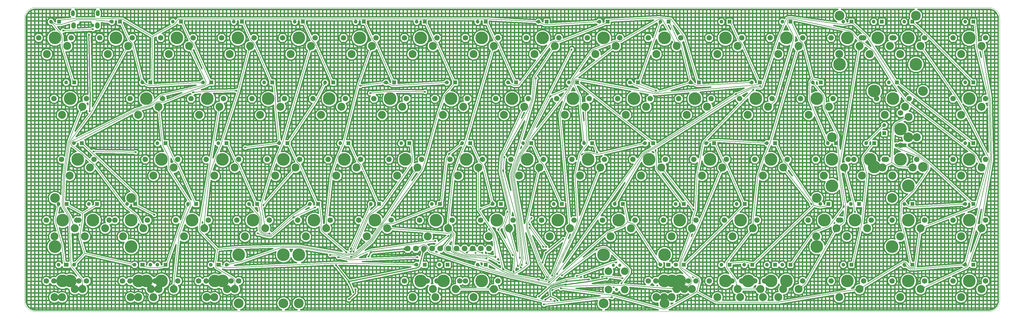
<source format=gtl>
%FSLAX46Y46*%
%OFA0.000000B0.000000*%
%SFA1B1*%
%MOMM*%
%AMFRECTNOHOLE10*
21,1,1.2000,1.2000,0.0000,0.0000,0*
%
%ADD10FRECTNOHOLE10*%
%ADD11C,0.0000X0.0000*%
%ADD12C,0.4000X0.0000*%
%ADD13C,0.3048X0.0000*%
%ADD14C,0.1524X0.0000*%
%ADD15C,0.6096X0.0000*%
%ADD16C,0.9906X0.0000*%
%ADD17C,2.3748X0.0000*%
%ADD18C,1.2000X0.0000*%
%ADD19C,3.9902X0.0000*%
%ADD20C,2.4994X0.0000*%
%ADD21C,1.7042X0.0000*%
%ADD22C,3.0482X0.0000*%
%ADD23C,3.9880X0.0000*%
%ADD24C,1.8000X0.0000*%
%ADD25C,1.1500X0.0000*%
%ADD26C,1.4500X0.0000*%
%LNWhiteFox-F_Cu*%
%LPD*%
G54D10*
X256858000Y-156845000D3*
X194945000Y-156845000D3*
X94932500Y-156845000D3*
X319564000Y-115570000D3*
X285432000Y-156845000D3*
X278289000Y-156845000D3*
X251968000Y-156845300D3*
X175895000Y-156845000D3*
X111442000Y-156845300D3*
X87630000Y-156845300D3*
X63754000Y-156845300D3*
X311626000Y-137795000D3*
X73501200Y-137795000D3*
X316389000Y-118745000D3*
X318770000Y-80645000D3*
X61595000Y-80645000D3*
X80645000Y-80645000D3*
X99695000Y-80645000D3*
X118745000Y-80645000D3*
X137795000Y-80645000D3*
X156845000Y-80645000D3*
X175895000Y-80645000D3*
X194945000Y-80645000D3*
X213995000Y-80645000D3*
X233045000Y-80645000D3*
X252095000Y-80645000D3*
X271145000Y-80645000D3*
X290195000Y-80645000D3*
X309245000Y-80645000D3*
X328295000Y-80645000D3*
X347345000Y-80645000D3*
X66357500Y-99695000D3*
X90170000Y-99695000D3*
X109220000Y-99695000D3*
X128270000Y-99695000D3*
X147320000Y-99695000D3*
X166370000Y-99695000D3*
X185420000Y-99695000D3*
X204470000Y-99695000D3*
X223520000Y-99695000D3*
X242570000Y-99695000D3*
X261620000Y-99695000D3*
X280670000Y-99695000D3*
X299720000Y-99695000D3*
X323532000Y-99695000D3*
X347345000Y-99695000D3*
X68738800Y-118745000D3*
X94932600Y-118745000D3*
X113983000Y-118745000D3*
X133033000Y-118745000D3*
X152083000Y-118745000D3*
X171133000Y-118745000D3*
X190183000Y-118745000D3*
X209233000Y-118745000D3*
X228283000Y-118745000D3*
X247333000Y-118745000D3*
X266383000Y-118745000D3*
X285433000Y-118745000D3*
X304483000Y-118745000D3*
X325914000Y-119380000D3*
X347345000Y-118745000D3*
X63976200Y-137795000D3*
X85407500Y-137795000D3*
X104458000Y-137795000D3*
X123508000Y-137795000D3*
X142558000Y-137795000D3*
X161608000Y-137795000D3*
X180658000Y-137795000D3*
X199708000Y-137795000D3*
X218758000Y-137795000D3*
X237808000Y-137795000D3*
X256858000Y-137795000D3*
X275908000Y-137795000D3*
X302101000Y-137795000D3*
X328295000Y-137795000D3*
X347345000Y-137795000D3*
X64008000Y-156845000D3*
X87788800Y-156845000D3*
X111601000Y-156845000D3*
X183039000Y-156845000D3*
X252095000Y-156845000D3*
X271145000Y-156845000D3*
X290195000Y-156845000D3*
X309245000Y-156845000D3*
X328295000Y-156845000D3*
X347345000Y-156845000D3*
G54D11*
X50852100Y-79033600D2*
X50800000Y-79629000D1*
X51006800Y-78456200D2*
X50852100Y-79033600D1*
X51259400Y-77914500D2*
X51006800Y-78456200D1*
X51602200Y-77424900D2*
X51259400Y-77914500D1*
X52024900Y-77002200D2*
X51602200Y-77424900D1*
X52514500Y-76659400D2*
X52024900Y-77002200D1*
X53056200Y-76406800D2*
X52514500Y-76659400D1*
X53633600Y-76252100D2*
X53056200Y-76406800D1*
X54229000Y-76200000D2*
X53633600Y-76252100D1*
X352171000Y-76200000D2*
X54229000Y-76200000D1*
X352766000Y-76252100D2*
X352171000Y-76200000D1*
X353344000Y-76406800D2*
X352766000Y-76252100D1*
X353886000Y-76659400D2*
X353344000Y-76406800D1*
X354375000Y-77002200D2*
X353886000Y-76659400D1*
X354798000Y-77424900D2*
X354375000Y-77002200D1*
X355141000Y-77914500D2*
X354798000Y-77424900D1*
X355393000Y-78456200D2*
X355141000Y-77914500D1*
X355548000Y-79033600D2*
X355393000Y-78456200D1*
X355600000Y-79629000D2*
X355548000Y-79033600D1*
X355600000Y-168021000D2*
X355600000Y-79629000D1*
X355548000Y-168616000D2*
X355600000Y-168021000D1*
X355393000Y-169194000D2*
X355548000Y-168616000D1*
X355141000Y-169736000D2*
X355393000Y-169194000D1*
X354798000Y-170225000D2*
X355141000Y-169736000D1*
X354375000Y-170648000D2*
X354798000Y-170225000D1*
X353886000Y-170991000D2*
X354375000Y-170648000D1*
X353344000Y-171243000D2*
X353886000Y-170991000D1*
X352766000Y-171398000D2*
X353344000Y-171243000D1*
X352171000Y-171450000D2*
X352766000Y-171398000D1*
X54229000Y-171450000D2*
X352171000Y-171450000D1*
X53633600Y-171398000D2*
X54229000Y-171450000D1*
X53056200Y-171243000D2*
X53633600Y-171398000D1*
X52514500Y-170991000D2*
X53056200Y-171243000D1*
X52024900Y-170648000D2*
X52514500Y-170991000D1*
X51602200Y-170225000D2*
X52024900Y-170648000D1*
X51259400Y-169736000D2*
X51602200Y-170225000D1*
X51006800Y-169194000D2*
X51259400Y-169736000D1*
X50852100Y-168616000D2*
X51006800Y-169194000D1*
X50800000Y-168021000D2*
X50852100Y-168616000D1*
X50800000Y-79629000D2*
X50800000Y-168021000D1*
G54D12*
X229893800Y-167953000D2*
X213801500Y-169838200D1*
X229669800Y-168493700D2*
X229893800Y-167953000D1*
X229669800Y-169331300D2*
X229669800Y-168493700D1*
X229990300Y-170105000D2*
X229669800Y-169331300D1*
X230582500Y-170697200D2*
X229990300Y-170105000D1*
X231190400Y-170949000D2*
X230582500Y-170697200D1*
X137109600Y-170949000D2*
X231190400Y-170949000D1*
X137717500Y-170697200D2*
X137109600Y-170949000D1*
X138309700Y-170105000D2*
X137717500Y-170697200D1*
X138630200Y-169331300D2*
X138309700Y-170105000D1*
X138630200Y-168493700D2*
X138630200Y-169331300D1*
X138309700Y-167720000D2*
X138630200Y-168493700D1*
X137717500Y-167127800D2*
X138309700Y-167720000D1*
X136943800Y-166807300D2*
X137717500Y-167127800D1*
X136106200Y-166807300D2*
X136943800Y-166807300D1*
X135332500Y-167127800D2*
X136106200Y-166807300D1*
X134740300Y-167720000D2*
X135332500Y-167127800D1*
X134419800Y-168493700D2*
X134740300Y-167720000D1*
X134419800Y-169331300D2*
X134419800Y-168493700D1*
X134740300Y-170105000D2*
X134419800Y-169331300D1*
X135332500Y-170697200D2*
X134740300Y-170105000D1*
X135940400Y-170949000D2*
X135332500Y-170697200D1*
X132346600Y-170949000D2*
X135940400Y-170949000D1*
X132954500Y-170697200D2*
X132346600Y-170949000D1*
X133546700Y-170105000D2*
X132954500Y-170697200D1*
X133867200Y-169331300D2*
X133546700Y-170105000D1*
X133867200Y-168493700D2*
X133867200Y-169331300D1*
X133546700Y-167720000D2*
X133867200Y-168493700D1*
X132954500Y-167127800D2*
X133546700Y-167720000D1*
X132180800Y-166807300D2*
X132954500Y-167127800D1*
X131343200Y-166807300D2*
X132180800Y-166807300D1*
X130569500Y-167127800D2*
X131343200Y-166807300D1*
X129977300Y-167720000D2*
X130569500Y-167127800D1*
X129656800Y-168493700D2*
X129977300Y-167720000D1*
X129656800Y-169331300D2*
X129656800Y-168493700D1*
X129977300Y-170105000D2*
X129656800Y-169331300D1*
X130569500Y-170697200D2*
X129977300Y-170105000D1*
X131177400Y-170949000D2*
X130569500Y-170697200D1*
X118376600Y-170949000D2*
X131177400Y-170949000D1*
X118984500Y-170697200D2*
X118376600Y-170949000D1*
X119576700Y-170105000D2*
X118984500Y-170697200D1*
X119897200Y-169331300D2*
X119576700Y-170105000D1*
X119897200Y-168493700D2*
X119897200Y-169331300D1*
X119576700Y-167720000D2*
X119897200Y-168493700D1*
X118984500Y-167127800D2*
X119576700Y-167720000D1*
X118210800Y-166807300D2*
X118984500Y-167127800D1*
X117373200Y-166807300D2*
X118210800Y-166807300D1*
X116599500Y-167127800D2*
X117373200Y-166807300D1*
X116007300Y-167720000D2*
X116599500Y-167127800D1*
X115686800Y-168493700D2*
X116007300Y-167720000D1*
X115686800Y-169331300D2*
X115686800Y-168493700D1*
X116007300Y-170105000D2*
X115686800Y-169331300D1*
X116599500Y-170697200D2*
X116007300Y-170105000D1*
X117207400Y-170949000D2*
X116599500Y-170697200D1*
X54250600Y-170949000D2*
X117207400Y-170949000D1*
X53721100Y-170902700D2*
X54250600Y-170949000D1*
X53228000Y-170770300D2*
X53721100Y-170902700D1*
X52765800Y-170555300D2*
X53228000Y-170770300D1*
X52348200Y-170262800D2*
X52765800Y-170555300D1*
X51987600Y-169901900D2*
X52348200Y-170262800D1*
X51694900Y-169484500D2*
X51987600Y-169901900D1*
X51479500Y-169022300D2*
X51694900Y-169484500D1*
X51347400Y-168528800D2*
X51479500Y-169022300D1*
X51301000Y-167999000D2*
X51347400Y-168528800D1*
X51301000Y-79650800D2*
X51301000Y-167999000D1*
X51347400Y-79120600D2*
X51301000Y-79650800D1*
X51479200Y-78628600D2*
X51347400Y-79120600D1*
X51695100Y-78165700D2*
X51479200Y-78628600D1*
X51987500Y-77748100D2*
X51695100Y-78165700D1*
X52348000Y-77387600D2*
X51987500Y-77748100D1*
X52765800Y-77095100D2*
X52348000Y-77387600D1*
X53228600Y-76879200D2*
X52765800Y-77095100D1*
X53720700Y-76747400D2*
X53228600Y-76879200D1*
X54250900Y-76701000D2*
X53720700Y-76747400D1*
X65314200Y-76701000D2*
X54250900Y-76701000D1*
X64819000Y-77196200D2*
X65314200Y-76701000D1*
X64819000Y-78803800D2*
X64819000Y-77196200D1*
X65180400Y-79165200D2*
X64819000Y-78803800D1*
X62165900Y-79464000D2*
X65180400Y-79165200D1*
X62118800Y-79464000D2*
X62165900Y-79464000D1*
X61987500Y-79464000D2*
X62118800Y-79464000D1*
X60995000Y-79464000D2*
X61987500Y-79464000D1*
X60754300Y-79464000D2*
X60995000Y-79464000D1*
X60414000Y-79804300D2*
X60754300Y-79464000D1*
X60414000Y-80045000D2*
X60414000Y-79804300D1*
X60414000Y-80572400D2*
X60414000Y-80045000D1*
X60236000Y-80486300D2*
X60414000Y-80572400D1*
X60236000Y-80155800D2*
X60236000Y-80486300D1*
X59544200Y-79464000D2*
X60236000Y-80155800D1*
X58565800Y-79464000D2*
X59544200Y-79464000D1*
X57874000Y-80155800D2*
X58565800Y-79464000D1*
X57874000Y-81134200D2*
X57874000Y-80155800D1*
X58565800Y-81826000D2*
X57874000Y-81134200D1*
X59190100Y-81826000D2*
X58565800Y-81826000D1*
X60303700Y-83148800D2*
X59190100Y-81826000D1*
X59812600Y-83148800D2*
X60303700Y-83148800D1*
X58865700Y-83541000D2*
X59812600Y-83148800D1*
X58141000Y-84265700D2*
X58865700Y-83541000D1*
X57748800Y-85212600D2*
X58141000Y-84265700D1*
X57748800Y-86237400D2*
X57748800Y-85212600D1*
X58141000Y-87184300D2*
X57748800Y-86237400D1*
X58865700Y-87909000D2*
X58141000Y-87184300D1*
X59812600Y-88301200D2*
X58865700Y-87909000D1*
X60837400Y-88301200D2*
X59812600Y-88301200D1*
X61784300Y-87909000D2*
X60837400Y-88301200D1*
X61931800Y-87761500D2*
X61784300Y-87909000D1*
X61923500Y-88225500D2*
X61931800Y-87761500D1*
X61921300Y-88348000D2*
X61923500Y-88225500D1*
X61920800Y-88374400D2*
X61921300Y-88348000D1*
X61924000Y-88425900D2*
X61920800Y-88374400D1*
X61927700Y-88451700D2*
X61924000Y-88425900D1*
X61962300Y-88696700D2*
X61927700Y-88451700D1*
X61966000Y-88722800D2*
X61962300Y-88696700D1*
X61977300Y-88773200D2*
X61966000Y-88722800D1*
X61984900Y-88798200D2*
X61977300Y-88773200D1*
X62020800Y-88914800D2*
X61984900Y-88798200D1*
X65176500Y-99182400D2*
X62020800Y-88914800D1*
X65176500Y-99302500D2*
X65176500Y-99182400D1*
X65176500Y-99443400D2*
X65176500Y-99302500D1*
X65176500Y-100295000D2*
X65176500Y-99443400D1*
X65176500Y-100535700D2*
X65176500Y-100295000D1*
X65516800Y-100876000D2*
X65176500Y-100535700D1*
X65757500Y-100876000D2*
X65516800Y-100876000D1*
X66716800Y-100876000D2*
X65757500Y-100876000D1*
X66957500Y-100876000D2*
X66716800Y-100876000D1*
X67198200Y-100876000D2*
X66957500Y-100876000D1*
X67538500Y-100535700D2*
X67198200Y-100876000D1*
X67538500Y-100295000D2*
X67538500Y-100535700D1*
X67538500Y-100054300D2*
X67538500Y-100295000D1*
X67538500Y-99095000D2*
X67538500Y-100054300D1*
X67538500Y-98854300D2*
X67538500Y-99095000D1*
X67198200Y-98514000D2*
X67538500Y-98854300D1*
X66957500Y-98514000D2*
X67198200Y-98514000D1*
X66346200Y-98514000D2*
X66957500Y-98514000D1*
X63757100Y-90090000D2*
X66346200Y-98514000D1*
X63770900Y-90095700D2*
X63757100Y-90090000D1*
X64499100Y-90095700D2*
X63770900Y-90095700D1*
X65172000Y-89817000D2*
X64499100Y-90095700D1*
X65687000Y-89302000D2*
X65172000Y-89817000D1*
X65965700Y-88629100D2*
X65687000Y-89302000D1*
X65965700Y-87900900D2*
X65965700Y-88629100D1*
X65687000Y-87228000D2*
X65965700Y-87900900D1*
X65617200Y-87158200D2*
X65687000Y-87228000D1*
X65998700Y-87158200D2*
X65617200Y-87158200D1*
X66838200Y-86318700D2*
X65998700Y-87158200D1*
X66838200Y-85131300D2*
X66838200Y-86318700D1*
X65998700Y-84291800D2*
X66838200Y-85131300D1*
X64811300Y-84291800D2*
X65998700Y-84291800D1*
X63971800Y-85131300D2*
X64811300Y-84291800D1*
X63971800Y-86318700D2*
X63971800Y-85131300D1*
X64087400Y-86434300D2*
X63971800Y-86318700D1*
X63770900Y-86434300D2*
X64087400Y-86434300D1*
X63266300Y-86643300D2*
X63770900Y-86434300D1*
X63281700Y-85777600D2*
X63266300Y-86643300D1*
X63285500Y-85572900D2*
X63281700Y-85777600D1*
X63286000Y-85543100D2*
X63285500Y-85572900D1*
X63281900Y-85484700D2*
X63286000Y-85543100D1*
X63277100Y-85455300D2*
X63281900Y-85484700D1*
X63210600Y-85046100D2*
X63277100Y-85455300D1*
X63205800Y-85016600D2*
X63210600Y-85046100D1*
X63191300Y-84959900D2*
X63205800Y-85016600D1*
X63181300Y-84931800D2*
X63191300Y-84959900D1*
X63042700Y-84541000D2*
X63181300Y-84931800D1*
X63032700Y-84512900D2*
X63042700Y-84541000D1*
X63008300Y-84459700D2*
X63032700Y-84512900D1*
X62993400Y-84433800D2*
X63008300Y-84459700D1*
X62905500Y-84280500D2*
X62993400Y-84433800D1*
X63252300Y-84280500D2*
X62905500Y-84280500D1*
X63510000Y-84022800D2*
X63252300Y-84280500D1*
X71659700Y-83634000D2*
X63510000Y-84022800D1*
X71860500Y-83834800D2*
X71659700Y-83634000D1*
X72594300Y-83834800D2*
X71860500Y-83834800D1*
X73048100Y-83381000D2*
X72594300Y-83834800D1*
X74116000Y-83381000D2*
X73048100Y-83381000D1*
X74881000Y-82616000D2*
X74116000Y-83381000D1*
X74881000Y-80984000D2*
X74881000Y-82616000D1*
X74821900Y-80924900D2*
X74881000Y-80984000D1*
X76963700Y-81173900D2*
X74821900Y-80924900D1*
X77615800Y-81826000D2*
X76963700Y-81173900D1*
X78594200Y-81826000D2*
X77615800Y-81826000D1*
X79286000Y-81134200D2*
X78594200Y-81826000D1*
X79286000Y-80371900D2*
X79286000Y-81134200D1*
X79464000Y-80374200D2*
X79286000Y-80371900D1*
X79464000Y-81245000D2*
X79464000Y-80374200D1*
X79464000Y-81485700D2*
X79464000Y-81245000D1*
X79804300Y-81826000D2*
X79464000Y-81485700D1*
X80045000Y-81826000D2*
X79804300Y-81826000D1*
X80702700Y-81826000D2*
X80045000Y-81826000D1*
X82790400Y-86446900D2*
X80702700Y-81826000D1*
X82148000Y-86713000D2*
X82790400Y-86446900D1*
X81633000Y-87228000D2*
X82148000Y-86713000D1*
X81354300Y-87900900D2*
X81633000Y-87228000D1*
X81354300Y-88629100D2*
X81354300Y-87900900D1*
X81633000Y-89302000D2*
X81354300Y-88629100D1*
X81781400Y-89450400D2*
X81633000Y-89302000D1*
X72011900Y-107180100D2*
X81781400Y-89450400D1*
X72131400Y-104876400D2*
X72011900Y-107180100D1*
X72132500Y-104854900D2*
X72131400Y-104876400D1*
X72133400Y-104830400D2*
X72132500Y-104854900D1*
X72134200Y-104785200D2*
X72133400Y-104830400D1*
X72134100Y-104756000D2*
X72134200Y-104785200D1*
X72133600Y-104734500D2*
X72134100Y-104756000D1*
X72133600Y-104733400D2*
X72133600Y-104734500D1*
X71731100Y-85217700D2*
X72133600Y-104733400D1*
X71872900Y-85075900D2*
X71731100Y-85217700D1*
X71872900Y-84342100D2*
X71872900Y-85075900D1*
X71354000Y-83823200D2*
X71872900Y-84342100D1*
X70620200Y-83823200D2*
X71354000Y-83823200D1*
X70101300Y-84342100D2*
X70620200Y-83823200D1*
X70101300Y-85075900D2*
X70101300Y-84342100D1*
X70264500Y-85239100D2*
X70101300Y-85075900D1*
X70637900Y-103341800D2*
X70264500Y-85239100D1*
X69573800Y-103341800D2*
X70637900Y-103341800D1*
X68734300Y-104181300D2*
X69573800Y-103341800D1*
X68734300Y-105368700D2*
X68734300Y-104181300D1*
X68849900Y-105484300D2*
X68734300Y-105368700D1*
X68533400Y-105484300D2*
X68849900Y-105484300D1*
X67860500Y-105763000D2*
X68533400Y-105484300D1*
X67345500Y-106278000D2*
X67860500Y-105763000D1*
X67066800Y-106950900D2*
X67345500Y-106278000D1*
X67066800Y-107679100D2*
X67066800Y-106950900D1*
X67345500Y-108352000D2*
X67066800Y-107679100D1*
X67660400Y-108666900D2*
X67345500Y-108352000D1*
X64035400Y-117895200D2*
X67660400Y-108666900D1*
X64001300Y-117982000D2*
X64035400Y-117895200D1*
X63994600Y-117999100D2*
X64001300Y-117982000D1*
X63983100Y-118034000D2*
X63994600Y-117999100D1*
X63978300Y-118051600D2*
X63983100Y-118034000D1*
X63929900Y-118231600D2*
X63978300Y-118051600D1*
X63925100Y-118249300D2*
X63929900Y-118231600D1*
X63917600Y-118285300D2*
X63925100Y-118249300D1*
X63914800Y-118304100D2*
X63917600Y-118285300D1*
X63900800Y-118396700D2*
X63914800Y-118304100D1*
X63253400Y-122662700D2*
X63900800Y-118396700D1*
X62982500Y-122391800D2*
X63253400Y-122662700D1*
X61795100Y-122391800D2*
X62982500Y-122391800D1*
X60955600Y-123231300D2*
X61795100Y-122391800D1*
X60955600Y-124418700D2*
X60955600Y-123231300D1*
X61795100Y-125258200D2*
X60955600Y-124418700D1*
X62859600Y-125258200D2*
X61795100Y-125258200D1*
X62365200Y-128516200D2*
X62859600Y-125258200D1*
X62357100Y-128569700D2*
X62365200Y-128516200D1*
X62352600Y-128606200D2*
X62357100Y-128569700D1*
X62342100Y-128717200D2*
X62352600Y-128606200D1*
X62339600Y-128755400D2*
X62342100Y-128717200D1*
X62337600Y-128810800D2*
X62339600Y-128755400D1*
X62122100Y-134725000D2*
X62337600Y-128810800D1*
X62109700Y-134695000D2*
X62122100Y-134725000D1*
X61517500Y-134102800D2*
X62109700Y-134695000D1*
X60743800Y-133782300D2*
X61517500Y-134102800D1*
X59906200Y-133782300D2*
X60743800Y-133782300D1*
X59132500Y-134102800D2*
X59906200Y-133782300D1*
X58540300Y-134695000D2*
X59132500Y-134102800D1*
X58219800Y-135468700D2*
X58540300Y-134695000D1*
X58219800Y-136306300D2*
X58219800Y-135468700D1*
X58540300Y-137080000D2*
X58219800Y-136306300D1*
X59132500Y-137672200D2*
X58540300Y-137080000D1*
X59906200Y-137992700D2*
X59132500Y-137672200D1*
X60255200Y-137992700D2*
X59906200Y-137992700D1*
X60255200Y-138284200D2*
X60255200Y-137992700D1*
X60589000Y-138618000D2*
X60255200Y-138284200D1*
X59813700Y-142259600D2*
X60589000Y-138618000D1*
X59754200Y-142539800D2*
X59813700Y-142259600D1*
X59745800Y-142579100D2*
X59754200Y-142539800D1*
X59738800Y-142660400D2*
X59745800Y-142579100D1*
X59740400Y-142700800D2*
X59738800Y-142660400D1*
X59761600Y-143269300D2*
X59740400Y-142700800D1*
X59763100Y-143309500D2*
X59761600Y-143269300D1*
X59776100Y-143390000D2*
X59763100Y-143309500D1*
X59787300Y-143428600D2*
X59776100Y-143390000D1*
X59867400Y-143703700D2*
X59787300Y-143428600D1*
X60580000Y-146144900D2*
X59867400Y-143703700D1*
X60530300Y-146124300D2*
X60580000Y-146144900D1*
X59802100Y-146124300D2*
X60530300Y-146124300D1*
X59129200Y-146403000D2*
X59802100Y-146124300D1*
X58614200Y-146918000D2*
X59129200Y-146403000D1*
X58335500Y-147590900D2*
X58614200Y-146918000D1*
X58335500Y-148319100D2*
X58335500Y-147590900D1*
X58614200Y-148992000D2*
X58335500Y-148319100D1*
X58717700Y-149095500D2*
X58614200Y-148992000D1*
X58141900Y-149671300D2*
X58717700Y-149095500D1*
X57749900Y-150617800D2*
X58141900Y-149671300D1*
X57749900Y-151642200D2*
X57749900Y-150617800D1*
X58141900Y-152588700D2*
X57749900Y-151642200D1*
X58866300Y-153313100D2*
X58141900Y-152588700D1*
X59812800Y-153705100D2*
X58866300Y-153313100D1*
X60837200Y-153705100D2*
X59812800Y-153705100D1*
X61783700Y-153313100D2*
X60837200Y-153705100D1*
X62183800Y-152913000D2*
X61783700Y-153313100D1*
X62573000Y-156279800D2*
X62183800Y-152913000D1*
X61957200Y-155664000D2*
X62573000Y-156279800D1*
X60978800Y-155664000D2*
X61957200Y-155664000D1*
X60287000Y-156355800D2*
X60978800Y-155664000D1*
X60287000Y-157334200D2*
X60287000Y-156355800D1*
X60978800Y-158026000D2*
X60287000Y-157334200D1*
X61957200Y-158026000D2*
X60978800Y-158026000D1*
X62573000Y-157410200D2*
X61957200Y-158026000D1*
X62573000Y-157445300D2*
X62573000Y-157410200D1*
X62573000Y-157686000D2*
X62573000Y-157445300D1*
X62913300Y-158026300D2*
X62573000Y-157686000D1*
X63154000Y-158026300D2*
X62913300Y-158026300D1*
X63167300Y-158026000D2*
X63154000Y-158026300D1*
X63408000Y-158026000D2*
X63167300Y-158026000D1*
X64354000Y-158026000D2*
X63408000Y-158026000D1*
X64367300Y-158026000D2*
X64354000Y-158026000D1*
X64594700Y-158026000D2*
X64367300Y-158026000D1*
X64608000Y-158026000D2*
X64594700Y-158026000D1*
X64848700Y-158026000D2*
X64608000Y-158026000D1*
X65064900Y-157809800D2*
X64848700Y-158026000D1*
X65085500Y-157835000D2*
X65064900Y-157809800D1*
X67087000Y-160281200D2*
X65085500Y-157835000D1*
X66546800Y-159741000D2*
X67087000Y-160281200D1*
X65599900Y-159348800D2*
X66546800Y-159741000D1*
X64575100Y-159348800D2*
X65599900Y-159348800D1*
X63896900Y-159629700D2*
X64575100Y-159348800D1*
X63218600Y-159348800D2*
X63896900Y-159629700D1*
X62193800Y-159348800D2*
X63218600Y-159348800D1*
X61246900Y-159741000D2*
X62193800Y-159348800D1*
X60522200Y-160465700D2*
X61246900Y-159741000D1*
X60511400Y-160491800D2*
X60522200Y-160465700D1*
X59413800Y-160491800D2*
X60511400Y-160491800D1*
X58816900Y-161088800D2*
X59413800Y-160491800D1*
X58219900Y-160491800D2*
X58816900Y-161088800D1*
X57032500Y-160491800D2*
X58219900Y-160491800D1*
X56193000Y-161331300D2*
X57032500Y-160491800D1*
X56193000Y-162518700D2*
X56193000Y-161331300D1*
X57032500Y-163358200D2*
X56193000Y-162518700D1*
X58219900Y-163358200D2*
X57032500Y-163358200D1*
X58816800Y-162761300D2*
X58219900Y-163358200D1*
X59413800Y-163358200D2*
X58816800Y-162761300D1*
X60511400Y-163358200D2*
X59413800Y-163358200D1*
X60522200Y-163384300D2*
X60511400Y-163358200D1*
X61246900Y-164109000D2*
X60522200Y-163384300D1*
X62193800Y-164501200D2*
X61246900Y-164109000D1*
X63218600Y-164501200D2*
X62193800Y-164501200D1*
X63896900Y-164220300D2*
X63218600Y-164501200D1*
X64575100Y-164501200D2*
X63896900Y-164220300D1*
X64685500Y-164501200D2*
X64575100Y-164501200D1*
X64685500Y-164829100D2*
X64685500Y-164501200D1*
X64964200Y-165502000D2*
X64685500Y-164829100D1*
X65479200Y-166017000D2*
X64964200Y-165502000D1*
X66152100Y-166295700D2*
X65479200Y-166017000D1*
X66880300Y-166295700D2*
X66152100Y-166295700D1*
X67553200Y-166017000D2*
X66880300Y-166295700D1*
X67706800Y-165863400D2*
X67553200Y-166017000D1*
X67860500Y-166017000D2*
X67706800Y-165863400D1*
X68533400Y-166295700D2*
X67860500Y-166017000D1*
X69261600Y-166295700D2*
X68533400Y-166295700D1*
X69934500Y-166017000D2*
X69261600Y-166295700D1*
X70449500Y-165502000D2*
X69934500Y-166017000D1*
X70728200Y-164829100D2*
X70449500Y-165502000D1*
X70728200Y-164100900D2*
X70728200Y-164829100D1*
X70449500Y-163428000D2*
X70728200Y-164100900D1*
X70379700Y-163358200D2*
X70449500Y-163428000D1*
X70761200Y-163358200D2*
X70379700Y-163358200D1*
X71600700Y-162518700D2*
X70761200Y-163358200D1*
X71600700Y-161331300D2*
X71600700Y-162518700D1*
X70761200Y-160491800D2*
X71600700Y-161331300D1*
X69573800Y-160491800D2*
X70761200Y-160491800D1*
X69234900Y-160830700D2*
X69573800Y-160491800D1*
X69190200Y-160776100D2*
X69234900Y-160830700D1*
X66869600Y-157939900D2*
X69190200Y-160776100D1*
X67475000Y-157334500D2*
X66869600Y-157939900D1*
X67475000Y-156555400D2*
X67475000Y-157334500D1*
X69910700Y-153988700D2*
X67475000Y-156555400D1*
X84067800Y-157247500D2*
X69910700Y-153988700D1*
X84067800Y-157334200D2*
X84067800Y-157247500D1*
X84759600Y-158026000D2*
X84067800Y-157334200D1*
X85738000Y-158026000D2*
X84759600Y-158026000D1*
X86429800Y-157334200D2*
X85738000Y-158026000D1*
X86429800Y-156355800D2*
X86429800Y-157334200D1*
X85738000Y-155664000D2*
X86429800Y-156355800D1*
X84759600Y-155664000D2*
X85738000Y-155664000D1*
X84439300Y-155984300D2*
X84759600Y-155664000D1*
X70209500Y-152708600D2*
X84439300Y-155984300D1*
X69311600Y-149779300D2*
X70209500Y-152708600D1*
X69327100Y-149785700D2*
X69311600Y-149779300D1*
X70055300Y-149785700D2*
X69327100Y-149785700D1*
X70728200Y-149507000D2*
X70055300Y-149785700D1*
X71243200Y-148992000D2*
X70728200Y-149507000D1*
X71521900Y-148319100D2*
X71243200Y-148992000D1*
X71521900Y-147590900D2*
X71521900Y-148319100D1*
X71243200Y-146918000D2*
X71521900Y-147590900D1*
X70728200Y-146403000D2*
X71243200Y-146918000D1*
X70055300Y-146124300D2*
X70728200Y-146403000D1*
X69327100Y-146124300D2*
X70055300Y-146124300D1*
X69067700Y-146231700D2*
X69327100Y-146124300D1*
X69575900Y-143172300D2*
X69067700Y-146231700D1*
X69584500Y-143120100D2*
X69575900Y-143172300D1*
X69586900Y-143105400D2*
X69584500Y-143120100D1*
X69590400Y-143075800D2*
X69586900Y-143105400D1*
X69591500Y-143061600D2*
X69590400Y-143075800D1*
X69599400Y-142954800D2*
X69591500Y-143061600D1*
X69600500Y-142939900D2*
X69599400Y-142954800D1*
X69601400Y-142909000D2*
X69600500Y-142939900D1*
X69601100Y-142893800D2*
X69601400Y-142909000D1*
X69600100Y-142841700D2*
X69601100Y-142893800D1*
X69567800Y-141080300D2*
X69600100Y-142841700D1*
X73062600Y-138976000D2*
X69567800Y-141080300D1*
X73108700Y-138976000D2*
X73062600Y-138976000D1*
X73249600Y-138976000D2*
X73108700Y-138976000D1*
X73860500Y-138976000D2*
X73249600Y-138976000D1*
X74101200Y-138976000D2*
X73860500Y-138976000D1*
X74341900Y-138976000D2*
X74101200Y-138976000D1*
X74682200Y-138635700D2*
X74341900Y-138976000D1*
X74682200Y-138395000D2*
X74682200Y-138635700D1*
X74682200Y-138154300D2*
X74682200Y-138395000D1*
X74682200Y-137195000D2*
X74682200Y-138154300D1*
X74682200Y-136954300D2*
X74682200Y-137195000D1*
X74341900Y-136614000D2*
X74682200Y-136954300D1*
X74101200Y-136614000D2*
X74341900Y-136614000D1*
X72901200Y-136614000D2*
X74101200Y-136614000D1*
X72660500Y-136614000D2*
X72901200Y-136614000D1*
X72320200Y-136954300D2*
X72660500Y-136614000D1*
X72320200Y-137195000D2*
X72320200Y-136954300D1*
X72320200Y-137888700D2*
X72320200Y-137195000D1*
X72142200Y-137995900D2*
X72320200Y-137888700D1*
X72142200Y-137305800D2*
X72142200Y-137995900D1*
X71450400Y-136614000D2*
X72142200Y-137305800D1*
X70472000Y-136614000D2*
X71450400Y-136614000D1*
X69780200Y-137305800D2*
X70472000Y-136614000D1*
X69780200Y-138284200D2*
X69780200Y-137305800D1*
X70472000Y-138976000D2*
X69780200Y-138284200D1*
X70514500Y-138976000D2*
X70472000Y-138976000D1*
X68890500Y-139953800D2*
X70514500Y-138976000D1*
X65157200Y-137878900D2*
X68890500Y-139953800D1*
X65157200Y-137195000D2*
X65157200Y-137878900D1*
X65157200Y-136954300D2*
X65157200Y-137195000D1*
X64816900Y-136614000D2*
X65157200Y-136954300D1*
X64576200Y-136614000D2*
X64816900Y-136614000D1*
X63749900Y-136614000D2*
X64576200Y-136614000D1*
X63973000Y-130490600D2*
X63749900Y-136614000D1*
X64564700Y-130735700D2*
X63973000Y-130490600D1*
X65292900Y-130735700D2*
X64564700Y-130735700D1*
X65965800Y-130457000D2*
X65292900Y-130735700D1*
X66480800Y-129942000D2*
X65965800Y-130457000D1*
X66759500Y-129269100D2*
X66480800Y-129942000D1*
X66759500Y-128540900D2*
X66759500Y-129269100D1*
X66480800Y-127868000D2*
X66759500Y-128540900D1*
X65965800Y-127353000D2*
X66480800Y-127868000D1*
X65292900Y-127074300D2*
X65965800Y-127353000D1*
X64564700Y-127074300D2*
X65292900Y-127074300D1*
X64281200Y-127191700D2*
X64564700Y-127074300D1*
X65361300Y-120073800D2*
X64281200Y-127191700D1*
X66888700Y-121276800D2*
X65361300Y-120073800D1*
X66009500Y-121641000D2*
X66888700Y-121276800D1*
X65284800Y-122365700D2*
X66009500Y-121641000D1*
X64892600Y-123312600D2*
X65284800Y-122365700D1*
X64892600Y-124337400D2*
X64892600Y-123312600D1*
X65284800Y-125284300D2*
X64892600Y-124337400D1*
X66009500Y-126009000D2*
X65284800Y-125284300D1*
X66956400Y-126401200D2*
X66009500Y-126009000D1*
X67981200Y-126401200D2*
X66956400Y-126401200D1*
X68928100Y-126009000D2*
X67981200Y-126401200D1*
X69652800Y-125284300D2*
X68928100Y-126009000D1*
X70045000Y-124337400D2*
X69652800Y-125284300D1*
X70045000Y-123983900D2*
X70045000Y-124337400D1*
X70720200Y-124614800D2*
X70045000Y-123983900D1*
X70241800Y-124813000D2*
X70720200Y-124614800D1*
X69726800Y-125328000D2*
X70241800Y-124813000D1*
X69448100Y-126000900D2*
X69726800Y-125328000D1*
X69448100Y-126729100D2*
X69448100Y-126000900D1*
X69726800Y-127402000D2*
X69448100Y-126729100D1*
X70241800Y-127917000D2*
X69726800Y-127402000D1*
X70914700Y-128195700D2*
X70241800Y-127917000D1*
X71642900Y-128195700D2*
X70914700Y-128195700D1*
X72315800Y-127917000D2*
X71642900Y-128195700D1*
X72830800Y-127402000D2*
X72315800Y-127917000D1*
X72952400Y-127108400D2*
X72830800Y-127402000D1*
X81615100Y-138728600D2*
X72952400Y-127108400D1*
X81650800Y-138776600D2*
X81615100Y-138728600D1*
X81663800Y-138794100D2*
X81650800Y-138776600D1*
X81692100Y-138827300D2*
X81663800Y-138794100D1*
X81707400Y-138842900D2*
X81692100Y-138827300D1*
X81790200Y-138927800D2*
X81707400Y-138842900D1*
X81805400Y-138943400D2*
X81790200Y-138927800D1*
X81837000Y-138971800D2*
X81805400Y-138943400D1*
X81853600Y-138984900D2*
X81837000Y-138971800D1*
X81901000Y-139022200D2*
X81853600Y-138984900D1*
X83557300Y-140326900D2*
X81901000Y-139022200D1*
X82678200Y-140691000D2*
X83557300Y-140326900D1*
X81953500Y-141415700D2*
X82678200Y-140691000D1*
X81561300Y-142362600D2*
X81953500Y-141415700D1*
X81561300Y-143387400D2*
X81561300Y-142362600D1*
X81953500Y-144334300D2*
X81561300Y-143387400D1*
X82678200Y-145059000D2*
X81953500Y-144334300D1*
X83625100Y-145451200D2*
X82678200Y-145059000D1*
X84649900Y-145451200D2*
X83625100Y-145451200D1*
X85596800Y-145059000D2*
X84649900Y-145451200D1*
X86321500Y-144334300D2*
X85596800Y-145059000D1*
X86487600Y-143933400D2*
X86321500Y-144334300D1*
X86603700Y-144169800D2*
X86487600Y-143933400D1*
X86395500Y-144378000D2*
X86603700Y-144169800D1*
X86116800Y-145050900D2*
X86395500Y-144378000D1*
X86116800Y-145779100D2*
X86116800Y-145050900D1*
X86395500Y-146452000D2*
X86116800Y-145779100D1*
X86910500Y-146967000D2*
X86395500Y-146452000D1*
X87583400Y-147245700D2*
X86910500Y-146967000D1*
X88311600Y-147245700D2*
X87583400Y-147245700D1*
X88984500Y-146967000D2*
X88311600Y-147245700D1*
X89499500Y-146452000D2*
X88984500Y-146967000D1*
X89778200Y-145779100D2*
X89499500Y-146452000D1*
X89778200Y-145050900D2*
X89778200Y-145779100D1*
X89499500Y-144378000D2*
X89778200Y-145050900D1*
X89429700Y-144308200D2*
X89499500Y-144378000D1*
X89811200Y-144308200D2*
X89429700Y-144308200D1*
X90650700Y-143468700D2*
X89811200Y-144308200D1*
X90650700Y-142281300D2*
X90650700Y-143468700D1*
X89811200Y-141441800D2*
X90650700Y-142281300D1*
X88623800Y-141441800D2*
X89811200Y-141441800D1*
X87784300Y-142281300D2*
X88623800Y-141441800D1*
X87784300Y-143468700D2*
X87784300Y-142281300D1*
X87899900Y-143584300D2*
X87784300Y-143468700D1*
X87780500Y-143584300D2*
X87899900Y-143584300D1*
X86791800Y-141571300D2*
X87780500Y-143584300D1*
X86677700Y-141339200D2*
X86791800Y-141571300D1*
X86661500Y-141306200D2*
X86677700Y-141339200D1*
X86621900Y-141244300D2*
X86661500Y-141306200D1*
X86598900Y-141215700D2*
X86621900Y-141244300D1*
X86274400Y-140814500D2*
X86598900Y-141215700D1*
X86251300Y-140785900D2*
X86274400Y-140814500D1*
X86199000Y-140734300D2*
X86251300Y-140785900D1*
X86170000Y-140711400D2*
X86199000Y-140734300D1*
X85967300Y-140551900D2*
X86170000Y-140711400D1*
X83625400Y-138707300D2*
X85967300Y-140551900D1*
X84048500Y-138284200D2*
X83625400Y-138707300D1*
X84048500Y-137992700D2*
X84048500Y-138284200D1*
X84226500Y-137992700D2*
X84048500Y-137992700D1*
X84226500Y-138395000D2*
X84226500Y-137992700D1*
X84226500Y-138635700D2*
X84226500Y-138395000D1*
X84566800Y-138976000D2*
X84226500Y-138635700D1*
X84807500Y-138976000D2*
X84566800Y-138976000D1*
X85735300Y-138976000D2*
X84807500Y-138976000D1*
X85766800Y-138976000D2*
X85735300Y-138976000D1*
X85801200Y-138976000D2*
X85766800Y-138976000D1*
X85863800Y-138976000D2*
X85801200Y-138976000D1*
X90523200Y-141428500D2*
X85863800Y-138976000D1*
X90523200Y-141518900D2*
X90523200Y-141428500D1*
X91042100Y-142037800D2*
X90523200Y-141518900D1*
X91775900Y-142037800D2*
X91042100Y-142037800D1*
X92294800Y-141518900D2*
X91775900Y-142037800D1*
X92294800Y-140785100D2*
X92294800Y-141518900D1*
X91775900Y-140266200D2*
X92294800Y-140785100D1*
X91137100Y-140266200D2*
X91775900Y-140266200D1*
X86588500Y-137872100D2*
X91137100Y-140266200D1*
X86588500Y-137543400D2*
X86588500Y-137872100D1*
X86588500Y-137401300D2*
X86588500Y-137543400D1*
X86588500Y-137271200D2*
X86588500Y-137401300D1*
X86588500Y-137211000D2*
X86588500Y-137271200D1*
X86622800Y-135955500D2*
X86588500Y-137211000D1*
X86628000Y-135763300D2*
X86622800Y-135955500D1*
X86628900Y-135728900D2*
X86628000Y-135763300D1*
X86623700Y-135661300D2*
X86628900Y-135728900D1*
X86617400Y-135627100D2*
X86623700Y-135661300D1*
X86548700Y-135252100D2*
X86617400Y-135627100D1*
X86542500Y-135218200D2*
X86548700Y-135252100D1*
X86523400Y-135153200D2*
X86542500Y-135218200D1*
X86510500Y-135121400D2*
X86523400Y-135153200D1*
X86366000Y-134768600D2*
X86510500Y-135121400D1*
X86352900Y-134736700D2*
X86366000Y-134768600D1*
X86320300Y-134676100D2*
X86352900Y-134736700D1*
X86301100Y-134647900D2*
X86320300Y-134676100D1*
X86084800Y-134330100D2*
X86301100Y-134647900D1*
X86065400Y-134301600D2*
X86084800Y-134330100D1*
X86021700Y-134249900D2*
X86065400Y-134301600D1*
X85996600Y-134225800D2*
X86021700Y-134249900D1*
X85859600Y-134094300D2*
X85996600Y-134225800D1*
X73805500Y-122516600D2*
X85859600Y-134094300D1*
X73796000Y-122507600D2*
X73805500Y-122516600D1*
X73762300Y-122476500D2*
X73796000Y-122507600D1*
X73752700Y-122467900D2*
X73762300Y-122476500D1*
X73189000Y-121967900D2*
X73752700Y-122467900D1*
X85000200Y-122161400D2*
X73189000Y-121967900D1*
X85238600Y-122399800D2*
X85000200Y-122161400D1*
X85972400Y-122399800D2*
X85238600Y-122399800D1*
X86491300Y-121880900D2*
X85972400Y-122399800D1*
X86491300Y-121147100D2*
X86491300Y-121880900D1*
X85972400Y-120628200D2*
X86491300Y-121147100D1*
X85238600Y-120628200D2*
X85972400Y-120628200D1*
X85019700Y-120847100D2*
X85238600Y-120628200D1*
X72966600Y-120649600D2*
X85019700Y-120847100D1*
X72728200Y-120411200D2*
X72966600Y-120649600D1*
X71994400Y-120411200D2*
X72728200Y-120411200D1*
X71755900Y-120649700D2*
X71994400Y-120411200D1*
X69919800Y-118886100D2*
X71755900Y-120649700D1*
X69919800Y-118145000D2*
X69919800Y-118886100D1*
X69919800Y-117904300D2*
X69919800Y-118145000D1*
X69670200Y-117654700D2*
X69919800Y-117904300D1*
X84529300Y-109806900D2*
X69670200Y-117654700D1*
X84529300Y-110219100D2*
X84529300Y-109806900D1*
X84808000Y-110892000D2*
X84529300Y-110219100D1*
X85323000Y-111407000D2*
X84808000Y-110892000D1*
X85995900Y-111685700D2*
X85323000Y-111407000D1*
X86724100Y-111685700D2*
X85995900Y-111685700D1*
X87397000Y-111407000D2*
X86724100Y-111685700D1*
X87912000Y-110892000D2*
X87397000Y-111407000D1*
X88190700Y-110219100D2*
X87912000Y-110892000D1*
X88190700Y-109490900D2*
X88190700Y-110219100D1*
X87912000Y-108818000D2*
X88190700Y-109490900D1*
X87664400Y-108570400D2*
X87912000Y-108818000D1*
X89775600Y-107996400D2*
X87664400Y-108570400D1*
X89987000Y-107939000D2*
X89775600Y-107996400D1*
X90012500Y-107932100D2*
X89987000Y-107939000D1*
X90063200Y-107913800D2*
X90012500Y-107932100D1*
X90088200Y-107902400D2*
X90063200Y-107913800D1*
X90489100Y-107719000D2*
X90088200Y-107902400D1*
X90513100Y-107708000D2*
X90489100Y-107719000D1*
X90560200Y-107681700D2*
X90513100Y-107708000D1*
X90583000Y-107666400D2*
X90560200Y-107681700D1*
X90765800Y-107543200D2*
X90583000Y-107666400D1*
X90879300Y-107466700D2*
X90765800Y-107543200D1*
X90879300Y-107679100D2*
X90879300Y-107466700D1*
X91158000Y-108352000D2*
X90879300Y-107679100D1*
X91673000Y-108867000D2*
X91158000Y-108352000D1*
X92244500Y-109103700D2*
X91673000Y-108867000D1*
X93205300Y-117887500D2*
X92244500Y-109103700D1*
X92881800Y-117564000D2*
X93205300Y-117887500D1*
X91903400Y-117564000D2*
X92881800Y-117564000D1*
X91211600Y-118255800D2*
X91903400Y-117564000D1*
X91211600Y-119234200D2*
X91211600Y-118255800D1*
X91903400Y-119926000D2*
X91211600Y-119234200D1*
X92881800Y-119926000D2*
X91903400Y-119926000D1*
X93374400Y-119433400D2*
X92881800Y-119926000D1*
X93376200Y-119449700D2*
X93374400Y-119433400D1*
X93376300Y-119450800D2*
X93376200Y-119449700D1*
X93379300Y-119477800D2*
X93376300Y-119450800D1*
X93382500Y-119506300D2*
X93379300Y-119477800D1*
X93394000Y-119563700D2*
X93382500Y-119506300D1*
X93402200Y-119591200D2*
X93394000Y-119563700D1*
X93417600Y-119643400D2*
X93402200Y-119591200D1*
X93426100Y-119672000D2*
X93417600Y-119643400D1*
X93447600Y-119726400D2*
X93426100Y-119672000D1*
X93460600Y-119752300D2*
X93447600Y-119726400D1*
X93472700Y-119776400D2*
X93460600Y-119752300D1*
X94219000Y-121267100D2*
X93472700Y-119776400D1*
X94174900Y-121248800D2*
X94219000Y-121267100D1*
X93150100Y-121248800D2*
X94174900Y-121248800D1*
X92203200Y-121641000D2*
X93150100Y-121248800D1*
X91478500Y-122365700D2*
X92203200Y-121641000D1*
X91086300Y-123312600D2*
X91478500Y-122365700D1*
X91086300Y-124337400D2*
X91086300Y-123312600D1*
X91478500Y-125284300D2*
X91086300Y-124337400D1*
X92203200Y-126009000D2*
X91478500Y-125284300D1*
X93150100Y-126401200D2*
X92203200Y-126009000D1*
X94174900Y-126401200D2*
X93150100Y-126401200D1*
X95121800Y-126009000D2*
X94174900Y-126401200D1*
X95269300Y-125861500D2*
X95121800Y-126009000D1*
X95261000Y-126326000D2*
X95269300Y-125861500D1*
X95257000Y-126558300D2*
X95261000Y-126326000D1*
X95256100Y-126606600D2*
X95257000Y-126558300D1*
X95268800Y-126703400D2*
X95256100Y-126606600D1*
X95282100Y-126750000D2*
X95268800Y-126703400D1*
X95408900Y-127194200D2*
X95282100Y-126750000D1*
X95422100Y-127240600D2*
X95408900Y-127194200D1*
X95462400Y-127329600D2*
X95422100Y-127240600D1*
X95488900Y-127370400D2*
X95462400Y-127329600D1*
X95614100Y-127564200D2*
X95488900Y-127370400D1*
X101451100Y-136614000D2*
X95614100Y-127564200D1*
X101428800Y-136614000D2*
X101451100Y-136614000D1*
X100737000Y-137305800D2*
X101428800Y-136614000D1*
X100737000Y-138284200D2*
X100737000Y-137305800D1*
X100968900Y-138516100D2*
X100737000Y-138284200D1*
X99541200Y-142589700D2*
X100968900Y-138516100D1*
X99541200Y-142281300D2*
X99541200Y-142589700D1*
X98701700Y-141441800D2*
X99541200Y-142281300D1*
X97514300Y-141441800D2*
X98701700Y-141441800D1*
X96674800Y-142281300D2*
X97514300Y-141441800D1*
X96674800Y-143468700D2*
X96674800Y-142281300D1*
X97514300Y-144308200D2*
X96674800Y-143468700D1*
X98701700Y-144308200D2*
X97514300Y-144308200D1*
X99066900Y-143943000D2*
X98701700Y-144308200D1*
X94959000Y-155664000D2*
X99066900Y-143943000D1*
X94332500Y-155664000D2*
X94959000Y-155664000D1*
X94091800Y-155664000D2*
X94332500Y-155664000D1*
X93751500Y-156004300D2*
X94091800Y-155664000D1*
X93751500Y-156245000D2*
X93751500Y-156004300D1*
X93751500Y-156816400D2*
X93751500Y-156245000D1*
X93573500Y-156853300D2*
X93751500Y-156816400D1*
X93573500Y-156355800D2*
X93573500Y-156853300D1*
X92881700Y-155664000D2*
X93573500Y-156355800D1*
X91903300Y-155664000D2*
X92881700Y-155664000D1*
X91281100Y-156286200D2*
X91903300Y-155664000D1*
X90659200Y-155664300D2*
X91281100Y-156286200D1*
X89680800Y-155664300D2*
X90659200Y-155664300D1*
X88989000Y-156356100D2*
X89680800Y-155664300D1*
X88989000Y-156857600D2*
X88989000Y-156356100D1*
X88969800Y-156853700D2*
X88989000Y-156857600D1*
X88969800Y-156245000D2*
X88969800Y-156853700D1*
X88969800Y-156004300D2*
X88969800Y-156245000D1*
X88629500Y-155664000D2*
X88969800Y-156004300D1*
X88470700Y-155664000D2*
X88629500Y-155664000D1*
X88388800Y-155664000D2*
X88470700Y-155664000D1*
X88230000Y-155664000D2*
X88388800Y-155664000D1*
X87270700Y-155664000D2*
X88230000Y-155664000D1*
X87188800Y-155664000D2*
X87270700Y-155664000D1*
X87030000Y-155664000D2*
X87188800Y-155664000D1*
X86948100Y-155664000D2*
X87030000Y-155664000D1*
X86789300Y-155664300D2*
X86948100Y-155664000D1*
X86449000Y-156004600D2*
X86789300Y-155664300D1*
X86449000Y-156245300D2*
X86449000Y-156004600D1*
X86449000Y-156486000D2*
X86449000Y-156245300D1*
X86449000Y-157445300D2*
X86449000Y-156486000D1*
X86449000Y-157686000D2*
X86449000Y-157445300D1*
X86789300Y-158026300D2*
X86449000Y-157686000D1*
X86948100Y-158026000D2*
X86789300Y-158026300D1*
X87030000Y-158026000D2*
X86948100Y-158026000D1*
X87188800Y-158026000D2*
X87030000Y-158026000D1*
X88022700Y-158026000D2*
X87188800Y-158026000D1*
X88023700Y-158026400D2*
X88022700Y-158026000D1*
X88027800Y-158026400D2*
X88023700Y-158026400D1*
X88050200Y-158048800D2*
X88027800Y-158026400D1*
X88242300Y-158048800D2*
X88050200Y-158048800D1*
X88246900Y-158049900D2*
X88242300Y-158048800D1*
X88284100Y-158056600D2*
X88246900Y-158049900D1*
X88296400Y-158058000D2*
X88284100Y-158056600D1*
X89858100Y-158375900D2*
X88296400Y-158058000D1*
X89903200Y-158385100D2*
X89858100Y-158375900D1*
X89920100Y-158388500D2*
X89903200Y-158385100D1*
X89953000Y-158393500D2*
X89920100Y-158388500D1*
X89969000Y-158395100D2*
X89953000Y-158393500D1*
X90058700Y-158404100D2*
X89969000Y-158395100D1*
X90074700Y-158405700D2*
X90058700Y-158404100D1*
X90107900Y-158407400D2*
X90074700Y-158405700D1*
X90124300Y-158407400D2*
X90107900Y-158407400D1*
X90170100Y-158407400D2*
X90124300Y-158407400D1*
X92392600Y-158407100D2*
X90170100Y-158407400D1*
X92438400Y-158407100D2*
X92392600Y-158407100D1*
X92455600Y-158407100D2*
X92438400Y-158407100D1*
X92488800Y-158405400D2*
X92455600Y-158407100D1*
X92505300Y-158403700D2*
X92488800Y-158405400D1*
X92598100Y-158394200D2*
X92505300Y-158403700D1*
X92615200Y-158392400D2*
X92598100Y-158394200D1*
X92648100Y-158387400D2*
X92615200Y-158392400D1*
X92664500Y-158383900D2*
X92648100Y-158387400D1*
X92709400Y-158374600D2*
X92664500Y-158383900D1*
X94391900Y-158026000D2*
X92709400Y-158374600D1*
X94408700Y-158026000D2*
X94391900Y-158026000D1*
X94540000Y-158026000D2*
X94408700Y-158026000D1*
X94680900Y-158026000D2*
X94540000Y-158026000D1*
X95291800Y-158026000D2*
X94680900Y-158026000D1*
X95532500Y-158026000D2*
X95291800Y-158026000D1*
X95773200Y-158026000D2*
X95532500Y-158026000D1*
X96113500Y-157685700D2*
X95773200Y-158026000D1*
X96113500Y-157445000D2*
X96113500Y-157685700D1*
X96113500Y-157204300D2*
X96113500Y-157445000D1*
X96113500Y-156517200D2*
X96113500Y-157204300D1*
X96113500Y-156451300D2*
X96113500Y-156517200D1*
X96113500Y-156343900D2*
X96113500Y-156451300D1*
X98143600Y-150551500D2*
X96113500Y-156343900D1*
X96938800Y-161730600D2*
X98143600Y-150551500D1*
X96936900Y-161750800D2*
X96938800Y-161730600D1*
X96931300Y-161823900D2*
X96936900Y-161750800D1*
X96930000Y-161845200D2*
X96931300Y-161823900D1*
X96891300Y-162724200D2*
X96930000Y-161845200D1*
X96435500Y-162913000D2*
X96891300Y-162724200D1*
X95920500Y-163428000D2*
X96435500Y-162913000D1*
X95641800Y-164100900D2*
X95920500Y-163428000D1*
X95641800Y-164829100D2*
X95641800Y-164100900D1*
X95920500Y-165502000D2*
X95641800Y-164829100D1*
X96435500Y-166017000D2*
X95920500Y-165502000D1*
X97108400Y-166295700D2*
X96435500Y-166017000D1*
X97836600Y-166295700D2*
X97108400Y-166295700D1*
X98509500Y-166017000D2*
X97836600Y-166295700D1*
X99024500Y-165502000D2*
X98509500Y-166017000D1*
X99303200Y-164829100D2*
X99024500Y-165502000D1*
X99303200Y-164100900D2*
X99303200Y-164829100D1*
X99024500Y-163428000D2*
X99303200Y-164100900D1*
X98954700Y-163358200D2*
X99024500Y-163428000D1*
X99336200Y-163358200D2*
X98954700Y-163358200D1*
X100175700Y-162518700D2*
X99336200Y-163358200D1*
X100175700Y-161331300D2*
X100175700Y-162518700D1*
X99336200Y-160491800D2*
X100175700Y-161331300D1*
X98394300Y-160491800D2*
X99336200Y-160491800D1*
X99581400Y-149477400D2*
X98394300Y-160491800D1*
X99611000Y-149507000D2*
X99581400Y-149477400D1*
X100283900Y-149785700D2*
X99611000Y-149507000D1*
X101012100Y-149785700D2*
X100283900Y-149785700D1*
X101685000Y-149507000D2*
X101012100Y-149785700D1*
X102200000Y-148992000D2*
X101685000Y-149507000D1*
X102478700Y-148319100D2*
X102200000Y-148992000D1*
X102478700Y-147590900D2*
X102478700Y-148319100D1*
X102200000Y-146918000D2*
X102478700Y-147590900D1*
X101685000Y-146403000D2*
X102200000Y-146918000D1*
X101012100Y-146124300D2*
X101685000Y-146403000D1*
X100330000Y-146124300D2*
X101012100Y-146124300D1*
X100973000Y-144259400D2*
X100330000Y-146124300D1*
X101004000Y-144334300D2*
X100973000Y-144259400D1*
X101728700Y-145059000D2*
X101004000Y-144334300D1*
X102675600Y-145451200D2*
X101728700Y-145059000D1*
X103700400Y-145451200D2*
X102675600Y-145451200D1*
X104647300Y-145059000D2*
X103700400Y-145451200D1*
X104848500Y-144857800D2*
X104647300Y-145059000D1*
X104816200Y-145052100D2*
X104848500Y-144857800D1*
X104786700Y-145229100D2*
X104816200Y-145052100D1*
X104780400Y-145266500D2*
X104786700Y-145229100D1*
X104776700Y-145343300D2*
X104780400Y-145266500D1*
X104779200Y-145381000D2*
X104776700Y-145343300D1*
X104803300Y-145742700D2*
X104779200Y-145381000D1*
X104805800Y-145780500D2*
X104803300Y-145742700D1*
X104819500Y-145855000D2*
X104805800Y-145780500D1*
X104830700Y-145891700D2*
X104819500Y-145855000D1*
X104936200Y-146235600D2*
X104830700Y-145891700D1*
X104947300Y-146271800D2*
X104936200Y-146235600D1*
X104977700Y-146341300D2*
X104947300Y-146271800D1*
X104997100Y-146374500D2*
X104977700Y-146341300D1*
X105180000Y-146687500D2*
X104997100Y-146374500D1*
X105199100Y-146720200D2*
X105180000Y-146687500D1*
X105245400Y-146781700D2*
X105199100Y-146720200D1*
X105271300Y-146809000D2*
X105245400Y-146781700D1*
X105395500Y-146939500D2*
X105271300Y-146809000D1*
X110437700Y-152240600D2*
X105395500Y-146939500D1*
X109915400Y-155927100D2*
X110437700Y-152240600D1*
X109879900Y-155962600D2*
X109915400Y-155927100D1*
X109879900Y-155973100D2*
X109879900Y-155962600D1*
X109879900Y-155993700D2*
X109879900Y-155973100D1*
X109550200Y-155664000D2*
X109879900Y-155993700D1*
X108571800Y-155664000D2*
X109550200Y-155664000D1*
X107880000Y-156355800D2*
X108571800Y-155664000D1*
X107880000Y-157334200D2*
X107880000Y-156355800D1*
X108571800Y-158026000D2*
X107880000Y-157334200D1*
X109550200Y-158026000D2*
X108571800Y-158026000D1*
X109879900Y-157696300D2*
X109550200Y-158026000D1*
X109879900Y-157717500D2*
X109879900Y-157696300D1*
X109918000Y-157755600D2*
X109879900Y-157717500D1*
X109922700Y-157773500D2*
X109918000Y-157755600D1*
X109964500Y-157847800D2*
X109922700Y-157773500D1*
X110043000Y-157987200D2*
X109964500Y-157847800D1*
X110084900Y-158061500D2*
X110043000Y-157987200D1*
X110203000Y-158183200D2*
X110084900Y-158061500D1*
X110275500Y-158227100D2*
X110203000Y-158183200D1*
X110343800Y-158268400D2*
X110275500Y-158227100D1*
X112155800Y-159367000D2*
X110343800Y-158268400D1*
X111521500Y-159629700D2*
X112155800Y-159367000D1*
X110843400Y-159348800D2*
X111521500Y-159629700D1*
X109818600Y-159348800D2*
X110843400Y-159348800D1*
X108871700Y-159741000D2*
X109818600Y-159348800D1*
X108147000Y-160465700D2*
X108871700Y-159741000D1*
X108136200Y-160491800D2*
X108147000Y-160465700D1*
X107038300Y-160491800D2*
X108136200Y-160491800D1*
X106441500Y-161088600D2*
X107038300Y-160491800D1*
X105844700Y-160491800D2*
X106441500Y-161088600D1*
X104657300Y-160491800D2*
X105844700Y-160491800D1*
X103817800Y-161331300D2*
X104657300Y-160491800D1*
X103817800Y-162518700D2*
X103817800Y-161331300D1*
X104657300Y-163358200D2*
X103817800Y-162518700D1*
X105844700Y-163358200D2*
X104657300Y-163358200D1*
X106441500Y-162761400D2*
X105844700Y-163358200D1*
X107038300Y-163358200D2*
X106441500Y-162761400D1*
X108136200Y-163358200D2*
X107038300Y-163358200D1*
X108147000Y-163384300D2*
X108136200Y-163358200D1*
X108871700Y-164109000D2*
X108147000Y-163384300D1*
X109818600Y-164501200D2*
X108871700Y-164109000D1*
X110843400Y-164501200D2*
X109818600Y-164501200D1*
X111521500Y-164220300D2*
X110843400Y-164501200D1*
X112199600Y-164501200D2*
X111521500Y-164220300D1*
X112310300Y-164501200D2*
X112199600Y-164501200D1*
X112310300Y-164829100D2*
X112310300Y-164501200D1*
X112589000Y-165502000D2*
X112310300Y-164829100D1*
X113104000Y-166017000D2*
X112589000Y-165502000D1*
X113776900Y-166295700D2*
X113104000Y-166017000D1*
X114505100Y-166295700D2*
X113776900Y-166295700D1*
X115178000Y-166017000D2*
X114505100Y-166295700D1*
X115331500Y-165863500D2*
X115178000Y-166017000D1*
X115485000Y-166017000D2*
X115331500Y-165863500D1*
X116157900Y-166295700D2*
X115485000Y-166017000D1*
X116886100Y-166295700D2*
X116157900Y-166295700D1*
X117559000Y-166017000D2*
X116886100Y-166295700D1*
X118074000Y-165502000D2*
X117559000Y-166017000D1*
X118352700Y-164829100D2*
X118074000Y-165502000D1*
X118352700Y-164100900D2*
X118352700Y-164829100D1*
X118074000Y-163428000D2*
X118352700Y-164100900D1*
X118004200Y-163358200D2*
X118074000Y-163428000D1*
X118385700Y-163358200D2*
X118004200Y-163358200D1*
X119225200Y-162518700D2*
X118385700Y-163358200D1*
X119225200Y-161331300D2*
X119225200Y-162518700D1*
X118385700Y-160491800D2*
X119225200Y-161331300D1*
X117198300Y-160491800D2*
X118385700Y-160491800D1*
X116865800Y-160824300D2*
X117198300Y-160491800D1*
X116854600Y-160809000D2*
X116865800Y-160824300D1*
X116824700Y-160777700D2*
X116854600Y-160809000D1*
X116615100Y-160559400D2*
X116824700Y-160777700D1*
X116585700Y-160528700D2*
X116615100Y-160559400D1*
X116518500Y-160474800D2*
X116585700Y-160528700D1*
X116481900Y-160452700D2*
X116518500Y-160474800D1*
X116351700Y-160373700D2*
X116481900Y-160452700D1*
X112687100Y-158151900D2*
X116351700Y-160373700D1*
X113634300Y-158368200D2*
X112687100Y-158151900D1*
X113692700Y-158381600D2*
X113634300Y-158368200D1*
X113714000Y-158386500D2*
X113692700Y-158381600D1*
X113757000Y-158393300D2*
X113714000Y-158386500D1*
X113779300Y-158395400D2*
X113757000Y-158393300D1*
X113900600Y-158406500D2*
X113779300Y-158395400D1*
X113922300Y-158408500D2*
X113900600Y-158406500D1*
X113967100Y-158409600D2*
X113922300Y-158408500D1*
X113989000Y-158408600D2*
X113967100Y-158409600D1*
X114048900Y-158406000D2*
X113989000Y-158408600D1*
X147267200Y-156994100D2*
X114048900Y-158406000D1*
X147267200Y-157275900D2*
X147267200Y-156994100D1*
X147786100Y-157794800D2*
X147267200Y-157275900D1*
X147914200Y-157794800D2*
X147786100Y-157794800D1*
X151311200Y-162144300D2*
X147914200Y-157794800D1*
X151311200Y-162453900D2*
X151311200Y-162144300D1*
X151739300Y-162882000D2*
X151311200Y-162453900D1*
X152760200Y-165269700D2*
X151739300Y-162882000D1*
X152760200Y-165842900D2*
X152760200Y-165269700D1*
X152941400Y-166024100D2*
X152760200Y-165842900D1*
X152112000Y-166743200D2*
X152941400Y-166024100D1*
X151843100Y-166743200D2*
X152112000Y-166743200D1*
X151324200Y-167262100D2*
X151843100Y-166743200D1*
X151324200Y-167995900D2*
X151324200Y-167262100D1*
X151843100Y-168514800D2*
X151324200Y-167995900D1*
X152576900Y-168514800D2*
X151843100Y-168514800D1*
X153095800Y-167995900D2*
X152576900Y-168514800D1*
X153095800Y-167831700D2*
X153095800Y-167995900D1*
X154575800Y-166548300D2*
X153095800Y-167831700D1*
X154699000Y-166441500D2*
X154575800Y-166548300D1*
X154764100Y-166385100D2*
X154699000Y-166441500D1*
X154864700Y-166245200D2*
X154764100Y-166385100D1*
X154897500Y-166165100D2*
X154864700Y-166245200D1*
X155021300Y-165862700D2*
X154897500Y-166165100D1*
X155053900Y-165783000D2*
X155021300Y-165862700D1*
X155080500Y-165612700D2*
X155053900Y-165783000D1*
X155073700Y-165527000D2*
X155080500Y-165612700D1*
X155060800Y-165363700D2*
X155073700Y-165527000D1*
X155031700Y-164997000D2*
X155060800Y-165363700D1*
X155143800Y-164884900D2*
X155031700Y-164997000D1*
X155143800Y-164151100D2*
X155143800Y-164884900D1*
X154624900Y-163632200D2*
X155143800Y-164151100D1*
X153891100Y-163632200D2*
X154624900Y-163632200D1*
X153725900Y-163797400D2*
X153891100Y-163632200D1*
X153226200Y-162628700D2*
X153725900Y-163797400D1*
X173692200Y-158526000D2*
X153226200Y-162628700D1*
X173829100Y-158498500D2*
X173692200Y-158526000D1*
X173879400Y-158488400D2*
X173829100Y-158498500D1*
X173977300Y-158453900D2*
X173879400Y-158488400D1*
X174023200Y-158430100D2*
X173977300Y-158453900D1*
X174269400Y-158302000D2*
X174023200Y-158430100D1*
X174314900Y-158278400D2*
X174269400Y-158302000D1*
X174399400Y-158218000D2*
X174314900Y-158278400D1*
X174437000Y-158182200D2*
X174399400Y-158218000D1*
X174639100Y-157989500D2*
X174437000Y-158182200D1*
X174676200Y-157954100D2*
X174639100Y-157989500D1*
X174740600Y-157872600D2*
X174676200Y-157954100D1*
X174766700Y-157827900D2*
X174740600Y-157872600D1*
X174799600Y-157771300D2*
X174766700Y-157827900D1*
X175054300Y-158026000D2*
X174799600Y-157771300D1*
X175295000Y-158026000D2*
X175054300Y-158026000D1*
X176254300Y-158026000D2*
X175295000Y-158026000D1*
X176495000Y-158026000D2*
X176254300Y-158026000D1*
X176735700Y-158026000D2*
X176495000Y-158026000D1*
X177076000Y-157685700D2*
X176735700Y-158026000D1*
X177076000Y-157445000D2*
X177076000Y-157685700D1*
X177076000Y-157204300D2*
X177076000Y-157445000D1*
X177076000Y-156245000D2*
X177076000Y-157204300D1*
X177076000Y-156004300D2*
X177076000Y-156245000D1*
X176735700Y-155664000D2*
X177076000Y-156004300D1*
X176495000Y-155664000D2*
X176735700Y-155664000D1*
X175419000Y-155664000D2*
X176495000Y-155664000D1*
X176025600Y-153246000D2*
X175419000Y-155664000D1*
X176254500Y-153246000D2*
X176025600Y-153246000D1*
X176657900Y-152842600D2*
X176254500Y-153246000D1*
X176669700Y-152861800D2*
X176657900Y-152842600D1*
X176689600Y-152894000D2*
X176669700Y-152861800D1*
X176736600Y-152953500D2*
X176689600Y-152894000D1*
X176763600Y-152980600D2*
X176736600Y-152953500D1*
X176962000Y-153179500D2*
X176763600Y-152980600D1*
X176988700Y-153206300D2*
X176962000Y-153179500D1*
X177049000Y-153254200D2*
X176988700Y-153206300D1*
X177081400Y-153274200D2*
X177049000Y-153254200D1*
X177320300Y-153422100D2*
X177081400Y-153274200D1*
X177352500Y-153442100D2*
X177320300Y-153422100D1*
X177422200Y-153474700D2*
X177352500Y-153442100D1*
X177457800Y-153486600D2*
X177422200Y-153474700D1*
X177589700Y-153530700D2*
X177457800Y-153486600D1*
X191908900Y-158326300D2*
X177589700Y-153530700D1*
X191926500Y-158331900D2*
X191908900Y-158326300D1*
X191974200Y-158346400D2*
X191926500Y-158331900D1*
X191991200Y-158351300D2*
X191974200Y-158346400D1*
X203042600Y-161387100D2*
X191991200Y-158351300D1*
X203058500Y-161391300D2*
X203042600Y-161387100D1*
X203143200Y-161412300D2*
X203058500Y-161391300D1*
X203159100Y-161416000D2*
X203143200Y-161412300D1*
X213876000Y-163792900D2*
X203159100Y-161416000D1*
X211477100Y-165939200D2*
X213876000Y-163792900D1*
X211220100Y-165939200D2*
X211477100Y-165939200D1*
X210701200Y-166458100D2*
X211220100Y-165939200D1*
X210701200Y-167037600D2*
X210701200Y-166458100D1*
X199315700Y-164238300D2*
X210701200Y-167037600D1*
X199315700Y-164100900D2*
X199315700Y-164238300D1*
X199037000Y-163428000D2*
X199315700Y-164100900D1*
X198967200Y-163358200D2*
X199037000Y-163428000D1*
X199348700Y-163358200D2*
X198967200Y-163358200D1*
X200188200Y-162518700D2*
X199348700Y-163358200D1*
X200188200Y-161331300D2*
X200188200Y-162518700D1*
X199348700Y-160491800D2*
X200188200Y-161331300D1*
X198161300Y-160491800D2*
X199348700Y-160491800D1*
X197321800Y-161331300D2*
X198161300Y-160491800D1*
X197321800Y-162518700D2*
X197321800Y-161331300D1*
X197437400Y-162634300D2*
X197321800Y-162518700D1*
X197120900Y-162634300D2*
X197437400Y-162634300D1*
X196448000Y-162913000D2*
X197120900Y-162634300D1*
X195933000Y-163428000D2*
X196448000Y-162913000D1*
X195775700Y-163807800D2*
X195933000Y-163428000D1*
X195435500Y-163807800D2*
X195775700Y-163807800D1*
X195859000Y-163384300D2*
X195435500Y-163807800D1*
X196251200Y-162437400D2*
X195859000Y-163384300D1*
X196251200Y-161412600D2*
X196251200Y-162437400D1*
X195859000Y-160465700D2*
X196251200Y-161412600D1*
X195134300Y-159741000D2*
X195859000Y-160465700D1*
X194187400Y-159348800D2*
X195134300Y-159741000D1*
X193162600Y-159348800D2*
X194187400Y-159348800D1*
X192215700Y-159741000D2*
X193162600Y-159348800D1*
X191491000Y-160465700D2*
X192215700Y-159741000D1*
X191098800Y-161412600D2*
X191491000Y-160465700D1*
X191098800Y-162437400D2*
X191098800Y-161412600D1*
X191491000Y-163384300D2*
X191098800Y-162437400D1*
X191914500Y-163807800D2*
X191491000Y-163384300D1*
X187288300Y-163807800D2*
X191914500Y-163807800D1*
X187131000Y-163428000D2*
X187288300Y-163807800D1*
X187061200Y-163358200D2*
X187131000Y-163428000D1*
X187442700Y-163358200D2*
X187061200Y-163358200D1*
X187722000Y-163078900D2*
X187442700Y-163358200D1*
X188001300Y-163358200D2*
X187722000Y-163078900D1*
X189188700Y-163358200D2*
X188001300Y-163358200D1*
X190028200Y-162518700D2*
X189188700Y-163358200D1*
X190028200Y-161331300D2*
X190028200Y-162518700D1*
X189188700Y-160491800D2*
X190028200Y-161331300D1*
X188001300Y-160491800D2*
X189188700Y-160491800D1*
X187722000Y-160771100D2*
X188001300Y-160491800D1*
X187442700Y-160491800D2*
X187722000Y-160771100D1*
X186255300Y-160491800D2*
X187442700Y-160491800D1*
X185415800Y-161331300D2*
X186255300Y-160491800D1*
X185415800Y-162518700D2*
X185415800Y-161331300D1*
X185531400Y-162634300D2*
X185415800Y-162518700D1*
X185214900Y-162634300D2*
X185531400Y-162634300D1*
X184542000Y-162913000D2*
X185214900Y-162634300D1*
X184027000Y-163428000D2*
X184542000Y-162913000D1*
X183748300Y-164100900D2*
X184027000Y-163428000D1*
X183748300Y-164829100D2*
X183748300Y-164100900D1*
X184027000Y-165502000D2*
X183748300Y-164829100D1*
X184542000Y-166017000D2*
X184027000Y-165502000D1*
X185214900Y-166295700D2*
X184542000Y-166017000D1*
X185943100Y-166295700D2*
X185214900Y-166295700D1*
X186616000Y-166017000D2*
X185943100Y-166295700D1*
X187131000Y-165502000D2*
X186616000Y-166017000D1*
X187288300Y-165122200D2*
X187131000Y-165502000D1*
X195775700Y-165122200D2*
X187288300Y-165122200D1*
X195933000Y-165502000D2*
X195775700Y-165122200D1*
X196448000Y-166017000D2*
X195933000Y-165502000D1*
X197120900Y-166295700D2*
X196448000Y-166017000D1*
X197849100Y-166295700D2*
X197120900Y-166295700D1*
X198522000Y-166017000D2*
X197849100Y-166295700D1*
X199019800Y-165519200D2*
X198522000Y-166017000D1*
X212340100Y-168794200D2*
X199019800Y-165519200D1*
X212246200Y-168888100D2*
X212340100Y-168794200D1*
X212246200Y-169621900D2*
X212246200Y-168888100D1*
X212765100Y-170140800D2*
X212246200Y-169621900D1*
X213498900Y-170140800D2*
X212765100Y-170140800D1*
X213801500Y-169838200D2*
X213498900Y-170140800D1*
X213801500Y-169838200D2*
X213498900Y-170140800D1*
X213498900Y-170140800D2*
X212765100Y-170140800D1*
X212765100Y-170140800D2*
X212246200Y-169621900D1*
X212246200Y-169621900D2*
X212246200Y-168888100D1*
X212246200Y-168888100D2*
X212340100Y-168794200D1*
X212340100Y-168794200D2*
X199019800Y-165519200D1*
X199019800Y-165519200D2*
X198522000Y-166017000D1*
X198522000Y-166017000D2*
X197849100Y-166295700D1*
X197849100Y-166295700D2*
X197120900Y-166295700D1*
X197120900Y-166295700D2*
X196448000Y-166017000D1*
X196448000Y-166017000D2*
X195933000Y-165502000D1*
X195933000Y-165502000D2*
X195775700Y-165122200D1*
X195775700Y-165122200D2*
X187288300Y-165122200D1*
X187288300Y-165122200D2*
X187131000Y-165502000D1*
X187131000Y-165502000D2*
X186616000Y-166017000D1*
X186616000Y-166017000D2*
X185943100Y-166295700D1*
X185943100Y-166295700D2*
X185214900Y-166295700D1*
X185214900Y-166295700D2*
X184542000Y-166017000D1*
X184542000Y-166017000D2*
X184027000Y-165502000D1*
X184027000Y-165502000D2*
X183748300Y-164829100D1*
X183748300Y-164829100D2*
X183748300Y-164100900D1*
X183748300Y-164100900D2*
X184027000Y-163428000D1*
X184027000Y-163428000D2*
X184542000Y-162913000D1*
X184542000Y-162913000D2*
X185214900Y-162634300D1*
X185214900Y-162634300D2*
X185531400Y-162634300D1*
X185531400Y-162634300D2*
X185415800Y-162518700D1*
X185415800Y-162518700D2*
X185415800Y-161331300D1*
X185415800Y-161331300D2*
X186255300Y-160491800D1*
X186255300Y-160491800D2*
X187442700Y-160491800D1*
X187442700Y-160491800D2*
X187722000Y-160771100D1*
X187722000Y-160771100D2*
X188001300Y-160491800D1*
X188001300Y-160491800D2*
X189188700Y-160491800D1*
X189188700Y-160491800D2*
X190028200Y-161331300D1*
X190028200Y-161331300D2*
X190028200Y-162518700D1*
X190028200Y-162518700D2*
X189188700Y-163358200D1*
X189188700Y-163358200D2*
X188001300Y-163358200D1*
X188001300Y-163358200D2*
X187722000Y-163078900D1*
X187722000Y-163078900D2*
X187442700Y-163358200D1*
X187442700Y-163358200D2*
X187061200Y-163358200D1*
X187061200Y-163358200D2*
X187131000Y-163428000D1*
X187131000Y-163428000D2*
X187288300Y-163807800D1*
X187288300Y-163807800D2*
X191914500Y-163807800D1*
X191914500Y-163807800D2*
X191491000Y-163384300D1*
X191491000Y-163384300D2*
X191098800Y-162437400D1*
X191098800Y-162437400D2*
X191098800Y-161412600D1*
X191098800Y-161412600D2*
X191491000Y-160465700D1*
X191491000Y-160465700D2*
X192215700Y-159741000D1*
X192215700Y-159741000D2*
X193162600Y-159348800D1*
X193162600Y-159348800D2*
X194187400Y-159348800D1*
X194187400Y-159348800D2*
X195134300Y-159741000D1*
X195134300Y-159741000D2*
X195859000Y-160465700D1*
X195859000Y-160465700D2*
X196251200Y-161412600D1*
X196251200Y-161412600D2*
X196251200Y-162437400D1*
X196251200Y-162437400D2*
X195859000Y-163384300D1*
X195859000Y-163384300D2*
X195435500Y-163807800D1*
X195435500Y-163807800D2*
X195775700Y-163807800D1*
X195775700Y-163807800D2*
X195933000Y-163428000D1*
X195933000Y-163428000D2*
X196448000Y-162913000D1*
X196448000Y-162913000D2*
X197120900Y-162634300D1*
X197120900Y-162634300D2*
X197437400Y-162634300D1*
X197437400Y-162634300D2*
X197321800Y-162518700D1*
X197321800Y-162518700D2*
X197321800Y-161331300D1*
X197321800Y-161331300D2*
X198161300Y-160491800D1*
X198161300Y-160491800D2*
X199348700Y-160491800D1*
X199348700Y-160491800D2*
X200188200Y-161331300D1*
X200188200Y-161331300D2*
X200188200Y-162518700D1*
X200188200Y-162518700D2*
X199348700Y-163358200D1*
X199348700Y-163358200D2*
X198967200Y-163358200D1*
X198967200Y-163358200D2*
X199037000Y-163428000D1*
X199037000Y-163428000D2*
X199315700Y-164100900D1*
X199315700Y-164100900D2*
X199315700Y-164238300D1*
X199315700Y-164238300D2*
X210701200Y-167037600D1*
X210701200Y-167037600D2*
X210701200Y-166458100D1*
X210701200Y-166458100D2*
X211220100Y-165939200D1*
X211220100Y-165939200D2*
X211477100Y-165939200D1*
X211477100Y-165939200D2*
X213876000Y-163792900D1*
X213876000Y-163792900D2*
X203159100Y-161416000D1*
X203159100Y-161416000D2*
X203143200Y-161412300D1*
X203143200Y-161412300D2*
X203058500Y-161391300D1*
X203058500Y-161391300D2*
X203042600Y-161387100D1*
X203042600Y-161387100D2*
X191991200Y-158351300D1*
X191991200Y-158351300D2*
X191974200Y-158346400D1*
X191974200Y-158346400D2*
X191926500Y-158331900D1*
X191926500Y-158331900D2*
X191908900Y-158326300D1*
X191908900Y-158326300D2*
X177589700Y-153530700D1*
X177589700Y-153530700D2*
X177457800Y-153486600D1*
X177457800Y-153486600D2*
X177422200Y-153474700D1*
X177422200Y-153474700D2*
X177352500Y-153442100D1*
X177352500Y-153442100D2*
X177320300Y-153422100D1*
X177320300Y-153422100D2*
X177081400Y-153274200D1*
X177081400Y-153274200D2*
X177049000Y-153254200D1*
X177049000Y-153254200D2*
X176988700Y-153206300D1*
X176988700Y-153206300D2*
X176962000Y-153179500D1*
X176962000Y-153179500D2*
X176763600Y-152980600D1*
X176763600Y-152980600D2*
X176736600Y-152953500D1*
X176736600Y-152953500D2*
X176689600Y-152894000D1*
X176689600Y-152894000D2*
X176669700Y-152861800D1*
X176669700Y-152861800D2*
X176657900Y-152842600D1*
X176657900Y-152842600D2*
X176254500Y-153246000D1*
X176254500Y-153246000D2*
X176025600Y-153246000D1*
X176025600Y-153246000D2*
X175419000Y-155664000D1*
X175419000Y-155664000D2*
X176495000Y-155664000D1*
X176495000Y-155664000D2*
X176735700Y-155664000D1*
X176735700Y-155664000D2*
X177076000Y-156004300D1*
X177076000Y-156004300D2*
X177076000Y-156245000D1*
X177076000Y-156245000D2*
X177076000Y-157204300D1*
X177076000Y-157204300D2*
X177076000Y-157445000D1*
X177076000Y-157445000D2*
X177076000Y-157685700D1*
X177076000Y-157685700D2*
X176735700Y-158026000D1*
X176735700Y-158026000D2*
X176495000Y-158026000D1*
X176495000Y-158026000D2*
X176254300Y-158026000D1*
X176254300Y-158026000D2*
X175295000Y-158026000D1*
X175295000Y-158026000D2*
X175054300Y-158026000D1*
X175054300Y-158026000D2*
X174799600Y-157771300D1*
X174799600Y-157771300D2*
X174766700Y-157827900D1*
X174766700Y-157827900D2*
X174740600Y-157872600D1*
X174740600Y-157872600D2*
X174676200Y-157954100D1*
X174676200Y-157954100D2*
X174639100Y-157989500D1*
X174639100Y-157989500D2*
X174437000Y-158182200D1*
X174437000Y-158182200D2*
X174399400Y-158218000D1*
X174399400Y-158218000D2*
X174314900Y-158278400D1*
X174314900Y-158278400D2*
X174269400Y-158302000D1*
X174269400Y-158302000D2*
X174023200Y-158430100D1*
X174023200Y-158430100D2*
X173977300Y-158453900D1*
X173977300Y-158453900D2*
X173879400Y-158488400D1*
X173879400Y-158488400D2*
X173829100Y-158498500D1*
X173829100Y-158498500D2*
X173692200Y-158526000D1*
X173692200Y-158526000D2*
X153226200Y-162628700D1*
X153226200Y-162628700D2*
X153725900Y-163797400D1*
X153725900Y-163797400D2*
X153891100Y-163632200D1*
X153891100Y-163632200D2*
X154624900Y-163632200D1*
X154624900Y-163632200D2*
X155143800Y-164151100D1*
X155143800Y-164151100D2*
X155143800Y-164884900D1*
X155143800Y-164884900D2*
X155031700Y-164997000D1*
X155031700Y-164997000D2*
X155060800Y-165363700D1*
X155060800Y-165363700D2*
X155073700Y-165527000D1*
X155073700Y-165527000D2*
X155080500Y-165612700D1*
X155080500Y-165612700D2*
X155053900Y-165783000D1*
X155053900Y-165783000D2*
X155021300Y-165862700D1*
X155021300Y-165862700D2*
X154897500Y-166165100D1*
X154897500Y-166165100D2*
X154864700Y-166245200D1*
X154864700Y-166245200D2*
X154764100Y-166385100D1*
X154764100Y-166385100D2*
X154699000Y-166441500D1*
X154699000Y-166441500D2*
X154575800Y-166548300D1*
X154575800Y-166548300D2*
X153095800Y-167831700D1*
X153095800Y-167831700D2*
X153095800Y-167995900D1*
X153095800Y-167995900D2*
X152576900Y-168514800D1*
X152576900Y-168514800D2*
X151843100Y-168514800D1*
X151843100Y-168514800D2*
X151324200Y-167995900D1*
X151324200Y-167995900D2*
X151324200Y-167262100D1*
X151324200Y-167262100D2*
X151843100Y-166743200D1*
X151843100Y-166743200D2*
X152112000Y-166743200D1*
X152112000Y-166743200D2*
X152941400Y-166024100D1*
X152941400Y-166024100D2*
X152760200Y-165842900D1*
X152760200Y-165842900D2*
X152760200Y-165269700D1*
X152760200Y-165269700D2*
X151739300Y-162882000D1*
X151739300Y-162882000D2*
X151311200Y-162453900D1*
X151311200Y-162453900D2*
X151311200Y-162144300D1*
X151311200Y-162144300D2*
X147914200Y-157794800D1*
X147914200Y-157794800D2*
X147786100Y-157794800D1*
X147786100Y-157794800D2*
X147267200Y-157275900D1*
X147267200Y-157275900D2*
X147267200Y-156994100D1*
X147267200Y-156994100D2*
X114048900Y-158406000D1*
X114048900Y-158406000D2*
X113989000Y-158408600D1*
X113989000Y-158408600D2*
X113967100Y-158409600D1*
X113967100Y-158409600D2*
X113922300Y-158408500D1*
X113922300Y-158408500D2*
X113900600Y-158406500D1*
X113900600Y-158406500D2*
X113779300Y-158395400D1*
X113779300Y-158395400D2*
X113757000Y-158393300D1*
X113757000Y-158393300D2*
X113714000Y-158386500D1*
X113714000Y-158386500D2*
X113692700Y-158381600D1*
X113692700Y-158381600D2*
X113634300Y-158368200D1*
X113634300Y-158368200D2*
X112687100Y-158151900D1*
X112687100Y-158151900D2*
X116351700Y-160373700D1*
X116351700Y-160373700D2*
X116481900Y-160452700D1*
X116481900Y-160452700D2*
X116518500Y-160474800D1*
X116518500Y-160474800D2*
X116585700Y-160528700D1*
X116585700Y-160528700D2*
X116615100Y-160559400D1*
X116615100Y-160559400D2*
X116824700Y-160777700D1*
X116824700Y-160777700D2*
X116854600Y-160809000D1*
X116854600Y-160809000D2*
X116865800Y-160824300D1*
X116865800Y-160824300D2*
X117198300Y-160491800D1*
X117198300Y-160491800D2*
X118385700Y-160491800D1*
X118385700Y-160491800D2*
X119225200Y-161331300D1*
X119225200Y-161331300D2*
X119225200Y-162518700D1*
X119225200Y-162518700D2*
X118385700Y-163358200D1*
X118385700Y-163358200D2*
X118004200Y-163358200D1*
X118004200Y-163358200D2*
X118074000Y-163428000D1*
X118074000Y-163428000D2*
X118352700Y-164100900D1*
X118352700Y-164100900D2*
X118352700Y-164829100D1*
X118352700Y-164829100D2*
X118074000Y-165502000D1*
X118074000Y-165502000D2*
X117559000Y-166017000D1*
X117559000Y-166017000D2*
X116886100Y-166295700D1*
X116886100Y-166295700D2*
X116157900Y-166295700D1*
X116157900Y-166295700D2*
X115485000Y-166017000D1*
X115485000Y-166017000D2*
X115331500Y-165863500D1*
X115331500Y-165863500D2*
X115178000Y-166017000D1*
X115178000Y-166017000D2*
X114505100Y-166295700D1*
X114505100Y-166295700D2*
X113776900Y-166295700D1*
X113776900Y-166295700D2*
X113104000Y-166017000D1*
X113104000Y-166017000D2*
X112589000Y-165502000D1*
X112589000Y-165502000D2*
X112310300Y-164829100D1*
X112310300Y-164829100D2*
X112310300Y-164501200D1*
X112310300Y-164501200D2*
X112199600Y-164501200D1*
X112199600Y-164501200D2*
X111521500Y-164220300D1*
X111521500Y-164220300D2*
X110843400Y-164501200D1*
X110843400Y-164501200D2*
X109818600Y-164501200D1*
X109818600Y-164501200D2*
X108871700Y-164109000D1*
X108871700Y-164109000D2*
X108147000Y-163384300D1*
X108147000Y-163384300D2*
X108136200Y-163358200D1*
X108136200Y-163358200D2*
X107038300Y-163358200D1*
X107038300Y-163358200D2*
X106441500Y-162761400D1*
X106441500Y-162761400D2*
X105844700Y-163358200D1*
X105844700Y-163358200D2*
X104657300Y-163358200D1*
X104657300Y-163358200D2*
X103817800Y-162518700D1*
X103817800Y-162518700D2*
X103817800Y-161331300D1*
X103817800Y-161331300D2*
X104657300Y-160491800D1*
X104657300Y-160491800D2*
X105844700Y-160491800D1*
X105844700Y-160491800D2*
X106441500Y-161088600D1*
X106441500Y-161088600D2*
X107038300Y-160491800D1*
X107038300Y-160491800D2*
X108136200Y-160491800D1*
X108136200Y-160491800D2*
X108147000Y-160465700D1*
X108147000Y-160465700D2*
X108871700Y-159741000D1*
X108871700Y-159741000D2*
X109818600Y-159348800D1*
X109818600Y-159348800D2*
X110843400Y-159348800D1*
X110843400Y-159348800D2*
X111521500Y-159629700D1*
X111521500Y-159629700D2*
X112155800Y-159367000D1*
X112155800Y-159367000D2*
X110343800Y-158268400D1*
X110343800Y-158268400D2*
X110275500Y-158227100D1*
X110275500Y-158227100D2*
X110203000Y-158183200D1*
X110203000Y-158183200D2*
X110084900Y-158061500D1*
X110084900Y-158061500D2*
X110043000Y-157987200D1*
X110043000Y-157987200D2*
X109964500Y-157847800D1*
X109964500Y-157847800D2*
X109922700Y-157773500D1*
X109922700Y-157773500D2*
X109918000Y-157755600D1*
X109918000Y-157755600D2*
X109879900Y-157717500D1*
X109879900Y-157717500D2*
X109879900Y-157696300D1*
X109879900Y-157696300D2*
X109550200Y-158026000D1*
X109550200Y-158026000D2*
X108571800Y-158026000D1*
X108571800Y-158026000D2*
X107880000Y-157334200D1*
X107880000Y-157334200D2*
X107880000Y-156355800D1*
X107880000Y-156355800D2*
X108571800Y-155664000D1*
X108571800Y-155664000D2*
X109550200Y-155664000D1*
X109550200Y-155664000D2*
X109879900Y-155993700D1*
X109879900Y-155993700D2*
X109879900Y-155973100D1*
X109879900Y-155973100D2*
X109879900Y-155962600D1*
X109879900Y-155962600D2*
X109915400Y-155927100D1*
X109915400Y-155927100D2*
X110437700Y-152240600D1*
X110437700Y-152240600D2*
X105395500Y-146939500D1*
X105395500Y-146939500D2*
X105271300Y-146809000D1*
X105271300Y-146809000D2*
X105245400Y-146781700D1*
X105245400Y-146781700D2*
X105199100Y-146720200D1*
X105199100Y-146720200D2*
X105180000Y-146687500D1*
X105180000Y-146687500D2*
X104997100Y-146374500D1*
X104997100Y-146374500D2*
X104977700Y-146341300D1*
X104977700Y-146341300D2*
X104947300Y-146271800D1*
X104947300Y-146271800D2*
X104936200Y-146235600D1*
X104936200Y-146235600D2*
X104830700Y-145891700D1*
X104830700Y-145891700D2*
X104819500Y-145855000D1*
X104819500Y-145855000D2*
X104805800Y-145780500D1*
X104805800Y-145780500D2*
X104803300Y-145742700D1*
X104803300Y-145742700D2*
X104779200Y-145381000D1*
X104779200Y-145381000D2*
X104776700Y-145343300D1*
X104776700Y-145343300D2*
X104780400Y-145266500D1*
X104780400Y-145266500D2*
X104786700Y-145229100D1*
X104786700Y-145229100D2*
X104816200Y-145052100D1*
X104816200Y-145052100D2*
X104848500Y-144857800D1*
X104848500Y-144857800D2*
X104647300Y-145059000D1*
X104647300Y-145059000D2*
X103700400Y-145451200D1*
X103700400Y-145451200D2*
X102675600Y-145451200D1*
X102675600Y-145451200D2*
X101728700Y-145059000D1*
X101728700Y-145059000D2*
X101004000Y-144334300D1*
X101004000Y-144334300D2*
X100973000Y-144259400D1*
X100973000Y-144259400D2*
X100330000Y-146124300D1*
X100330000Y-146124300D2*
X101012100Y-146124300D1*
X101012100Y-146124300D2*
X101685000Y-146403000D1*
X101685000Y-146403000D2*
X102200000Y-146918000D1*
X102200000Y-146918000D2*
X102478700Y-147590900D1*
X102478700Y-147590900D2*
X102478700Y-148319100D1*
X102478700Y-148319100D2*
X102200000Y-148992000D1*
X102200000Y-148992000D2*
X101685000Y-149507000D1*
X101685000Y-149507000D2*
X101012100Y-149785700D1*
X101012100Y-149785700D2*
X100283900Y-149785700D1*
X100283900Y-149785700D2*
X99611000Y-149507000D1*
X99611000Y-149507000D2*
X99581400Y-149477400D1*
X99581400Y-149477400D2*
X98394300Y-160491800D1*
X98394300Y-160491800D2*
X99336200Y-160491800D1*
X99336200Y-160491800D2*
X100175700Y-161331300D1*
X100175700Y-161331300D2*
X100175700Y-162518700D1*
X100175700Y-162518700D2*
X99336200Y-163358200D1*
X99336200Y-163358200D2*
X98954700Y-163358200D1*
X98954700Y-163358200D2*
X99024500Y-163428000D1*
X99024500Y-163428000D2*
X99303200Y-164100900D1*
X99303200Y-164100900D2*
X99303200Y-164829100D1*
X99303200Y-164829100D2*
X99024500Y-165502000D1*
X99024500Y-165502000D2*
X98509500Y-166017000D1*
X98509500Y-166017000D2*
X97836600Y-166295700D1*
X97836600Y-166295700D2*
X97108400Y-166295700D1*
X97108400Y-166295700D2*
X96435500Y-166017000D1*
X96435500Y-166017000D2*
X95920500Y-165502000D1*
X95920500Y-165502000D2*
X95641800Y-164829100D1*
X95641800Y-164829100D2*
X95641800Y-164100900D1*
X95641800Y-164100900D2*
X95920500Y-163428000D1*
X95920500Y-163428000D2*
X96435500Y-162913000D1*
X96435500Y-162913000D2*
X96891300Y-162724200D1*
X96891300Y-162724200D2*
X96930000Y-161845200D1*
X96930000Y-161845200D2*
X96931300Y-161823900D1*
X96931300Y-161823900D2*
X96936900Y-161750800D1*
X96936900Y-161750800D2*
X96938800Y-161730600D1*
X96938800Y-161730600D2*
X98143600Y-150551500D1*
X98143600Y-150551500D2*
X96113500Y-156343900D1*
X96113500Y-156343900D2*
X96113500Y-156451300D1*
X96113500Y-156451300D2*
X96113500Y-156517200D1*
X96113500Y-156517200D2*
X96113500Y-157204300D1*
X96113500Y-157204300D2*
X96113500Y-157445000D1*
X96113500Y-157445000D2*
X96113500Y-157685700D1*
X96113500Y-157685700D2*
X95773200Y-158026000D1*
X95773200Y-158026000D2*
X95532500Y-158026000D1*
X95532500Y-158026000D2*
X95291800Y-158026000D1*
X95291800Y-158026000D2*
X94680900Y-158026000D1*
X94680900Y-158026000D2*
X94540000Y-158026000D1*
X94540000Y-158026000D2*
X94408700Y-158026000D1*
X94408700Y-158026000D2*
X94391900Y-158026000D1*
X94391900Y-158026000D2*
X92709400Y-158374600D1*
X92709400Y-158374600D2*
X92664500Y-158383900D1*
X92664500Y-158383900D2*
X92648100Y-158387400D1*
X92648100Y-158387400D2*
X92615200Y-158392400D1*
X92615200Y-158392400D2*
X92598100Y-158394200D1*
X92598100Y-158394200D2*
X92505300Y-158403700D1*
X92505300Y-158403700D2*
X92488800Y-158405400D1*
X92488800Y-158405400D2*
X92455600Y-158407100D1*
X92455600Y-158407100D2*
X92438400Y-158407100D1*
X92438400Y-158407100D2*
X92392600Y-158407100D1*
X92392600Y-158407100D2*
X90170100Y-158407400D1*
X90170100Y-158407400D2*
X90124300Y-158407400D1*
X90124300Y-158407400D2*
X90107900Y-158407400D1*
X90107900Y-158407400D2*
X90074700Y-158405700D1*
X90074700Y-158405700D2*
X90058700Y-158404100D1*
X90058700Y-158404100D2*
X89969000Y-158395100D1*
X89969000Y-158395100D2*
X89953000Y-158393500D1*
X89953000Y-158393500D2*
X89920100Y-158388500D1*
X89920100Y-158388500D2*
X89903200Y-158385100D1*
X89903200Y-158385100D2*
X89858100Y-158375900D1*
X89858100Y-158375900D2*
X88296400Y-158058000D1*
X88296400Y-158058000D2*
X88284100Y-158056600D1*
X88284100Y-158056600D2*
X88246900Y-158049900D1*
X88246900Y-158049900D2*
X88242300Y-158048800D1*
X88242300Y-158048800D2*
X88050200Y-158048800D1*
X88050200Y-158048800D2*
X88027800Y-158026400D1*
X88027800Y-158026400D2*
X88023700Y-158026400D1*
X88023700Y-158026400D2*
X88022700Y-158026000D1*
X88022700Y-158026000D2*
X87188800Y-158026000D1*
X87188800Y-158026000D2*
X87030000Y-158026000D1*
X87030000Y-158026000D2*
X86948100Y-158026000D1*
X86948100Y-158026000D2*
X86789300Y-158026300D1*
X86789300Y-158026300D2*
X86449000Y-157686000D1*
X86449000Y-157686000D2*
X86449000Y-157445300D1*
X86449000Y-157445300D2*
X86449000Y-156486000D1*
X86449000Y-156486000D2*
X86449000Y-156245300D1*
X86449000Y-156245300D2*
X86449000Y-156004600D1*
X86449000Y-156004600D2*
X86789300Y-155664300D1*
X86789300Y-155664300D2*
X86948100Y-155664000D1*
X86948100Y-155664000D2*
X87030000Y-155664000D1*
X87030000Y-155664000D2*
X87188800Y-155664000D1*
X87188800Y-155664000D2*
X87270700Y-155664000D1*
X87270700Y-155664000D2*
X88230000Y-155664000D1*
X88230000Y-155664000D2*
X88388800Y-155664000D1*
X88388800Y-155664000D2*
X88470700Y-155664000D1*
X88470700Y-155664000D2*
X88629500Y-155664000D1*
X88629500Y-155664000D2*
X88969800Y-156004300D1*
X88969800Y-156004300D2*
X88969800Y-156245000D1*
X88969800Y-156245000D2*
X88969800Y-156853700D1*
X88969800Y-156853700D2*
X88989000Y-156857600D1*
X88989000Y-156857600D2*
X88989000Y-156356100D1*
X88989000Y-156356100D2*
X89680800Y-155664300D1*
X89680800Y-155664300D2*
X90659200Y-155664300D1*
X90659200Y-155664300D2*
X91281100Y-156286200D1*
X91281100Y-156286200D2*
X91903300Y-155664000D1*
X91903300Y-155664000D2*
X92881700Y-155664000D1*
X92881700Y-155664000D2*
X93573500Y-156355800D1*
X93573500Y-156355800D2*
X93573500Y-156853300D1*
X93573500Y-156853300D2*
X93751500Y-156816400D1*
X93751500Y-156816400D2*
X93751500Y-156245000D1*
X93751500Y-156245000D2*
X93751500Y-156004300D1*
X93751500Y-156004300D2*
X94091800Y-155664000D1*
X94091800Y-155664000D2*
X94332500Y-155664000D1*
X94332500Y-155664000D2*
X94959000Y-155664000D1*
X94959000Y-155664000D2*
X99066900Y-143943000D1*
X99066900Y-143943000D2*
X98701700Y-144308200D1*
X98701700Y-144308200D2*
X97514300Y-144308200D1*
X97514300Y-144308200D2*
X96674800Y-143468700D1*
X96674800Y-143468700D2*
X96674800Y-142281300D1*
X96674800Y-142281300D2*
X97514300Y-141441800D1*
X97514300Y-141441800D2*
X98701700Y-141441800D1*
X98701700Y-141441800D2*
X99541200Y-142281300D1*
X99541200Y-142281300D2*
X99541200Y-142589700D1*
X99541200Y-142589700D2*
X100968900Y-138516100D1*
X100968900Y-138516100D2*
X100737000Y-138284200D1*
X100737000Y-138284200D2*
X100737000Y-137305800D1*
X100737000Y-137305800D2*
X101428800Y-136614000D1*
X101428800Y-136614000D2*
X101451100Y-136614000D1*
X101451100Y-136614000D2*
X95614100Y-127564200D1*
X95614100Y-127564200D2*
X95488900Y-127370400D1*
X95488900Y-127370400D2*
X95462400Y-127329600D1*
X95462400Y-127329600D2*
X95422100Y-127240600D1*
X95422100Y-127240600D2*
X95408900Y-127194200D1*
X95408900Y-127194200D2*
X95282100Y-126750000D1*
X95282100Y-126750000D2*
X95268800Y-126703400D1*
X95268800Y-126703400D2*
X95256100Y-126606600D1*
X95256100Y-126606600D2*
X95257000Y-126558300D1*
X95257000Y-126558300D2*
X95261000Y-126326000D1*
X95261000Y-126326000D2*
X95269300Y-125861500D1*
X95269300Y-125861500D2*
X95121800Y-126009000D1*
X95121800Y-126009000D2*
X94174900Y-126401200D1*
X94174900Y-126401200D2*
X93150100Y-126401200D1*
X93150100Y-126401200D2*
X92203200Y-126009000D1*
X92203200Y-126009000D2*
X91478500Y-125284300D1*
X91478500Y-125284300D2*
X91086300Y-124337400D1*
X91086300Y-124337400D2*
X91086300Y-123312600D1*
X91086300Y-123312600D2*
X91478500Y-122365700D1*
X91478500Y-122365700D2*
X92203200Y-121641000D1*
X92203200Y-121641000D2*
X93150100Y-121248800D1*
X93150100Y-121248800D2*
X94174900Y-121248800D1*
X94174900Y-121248800D2*
X94219000Y-121267100D1*
X94219000Y-121267100D2*
X93472700Y-119776400D1*
X93472700Y-119776400D2*
X93460600Y-119752300D1*
X93460600Y-119752300D2*
X93447600Y-119726400D1*
X93447600Y-119726400D2*
X93426100Y-119672000D1*
X93426100Y-119672000D2*
X93417600Y-119643400D1*
X93417600Y-119643400D2*
X93402200Y-119591200D1*
X93402200Y-119591200D2*
X93394000Y-119563700D1*
X93394000Y-119563700D2*
X93382500Y-119506300D1*
X93382500Y-119506300D2*
X93379300Y-119477800D1*
X93379300Y-119477800D2*
X93376300Y-119450800D1*
X93376300Y-119450800D2*
X93376200Y-119449700D1*
X93376200Y-119449700D2*
X93374400Y-119433400D1*
X93374400Y-119433400D2*
X92881800Y-119926000D1*
X92881800Y-119926000D2*
X91903400Y-119926000D1*
X91903400Y-119926000D2*
X91211600Y-119234200D1*
X91211600Y-119234200D2*
X91211600Y-118255800D1*
X91211600Y-118255800D2*
X91903400Y-117564000D1*
X91903400Y-117564000D2*
X92881800Y-117564000D1*
X92881800Y-117564000D2*
X93205300Y-117887500D1*
X93205300Y-117887500D2*
X92244500Y-109103700D1*
X92244500Y-109103700D2*
X91673000Y-108867000D1*
X91673000Y-108867000D2*
X91158000Y-108352000D1*
X91158000Y-108352000D2*
X90879300Y-107679100D1*
X90879300Y-107679100D2*
X90879300Y-107466700D1*
X90879300Y-107466700D2*
X90765800Y-107543200D1*
X90765800Y-107543200D2*
X90583000Y-107666400D1*
X90583000Y-107666400D2*
X90560200Y-107681700D1*
X90560200Y-107681700D2*
X90513100Y-107708000D1*
X90513100Y-107708000D2*
X90489100Y-107719000D1*
X90489100Y-107719000D2*
X90088200Y-107902400D1*
X90088200Y-107902400D2*
X90063200Y-107913800D1*
X90063200Y-107913800D2*
X90012500Y-107932100D1*
X90012500Y-107932100D2*
X89987000Y-107939000D1*
X89987000Y-107939000D2*
X89775600Y-107996400D1*
X89775600Y-107996400D2*
X87664400Y-108570400D1*
X87664400Y-108570400D2*
X87912000Y-108818000D1*
X87912000Y-108818000D2*
X88190700Y-109490900D1*
X88190700Y-109490900D2*
X88190700Y-110219100D1*
X88190700Y-110219100D2*
X87912000Y-110892000D1*
X87912000Y-110892000D2*
X87397000Y-111407000D1*
X87397000Y-111407000D2*
X86724100Y-111685700D1*
X86724100Y-111685700D2*
X85995900Y-111685700D1*
X85995900Y-111685700D2*
X85323000Y-111407000D1*
X85323000Y-111407000D2*
X84808000Y-110892000D1*
X84808000Y-110892000D2*
X84529300Y-110219100D1*
X84529300Y-110219100D2*
X84529300Y-109806900D1*
X84529300Y-109806900D2*
X69670200Y-117654700D1*
X69670200Y-117654700D2*
X69919800Y-117904300D1*
X69919800Y-117904300D2*
X69919800Y-118145000D1*
X69919800Y-118145000D2*
X69919800Y-118886100D1*
X69919800Y-118886100D2*
X71755900Y-120649700D1*
X71755900Y-120649700D2*
X71994400Y-120411200D1*
X71994400Y-120411200D2*
X72728200Y-120411200D1*
X72728200Y-120411200D2*
X72966600Y-120649600D1*
X72966600Y-120649600D2*
X85019700Y-120847100D1*
X85019700Y-120847100D2*
X85238600Y-120628200D1*
X85238600Y-120628200D2*
X85972400Y-120628200D1*
X85972400Y-120628200D2*
X86491300Y-121147100D1*
X86491300Y-121147100D2*
X86491300Y-121880900D1*
X86491300Y-121880900D2*
X85972400Y-122399800D1*
X85972400Y-122399800D2*
X85238600Y-122399800D1*
X85238600Y-122399800D2*
X85000200Y-122161400D1*
X85000200Y-122161400D2*
X73189000Y-121967900D1*
X73189000Y-121967900D2*
X73752700Y-122467900D1*
X73752700Y-122467900D2*
X73762300Y-122476500D1*
X73762300Y-122476500D2*
X73796000Y-122507600D1*
X73796000Y-122507600D2*
X73805500Y-122516600D1*
X73805500Y-122516600D2*
X85859600Y-134094300D1*
X85859600Y-134094300D2*
X85996600Y-134225800D1*
X85996600Y-134225800D2*
X86021700Y-134249900D1*
X86021700Y-134249900D2*
X86065400Y-134301600D1*
X86065400Y-134301600D2*
X86084800Y-134330100D1*
X86084800Y-134330100D2*
X86301100Y-134647900D1*
X86301100Y-134647900D2*
X86320300Y-134676100D1*
X86320300Y-134676100D2*
X86352900Y-134736700D1*
X86352900Y-134736700D2*
X86366000Y-134768600D1*
X86366000Y-134768600D2*
X86510500Y-135121400D1*
X86510500Y-135121400D2*
X86523400Y-135153200D1*
X86523400Y-135153200D2*
X86542500Y-135218200D1*
X86542500Y-135218200D2*
X86548700Y-135252100D1*
X86548700Y-135252100D2*
X86617400Y-135627100D1*
X86617400Y-135627100D2*
X86623700Y-135661300D1*
X86623700Y-135661300D2*
X86628900Y-135728900D1*
X86628900Y-135728900D2*
X86628000Y-135763300D1*
X86628000Y-135763300D2*
X86622800Y-135955500D1*
X86622800Y-135955500D2*
X86588500Y-137211000D1*
X86588500Y-137211000D2*
X86588500Y-137271200D1*
X86588500Y-137271200D2*
X86588500Y-137401300D1*
X86588500Y-137401300D2*
X86588500Y-137543400D1*
X86588500Y-137543400D2*
X86588500Y-137872100D1*
X86588500Y-137872100D2*
X91137100Y-140266200D1*
X91137100Y-140266200D2*
X91775900Y-140266200D1*
X91775900Y-140266200D2*
X92294800Y-140785100D1*
X92294800Y-140785100D2*
X92294800Y-141518900D1*
X92294800Y-141518900D2*
X91775900Y-142037800D1*
X91775900Y-142037800D2*
X91042100Y-142037800D1*
X91042100Y-142037800D2*
X90523200Y-141518900D1*
X90523200Y-141518900D2*
X90523200Y-141428500D1*
X90523200Y-141428500D2*
X85863800Y-138976000D1*
X85863800Y-138976000D2*
X85801200Y-138976000D1*
X85801200Y-138976000D2*
X85766800Y-138976000D1*
X85766800Y-138976000D2*
X85735300Y-138976000D1*
X85735300Y-138976000D2*
X84807500Y-138976000D1*
X84807500Y-138976000D2*
X84566800Y-138976000D1*
X84566800Y-138976000D2*
X84226500Y-138635700D1*
X84226500Y-138635700D2*
X84226500Y-138395000D1*
X84226500Y-138395000D2*
X84226500Y-137992700D1*
X84226500Y-137992700D2*
X84048500Y-137992700D1*
X84048500Y-137992700D2*
X84048500Y-138284200D1*
X84048500Y-138284200D2*
X83625400Y-138707300D1*
X83625400Y-138707300D2*
X85967300Y-140551900D1*
X85967300Y-140551900D2*
X86170000Y-140711400D1*
X86170000Y-140711400D2*
X86199000Y-140734300D1*
X86199000Y-140734300D2*
X86251300Y-140785900D1*
X86251300Y-140785900D2*
X86274400Y-140814500D1*
X86274400Y-140814500D2*
X86598900Y-141215700D1*
X86598900Y-141215700D2*
X86621900Y-141244300D1*
X86621900Y-141244300D2*
X86661500Y-141306200D1*
X86661500Y-141306200D2*
X86677700Y-141339200D1*
X86677700Y-141339200D2*
X86791800Y-141571300D1*
X86791800Y-141571300D2*
X87780500Y-143584300D1*
X87780500Y-143584300D2*
X87899900Y-143584300D1*
X87899900Y-143584300D2*
X87784300Y-143468700D1*
X87784300Y-143468700D2*
X87784300Y-142281300D1*
X87784300Y-142281300D2*
X88623800Y-141441800D1*
X88623800Y-141441800D2*
X89811200Y-141441800D1*
X89811200Y-141441800D2*
X90650700Y-142281300D1*
X90650700Y-142281300D2*
X90650700Y-143468700D1*
X90650700Y-143468700D2*
X89811200Y-144308200D1*
X89811200Y-144308200D2*
X89429700Y-144308200D1*
X89429700Y-144308200D2*
X89499500Y-144378000D1*
X89499500Y-144378000D2*
X89778200Y-145050900D1*
X89778200Y-145050900D2*
X89778200Y-145779100D1*
X89778200Y-145779100D2*
X89499500Y-146452000D1*
X89499500Y-146452000D2*
X88984500Y-146967000D1*
X88984500Y-146967000D2*
X88311600Y-147245700D1*
X88311600Y-147245700D2*
X87583400Y-147245700D1*
X87583400Y-147245700D2*
X86910500Y-146967000D1*
X86910500Y-146967000D2*
X86395500Y-146452000D1*
X86395500Y-146452000D2*
X86116800Y-145779100D1*
X86116800Y-145779100D2*
X86116800Y-145050900D1*
X86116800Y-145050900D2*
X86395500Y-144378000D1*
X86395500Y-144378000D2*
X86603700Y-144169800D1*
X86603700Y-144169800D2*
X86487600Y-143933400D1*
X86487600Y-143933400D2*
X86321500Y-144334300D1*
X86321500Y-144334300D2*
X85596800Y-145059000D1*
X85596800Y-145059000D2*
X84649900Y-145451200D1*
X84649900Y-145451200D2*
X83625100Y-145451200D1*
X83625100Y-145451200D2*
X82678200Y-145059000D1*
X82678200Y-145059000D2*
X81953500Y-144334300D1*
X81953500Y-144334300D2*
X81561300Y-143387400D1*
X81561300Y-143387400D2*
X81561300Y-142362600D1*
X81561300Y-142362600D2*
X81953500Y-141415700D1*
X81953500Y-141415700D2*
X82678200Y-140691000D1*
X82678200Y-140691000D2*
X83557300Y-140326900D1*
X83557300Y-140326900D2*
X81901000Y-139022200D1*
X81901000Y-139022200D2*
X81853600Y-138984900D1*
X81853600Y-138984900D2*
X81837000Y-138971800D1*
X81837000Y-138971800D2*
X81805400Y-138943400D1*
X81805400Y-138943400D2*
X81790200Y-138927800D1*
X81790200Y-138927800D2*
X81707400Y-138842900D1*
X81707400Y-138842900D2*
X81692100Y-138827300D1*
X81692100Y-138827300D2*
X81663800Y-138794100D1*
X81663800Y-138794100D2*
X81650800Y-138776600D1*
X81650800Y-138776600D2*
X81615100Y-138728600D1*
X81615100Y-138728600D2*
X72952400Y-127108400D1*
X72952400Y-127108400D2*
X72830800Y-127402000D1*
X72830800Y-127402000D2*
X72315800Y-127917000D1*
X72315800Y-127917000D2*
X71642900Y-128195700D1*
X71642900Y-128195700D2*
X70914700Y-128195700D1*
X70914700Y-128195700D2*
X70241800Y-127917000D1*
X70241800Y-127917000D2*
X69726800Y-127402000D1*
X69726800Y-127402000D2*
X69448100Y-126729100D1*
X69448100Y-126729100D2*
X69448100Y-126000900D1*
X69448100Y-126000900D2*
X69726800Y-125328000D1*
X69726800Y-125328000D2*
X70241800Y-124813000D1*
X70241800Y-124813000D2*
X70720200Y-124614800D1*
X70720200Y-124614800D2*
X70045000Y-123983900D1*
X70045000Y-123983900D2*
X70045000Y-124337400D1*
X70045000Y-124337400D2*
X69652800Y-125284300D1*
X69652800Y-125284300D2*
X68928100Y-126009000D1*
X68928100Y-126009000D2*
X67981200Y-126401200D1*
X67981200Y-126401200D2*
X66956400Y-126401200D1*
X66956400Y-126401200D2*
X66009500Y-126009000D1*
X66009500Y-126009000D2*
X65284800Y-125284300D1*
X65284800Y-125284300D2*
X64892600Y-124337400D1*
X64892600Y-124337400D2*
X64892600Y-123312600D1*
X64892600Y-123312600D2*
X65284800Y-122365700D1*
X65284800Y-122365700D2*
X66009500Y-121641000D1*
X66009500Y-121641000D2*
X66888700Y-121276800D1*
X66888700Y-121276800D2*
X65361300Y-120073800D1*
X65361300Y-120073800D2*
X64281200Y-127191700D1*
X64281200Y-127191700D2*
X64564700Y-127074300D1*
X64564700Y-127074300D2*
X65292900Y-127074300D1*
X65292900Y-127074300D2*
X65965800Y-127353000D1*
X65965800Y-127353000D2*
X66480800Y-127868000D1*
X66480800Y-127868000D2*
X66759500Y-128540900D1*
X66759500Y-128540900D2*
X66759500Y-129269100D1*
X66759500Y-129269100D2*
X66480800Y-129942000D1*
X66480800Y-129942000D2*
X65965800Y-130457000D1*
X65965800Y-130457000D2*
X65292900Y-130735700D1*
X65292900Y-130735700D2*
X64564700Y-130735700D1*
X64564700Y-130735700D2*
X63973000Y-130490600D1*
X63973000Y-130490600D2*
X63749900Y-136614000D1*
X63749900Y-136614000D2*
X64576200Y-136614000D1*
X64576200Y-136614000D2*
X64816900Y-136614000D1*
X64816900Y-136614000D2*
X65157200Y-136954300D1*
X65157200Y-136954300D2*
X65157200Y-137195000D1*
X65157200Y-137195000D2*
X65157200Y-137878900D1*
X65157200Y-137878900D2*
X68890500Y-139953800D1*
X68890500Y-139953800D2*
X70514500Y-138976000D1*
X70514500Y-138976000D2*
X70472000Y-138976000D1*
X70472000Y-138976000D2*
X69780200Y-138284200D1*
X69780200Y-138284200D2*
X69780200Y-137305800D1*
X69780200Y-137305800D2*
X70472000Y-136614000D1*
X70472000Y-136614000D2*
X71450400Y-136614000D1*
X71450400Y-136614000D2*
X72142200Y-137305800D1*
X72142200Y-137305800D2*
X72142200Y-137995900D1*
X72142200Y-137995900D2*
X72320200Y-137888700D1*
X72320200Y-137888700D2*
X72320200Y-137195000D1*
X72320200Y-137195000D2*
X72320200Y-136954300D1*
X72320200Y-136954300D2*
X72660500Y-136614000D1*
X72660500Y-136614000D2*
X72901200Y-136614000D1*
X72901200Y-136614000D2*
X74101200Y-136614000D1*
X74101200Y-136614000D2*
X74341900Y-136614000D1*
X74341900Y-136614000D2*
X74682200Y-136954300D1*
X74682200Y-136954300D2*
X74682200Y-137195000D1*
X74682200Y-137195000D2*
X74682200Y-138154300D1*
X74682200Y-138154300D2*
X74682200Y-138395000D1*
X74682200Y-138395000D2*
X74682200Y-138635700D1*
X74682200Y-138635700D2*
X74341900Y-138976000D1*
X74341900Y-138976000D2*
X74101200Y-138976000D1*
X74101200Y-138976000D2*
X73860500Y-138976000D1*
X73860500Y-138976000D2*
X73249600Y-138976000D1*
X73249600Y-138976000D2*
X73108700Y-138976000D1*
X73108700Y-138976000D2*
X73062600Y-138976000D1*
X73062600Y-138976000D2*
X69567800Y-141080300D1*
X69567800Y-141080300D2*
X69600100Y-142841700D1*
X69600100Y-142841700D2*
X69601100Y-142893800D1*
X69601100Y-142893800D2*
X69601400Y-142909000D1*
X69601400Y-142909000D2*
X69600500Y-142939900D1*
X69600500Y-142939900D2*
X69599400Y-142954800D1*
X69599400Y-142954800D2*
X69591500Y-143061600D1*
X69591500Y-143061600D2*
X69590400Y-143075800D1*
X69590400Y-143075800D2*
X69586900Y-143105400D1*
X69586900Y-143105400D2*
X69584500Y-143120100D1*
X69584500Y-143120100D2*
X69575900Y-143172300D1*
X69575900Y-143172300D2*
X69067700Y-146231700D1*
X69067700Y-146231700D2*
X69327100Y-146124300D1*
X69327100Y-146124300D2*
X70055300Y-146124300D1*
X70055300Y-146124300D2*
X70728200Y-146403000D1*
X70728200Y-146403000D2*
X71243200Y-146918000D1*
X71243200Y-146918000D2*
X71521900Y-147590900D1*
X71521900Y-147590900D2*
X71521900Y-148319100D1*
X71521900Y-148319100D2*
X71243200Y-148992000D1*
X71243200Y-148992000D2*
X70728200Y-149507000D1*
X70728200Y-149507000D2*
X70055300Y-149785700D1*
X70055300Y-149785700D2*
X69327100Y-149785700D1*
X69327100Y-149785700D2*
X69311600Y-149779300D1*
X69311600Y-149779300D2*
X70209500Y-152708600D1*
X70209500Y-152708600D2*
X84439300Y-155984300D1*
X84439300Y-155984300D2*
X84759600Y-155664000D1*
X84759600Y-155664000D2*
X85738000Y-155664000D1*
X85738000Y-155664000D2*
X86429800Y-156355800D1*
X86429800Y-156355800D2*
X86429800Y-157334200D1*
X86429800Y-157334200D2*
X85738000Y-158026000D1*
X85738000Y-158026000D2*
X84759600Y-158026000D1*
X84759600Y-158026000D2*
X84067800Y-157334200D1*
X84067800Y-157334200D2*
X84067800Y-157247500D1*
X84067800Y-157247500D2*
X69910700Y-153988700D1*
X69910700Y-153988700D2*
X67475000Y-156555400D1*
X67475000Y-156555400D2*
X67475000Y-157334500D1*
X67475000Y-157334500D2*
X66869600Y-157939900D1*
X66869600Y-157939900D2*
X69190200Y-160776100D1*
X69190200Y-160776100D2*
X69234900Y-160830700D1*
X69234900Y-160830700D2*
X69573800Y-160491800D1*
X69573800Y-160491800D2*
X70761200Y-160491800D1*
X70761200Y-160491800D2*
X71600700Y-161331300D1*
X71600700Y-161331300D2*
X71600700Y-162518700D1*
X71600700Y-162518700D2*
X70761200Y-163358200D1*
X70761200Y-163358200D2*
X70379700Y-163358200D1*
X70379700Y-163358200D2*
X70449500Y-163428000D1*
X70449500Y-163428000D2*
X70728200Y-164100900D1*
X70728200Y-164100900D2*
X70728200Y-164829100D1*
X70728200Y-164829100D2*
X70449500Y-165502000D1*
X70449500Y-165502000D2*
X69934500Y-166017000D1*
X69934500Y-166017000D2*
X69261600Y-166295700D1*
X69261600Y-166295700D2*
X68533400Y-166295700D1*
X68533400Y-166295700D2*
X67860500Y-166017000D1*
X67860500Y-166017000D2*
X67706800Y-165863400D1*
X67706800Y-165863400D2*
X67553200Y-166017000D1*
X67553200Y-166017000D2*
X66880300Y-166295700D1*
X66880300Y-166295700D2*
X66152100Y-166295700D1*
X66152100Y-166295700D2*
X65479200Y-166017000D1*
X65479200Y-166017000D2*
X64964200Y-165502000D1*
X64964200Y-165502000D2*
X64685500Y-164829100D1*
X64685500Y-164829100D2*
X64685500Y-164501200D1*
X64685500Y-164501200D2*
X64575100Y-164501200D1*
X64575100Y-164501200D2*
X63896900Y-164220300D1*
X63896900Y-164220300D2*
X63218600Y-164501200D1*
X63218600Y-164501200D2*
X62193800Y-164501200D1*
X62193800Y-164501200D2*
X61246900Y-164109000D1*
X61246900Y-164109000D2*
X60522200Y-163384300D1*
X60522200Y-163384300D2*
X60511400Y-163358200D1*
X60511400Y-163358200D2*
X59413800Y-163358200D1*
X59413800Y-163358200D2*
X58816800Y-162761300D1*
X58816800Y-162761300D2*
X58219900Y-163358200D1*
X58219900Y-163358200D2*
X57032500Y-163358200D1*
X57032500Y-163358200D2*
X56193000Y-162518700D1*
X56193000Y-162518700D2*
X56193000Y-161331300D1*
X56193000Y-161331300D2*
X57032500Y-160491800D1*
X57032500Y-160491800D2*
X58219900Y-160491800D1*
X58219900Y-160491800D2*
X58816900Y-161088800D1*
X58816900Y-161088800D2*
X59413800Y-160491800D1*
X59413800Y-160491800D2*
X60511400Y-160491800D1*
X60511400Y-160491800D2*
X60522200Y-160465700D1*
X60522200Y-160465700D2*
X61246900Y-159741000D1*
X61246900Y-159741000D2*
X62193800Y-159348800D1*
X62193800Y-159348800D2*
X63218600Y-159348800D1*
X63218600Y-159348800D2*
X63896900Y-159629700D1*
X63896900Y-159629700D2*
X64575100Y-159348800D1*
X64575100Y-159348800D2*
X65599900Y-159348800D1*
X65599900Y-159348800D2*
X66546800Y-159741000D1*
X66546800Y-159741000D2*
X67087000Y-160281200D1*
X67087000Y-160281200D2*
X65085500Y-157835000D1*
X65085500Y-157835000D2*
X65064900Y-157809800D1*
X65064900Y-157809800D2*
X64848700Y-158026000D1*
X64848700Y-158026000D2*
X64608000Y-158026000D1*
X64608000Y-158026000D2*
X64594700Y-158026000D1*
X64594700Y-158026000D2*
X64367300Y-158026000D1*
X64367300Y-158026000D2*
X64354000Y-158026000D1*
X64354000Y-158026000D2*
X63408000Y-158026000D1*
X63408000Y-158026000D2*
X63167300Y-158026000D1*
X63167300Y-158026000D2*
X63154000Y-158026300D1*
X63154000Y-158026300D2*
X62913300Y-158026300D1*
X62913300Y-158026300D2*
X62573000Y-157686000D1*
X62573000Y-157686000D2*
X62573000Y-157445300D1*
X62573000Y-157445300D2*
X62573000Y-157410200D1*
X62573000Y-157410200D2*
X61957200Y-158026000D1*
X61957200Y-158026000D2*
X60978800Y-158026000D1*
X60978800Y-158026000D2*
X60287000Y-157334200D1*
X60287000Y-157334200D2*
X60287000Y-156355800D1*
X60287000Y-156355800D2*
X60978800Y-155664000D1*
X60978800Y-155664000D2*
X61957200Y-155664000D1*
X61957200Y-155664000D2*
X62573000Y-156279800D1*
X62573000Y-156279800D2*
X62183800Y-152913000D1*
X62183800Y-152913000D2*
X61783700Y-153313100D1*
X61783700Y-153313100D2*
X60837200Y-153705100D1*
X60837200Y-153705100D2*
X59812800Y-153705100D1*
X59812800Y-153705100D2*
X58866300Y-153313100D1*
X58866300Y-153313100D2*
X58141900Y-152588700D1*
X58141900Y-152588700D2*
X57749900Y-151642200D1*
X57749900Y-151642200D2*
X57749900Y-150617800D1*
X57749900Y-150617800D2*
X58141900Y-149671300D1*
X58141900Y-149671300D2*
X58717700Y-149095500D1*
X58717700Y-149095500D2*
X58614200Y-148992000D1*
X58614200Y-148992000D2*
X58335500Y-148319100D1*
X58335500Y-148319100D2*
X58335500Y-147590900D1*
X58335500Y-147590900D2*
X58614200Y-146918000D1*
X58614200Y-146918000D2*
X59129200Y-146403000D1*
X59129200Y-146403000D2*
X59802100Y-146124300D1*
X59802100Y-146124300D2*
X60530300Y-146124300D1*
X60530300Y-146124300D2*
X60580000Y-146144900D1*
X60580000Y-146144900D2*
X59867400Y-143703700D1*
X59867400Y-143703700D2*
X59787300Y-143428600D1*
X59787300Y-143428600D2*
X59776100Y-143390000D1*
X59776100Y-143390000D2*
X59763100Y-143309500D1*
X59763100Y-143309500D2*
X59761600Y-143269300D1*
X59761600Y-143269300D2*
X59740400Y-142700800D1*
X59740400Y-142700800D2*
X59738800Y-142660400D1*
X59738800Y-142660400D2*
X59745800Y-142579100D1*
X59745800Y-142579100D2*
X59754200Y-142539800D1*
X59754200Y-142539800D2*
X59813700Y-142259600D1*
X59813700Y-142259600D2*
X60589000Y-138618000D1*
X60589000Y-138618000D2*
X60255200Y-138284200D1*
X60255200Y-138284200D2*
X60255200Y-137992700D1*
X60255200Y-137992700D2*
X59906200Y-137992700D1*
X59906200Y-137992700D2*
X59132500Y-137672200D1*
X59132500Y-137672200D2*
X58540300Y-137080000D1*
X58540300Y-137080000D2*
X58219800Y-136306300D1*
X58219800Y-136306300D2*
X58219800Y-135468700D1*
X58219800Y-135468700D2*
X58540300Y-134695000D1*
X58540300Y-134695000D2*
X59132500Y-134102800D1*
X59132500Y-134102800D2*
X59906200Y-133782300D1*
X59906200Y-133782300D2*
X60743800Y-133782300D1*
X60743800Y-133782300D2*
X61517500Y-134102800D1*
X61517500Y-134102800D2*
X62109700Y-134695000D1*
X62109700Y-134695000D2*
X62122100Y-134725000D1*
X62122100Y-134725000D2*
X62337600Y-128810800D1*
X62337600Y-128810800D2*
X62339600Y-128755400D1*
X62339600Y-128755400D2*
X62342100Y-128717200D1*
X62342100Y-128717200D2*
X62352600Y-128606200D1*
X62352600Y-128606200D2*
X62357100Y-128569700D1*
X62357100Y-128569700D2*
X62365200Y-128516200D1*
X62365200Y-128516200D2*
X62859600Y-125258200D1*
X62859600Y-125258200D2*
X61795100Y-125258200D1*
X61795100Y-125258200D2*
X60955600Y-124418700D1*
X60955600Y-124418700D2*
X60955600Y-123231300D1*
X60955600Y-123231300D2*
X61795100Y-122391800D1*
X61795100Y-122391800D2*
X62982500Y-122391800D1*
X62982500Y-122391800D2*
X63253400Y-122662700D1*
X63253400Y-122662700D2*
X63900800Y-118396700D1*
X63900800Y-118396700D2*
X63914800Y-118304100D1*
X63914800Y-118304100D2*
X63917600Y-118285300D1*
X63917600Y-118285300D2*
X63925100Y-118249300D1*
X63925100Y-118249300D2*
X63929900Y-118231600D1*
X63929900Y-118231600D2*
X63978300Y-118051600D1*
X63978300Y-118051600D2*
X63983100Y-118034000D1*
X63983100Y-118034000D2*
X63994600Y-117999100D1*
X63994600Y-117999100D2*
X64001300Y-117982000D1*
X64001300Y-117982000D2*
X64035400Y-117895200D1*
X64035400Y-117895200D2*
X67660400Y-108666900D1*
X67660400Y-108666900D2*
X67345500Y-108352000D1*
X67345500Y-108352000D2*
X67066800Y-107679100D1*
X67066800Y-107679100D2*
X67066800Y-106950900D1*
X67066800Y-106950900D2*
X67345500Y-106278000D1*
X67345500Y-106278000D2*
X67860500Y-105763000D1*
X67860500Y-105763000D2*
X68533400Y-105484300D1*
X68533400Y-105484300D2*
X68849900Y-105484300D1*
X68849900Y-105484300D2*
X68734300Y-105368700D1*
X68734300Y-105368700D2*
X68734300Y-104181300D1*
X68734300Y-104181300D2*
X69573800Y-103341800D1*
X69573800Y-103341800D2*
X70637900Y-103341800D1*
X70637900Y-103341800D2*
X70264500Y-85239100D1*
X70264500Y-85239100D2*
X70101300Y-85075900D1*
X70101300Y-85075900D2*
X70101300Y-84342100D1*
X70101300Y-84342100D2*
X70620200Y-83823200D1*
X70620200Y-83823200D2*
X71354000Y-83823200D1*
X71354000Y-83823200D2*
X71872900Y-84342100D1*
X71872900Y-84342100D2*
X71872900Y-85075900D1*
X71872900Y-85075900D2*
X71731100Y-85217700D1*
X71731100Y-85217700D2*
X72133600Y-104733400D1*
X72133600Y-104733400D2*
X72133600Y-104734500D1*
X72133600Y-104734500D2*
X72134100Y-104756000D1*
X72134100Y-104756000D2*
X72134200Y-104785200D1*
X72134200Y-104785200D2*
X72133400Y-104830400D1*
X72133400Y-104830400D2*
X72132500Y-104854900D1*
X72132500Y-104854900D2*
X72131400Y-104876400D1*
X72131400Y-104876400D2*
X72011900Y-107180100D1*
X72011900Y-107180100D2*
X81781400Y-89450400D1*
X81781400Y-89450400D2*
X81633000Y-89302000D1*
X81633000Y-89302000D2*
X81354300Y-88629100D1*
X81354300Y-88629100D2*
X81354300Y-87900900D1*
X81354300Y-87900900D2*
X81633000Y-87228000D1*
X81633000Y-87228000D2*
X82148000Y-86713000D1*
X82148000Y-86713000D2*
X82790400Y-86446900D1*
X82790400Y-86446900D2*
X80702700Y-81826000D1*
X80702700Y-81826000D2*
X80045000Y-81826000D1*
X80045000Y-81826000D2*
X79804300Y-81826000D1*
X79804300Y-81826000D2*
X79464000Y-81485700D1*
X79464000Y-81485700D2*
X79464000Y-81245000D1*
X79464000Y-81245000D2*
X79464000Y-80374200D1*
X79464000Y-80374200D2*
X79286000Y-80371900D1*
X79286000Y-80371900D2*
X79286000Y-81134200D1*
X79286000Y-81134200D2*
X78594200Y-81826000D1*
X78594200Y-81826000D2*
X77615800Y-81826000D1*
X77615800Y-81826000D2*
X76963700Y-81173900D1*
X76963700Y-81173900D2*
X74821900Y-80924900D1*
X74821900Y-80924900D2*
X74881000Y-80984000D1*
X74881000Y-80984000D2*
X74881000Y-82616000D1*
X74881000Y-82616000D2*
X74116000Y-83381000D1*
X74116000Y-83381000D2*
X73048100Y-83381000D1*
X73048100Y-83381000D2*
X72594300Y-83834800D1*
X72594300Y-83834800D2*
X71860500Y-83834800D1*
X71860500Y-83834800D2*
X71659700Y-83634000D1*
X71659700Y-83634000D2*
X63510000Y-84022800D1*
X63510000Y-84022800D2*
X63252300Y-84280500D1*
X63252300Y-84280500D2*
X62905500Y-84280500D1*
X62905500Y-84280500D2*
X62993400Y-84433800D1*
X62993400Y-84433800D2*
X63008300Y-84459700D1*
X63008300Y-84459700D2*
X63032700Y-84512900D1*
X63032700Y-84512900D2*
X63042700Y-84541000D1*
X63042700Y-84541000D2*
X63181300Y-84931800D1*
X63181300Y-84931800D2*
X63191300Y-84959900D1*
X63191300Y-84959900D2*
X63205800Y-85016600D1*
X63205800Y-85016600D2*
X63210600Y-85046100D1*
X63210600Y-85046100D2*
X63277100Y-85455300D1*
X63277100Y-85455300D2*
X63281900Y-85484700D1*
X63281900Y-85484700D2*
X63286000Y-85543100D1*
X63286000Y-85543100D2*
X63285500Y-85572900D1*
X63285500Y-85572900D2*
X63281700Y-85777600D1*
X63281700Y-85777600D2*
X63266300Y-86643300D1*
X63266300Y-86643300D2*
X63770900Y-86434300D1*
X63770900Y-86434300D2*
X64087400Y-86434300D1*
X64087400Y-86434300D2*
X63971800Y-86318700D1*
X63971800Y-86318700D2*
X63971800Y-85131300D1*
X63971800Y-85131300D2*
X64811300Y-84291800D1*
X64811300Y-84291800D2*
X65998700Y-84291800D1*
X65998700Y-84291800D2*
X66838200Y-85131300D1*
X66838200Y-85131300D2*
X66838200Y-86318700D1*
X66838200Y-86318700D2*
X65998700Y-87158200D1*
X65998700Y-87158200D2*
X65617200Y-87158200D1*
X65617200Y-87158200D2*
X65687000Y-87228000D1*
X65687000Y-87228000D2*
X65965700Y-87900900D1*
X65965700Y-87900900D2*
X65965700Y-88629100D1*
X65965700Y-88629100D2*
X65687000Y-89302000D1*
X65687000Y-89302000D2*
X65172000Y-89817000D1*
X65172000Y-89817000D2*
X64499100Y-90095700D1*
X64499100Y-90095700D2*
X63770900Y-90095700D1*
X63770900Y-90095700D2*
X63757100Y-90090000D1*
X63757100Y-90090000D2*
X66346200Y-98514000D1*
X66346200Y-98514000D2*
X66957500Y-98514000D1*
X66957500Y-98514000D2*
X67198200Y-98514000D1*
X67198200Y-98514000D2*
X67538500Y-98854300D1*
X67538500Y-98854300D2*
X67538500Y-99095000D1*
X67538500Y-99095000D2*
X67538500Y-100054300D1*
X67538500Y-100054300D2*
X67538500Y-100295000D1*
X67538500Y-100295000D2*
X67538500Y-100535700D1*
X67538500Y-100535700D2*
X67198200Y-100876000D1*
X67198200Y-100876000D2*
X66957500Y-100876000D1*
X66957500Y-100876000D2*
X66716800Y-100876000D1*
X66716800Y-100876000D2*
X65757500Y-100876000D1*
X65757500Y-100876000D2*
X65516800Y-100876000D1*
X65516800Y-100876000D2*
X65176500Y-100535700D1*
X65176500Y-100535700D2*
X65176500Y-100295000D1*
X65176500Y-100295000D2*
X65176500Y-99443400D1*
X65176500Y-99443400D2*
X65176500Y-99302500D1*
X65176500Y-99302500D2*
X65176500Y-99182400D1*
X65176500Y-99182400D2*
X62020800Y-88914800D1*
X62020800Y-88914800D2*
X61984900Y-88798200D1*
X61984900Y-88798200D2*
X61977300Y-88773200D1*
X61977300Y-88773200D2*
X61966000Y-88722800D1*
X61966000Y-88722800D2*
X61962300Y-88696700D1*
X61962300Y-88696700D2*
X61927700Y-88451700D1*
X61927700Y-88451700D2*
X61924000Y-88425900D1*
X61924000Y-88425900D2*
X61920800Y-88374400D1*
X61920800Y-88374400D2*
X61921300Y-88348000D1*
X61921300Y-88348000D2*
X61923500Y-88225500D1*
X61923500Y-88225500D2*
X61931800Y-87761500D1*
X61931800Y-87761500D2*
X61784300Y-87909000D1*
X61784300Y-87909000D2*
X60837400Y-88301200D1*
X60837400Y-88301200D2*
X59812600Y-88301200D1*
X59812600Y-88301200D2*
X58865700Y-87909000D1*
X58865700Y-87909000D2*
X58141000Y-87184300D1*
X58141000Y-87184300D2*
X57748800Y-86237400D1*
X57748800Y-86237400D2*
X57748800Y-85212600D1*
X57748800Y-85212600D2*
X58141000Y-84265700D1*
X58141000Y-84265700D2*
X58865700Y-83541000D1*
X58865700Y-83541000D2*
X59812600Y-83148800D1*
X59812600Y-83148800D2*
X60303700Y-83148800D1*
X60303700Y-83148800D2*
X59190100Y-81826000D1*
X59190100Y-81826000D2*
X58565800Y-81826000D1*
X58565800Y-81826000D2*
X57874000Y-81134200D1*
X57874000Y-81134200D2*
X57874000Y-80155800D1*
X57874000Y-80155800D2*
X58565800Y-79464000D1*
X58565800Y-79464000D2*
X59544200Y-79464000D1*
X59544200Y-79464000D2*
X60236000Y-80155800D1*
X60236000Y-80155800D2*
X60236000Y-80486300D1*
X60236000Y-80486300D2*
X60414000Y-80572400D1*
X60414000Y-80572400D2*
X60414000Y-80045000D1*
X60414000Y-80045000D2*
X60414000Y-79804300D1*
X60414000Y-79804300D2*
X60754300Y-79464000D1*
X60754300Y-79464000D2*
X60995000Y-79464000D1*
X60995000Y-79464000D2*
X61987500Y-79464000D1*
X61987500Y-79464000D2*
X62118800Y-79464000D1*
X62118800Y-79464000D2*
X62165900Y-79464000D1*
X62165900Y-79464000D2*
X65180400Y-79165200D1*
X65180400Y-79165200D2*
X64819000Y-78803800D1*
X64819000Y-78803800D2*
X64819000Y-77196200D1*
X64819000Y-77196200D2*
X65314200Y-76701000D1*
X65314200Y-76701000D2*
X54250900Y-76701000D1*
X54250900Y-76701000D2*
X53720700Y-76747400D1*
X53720700Y-76747400D2*
X53228600Y-76879200D1*
X53228600Y-76879200D2*
X52765800Y-77095100D1*
X52765800Y-77095100D2*
X52348000Y-77387600D1*
X52348000Y-77387600D2*
X51987500Y-77748100D1*
X51987500Y-77748100D2*
X51695100Y-78165700D1*
X51695100Y-78165700D2*
X51479200Y-78628600D1*
X51479200Y-78628600D2*
X51347400Y-79120600D1*
X51347400Y-79120600D2*
X51301000Y-79650800D1*
X51301000Y-79650800D2*
X51301000Y-167999000D1*
X51301000Y-167999000D2*
X51347400Y-168528800D1*
X51347400Y-168528800D2*
X51479500Y-169022300D1*
X51479500Y-169022300D2*
X51694900Y-169484500D1*
X51694900Y-169484500D2*
X51987600Y-169901900D1*
X51987600Y-169901900D2*
X52348200Y-170262800D1*
X52348200Y-170262800D2*
X52765800Y-170555300D1*
X52765800Y-170555300D2*
X53228000Y-170770300D1*
X53228000Y-170770300D2*
X53721100Y-170902700D1*
X53721100Y-170902700D2*
X54250600Y-170949000D1*
X54250600Y-170949000D2*
X117207400Y-170949000D1*
X117207400Y-170949000D2*
X116599500Y-170697200D1*
X116599500Y-170697200D2*
X116007300Y-170105000D1*
X116007300Y-170105000D2*
X115686800Y-169331300D1*
X115686800Y-169331300D2*
X115686800Y-168493700D1*
X115686800Y-168493700D2*
X116007300Y-167720000D1*
X116007300Y-167720000D2*
X116599500Y-167127800D1*
X116599500Y-167127800D2*
X117373200Y-166807300D1*
X117373200Y-166807300D2*
X118210800Y-166807300D1*
X118210800Y-166807300D2*
X118984500Y-167127800D1*
X118984500Y-167127800D2*
X119576700Y-167720000D1*
X119576700Y-167720000D2*
X119897200Y-168493700D1*
X119897200Y-168493700D2*
X119897200Y-169331300D1*
X119897200Y-169331300D2*
X119576700Y-170105000D1*
X119576700Y-170105000D2*
X118984500Y-170697200D1*
X118984500Y-170697200D2*
X118376600Y-170949000D1*
X118376600Y-170949000D2*
X131177400Y-170949000D1*
X131177400Y-170949000D2*
X130569500Y-170697200D1*
X130569500Y-170697200D2*
X129977300Y-170105000D1*
X129977300Y-170105000D2*
X129656800Y-169331300D1*
X129656800Y-169331300D2*
X129656800Y-168493700D1*
X129656800Y-168493700D2*
X129977300Y-167720000D1*
X129977300Y-167720000D2*
X130569500Y-167127800D1*
X130569500Y-167127800D2*
X131343200Y-166807300D1*
X131343200Y-166807300D2*
X132180800Y-166807300D1*
X132180800Y-166807300D2*
X132954500Y-167127800D1*
X132954500Y-167127800D2*
X133546700Y-167720000D1*
X133546700Y-167720000D2*
X133867200Y-168493700D1*
X133867200Y-168493700D2*
X133867200Y-169331300D1*
X133867200Y-169331300D2*
X133546700Y-170105000D1*
X133546700Y-170105000D2*
X132954500Y-170697200D1*
X132954500Y-170697200D2*
X132346600Y-170949000D1*
X132346600Y-170949000D2*
X135940400Y-170949000D1*
X135940400Y-170949000D2*
X135332500Y-170697200D1*
X135332500Y-170697200D2*
X134740300Y-170105000D1*
X134740300Y-170105000D2*
X134419800Y-169331300D1*
X134419800Y-169331300D2*
X134419800Y-168493700D1*
X134419800Y-168493700D2*
X134740300Y-167720000D1*
X134740300Y-167720000D2*
X135332500Y-167127800D1*
X135332500Y-167127800D2*
X136106200Y-166807300D1*
X136106200Y-166807300D2*
X136943800Y-166807300D1*
X136943800Y-166807300D2*
X137717500Y-167127800D1*
X137717500Y-167127800D2*
X138309700Y-167720000D1*
X138309700Y-167720000D2*
X138630200Y-168493700D1*
X138630200Y-168493700D2*
X138630200Y-169331300D1*
X138630200Y-169331300D2*
X138309700Y-170105000D1*
X138309700Y-170105000D2*
X137717500Y-170697200D1*
X137717500Y-170697200D2*
X137109600Y-170949000D1*
X137109600Y-170949000D2*
X231190400Y-170949000D1*
X231190400Y-170949000D2*
X230582500Y-170697200D1*
X230582500Y-170697200D2*
X229990300Y-170105000D1*
X229990300Y-170105000D2*
X229669800Y-169331300D1*
X229669800Y-169331300D2*
X229669800Y-168493700D1*
X229669800Y-168493700D2*
X229893800Y-167953000D1*
X229893800Y-167953000D2*
X213801500Y-169838200D1*
X83269500Y-148702300D2*
X83625300Y-148554900D1*
X83625300Y-148554900D2*
X84649700Y-148554900D1*
X84649700Y-148554900D2*
X85596200Y-148946900D1*
X85596200Y-148946900D2*
X86320600Y-149671300D1*
X86320600Y-149671300D2*
X86712600Y-150617800D1*
X86712600Y-150617800D2*
X86712600Y-151642200D1*
X86712600Y-151642200D2*
X86320600Y-152588700D1*
X86320600Y-152588700D2*
X85596200Y-153313100D1*
X85596200Y-153313100D2*
X84649700Y-153705100D1*
X84649700Y-153705100D2*
X83625300Y-153705100D1*
X83625300Y-153705100D2*
X82678800Y-153313100D1*
X82678800Y-153313100D2*
X81954400Y-152588700D1*
X81954400Y-152588700D2*
X81562400Y-151642200D1*
X81562400Y-151642200D2*
X81562400Y-150617800D1*
X81562400Y-150617800D2*
X81907000Y-149785700D1*
X81907000Y-149785700D2*
X81233400Y-149785700D1*
X81233400Y-149785700D2*
X80560500Y-149507000D1*
X80560500Y-149507000D2*
X80045500Y-148992000D1*
X80045500Y-148992000D2*
X79766800Y-148319100D1*
X79766800Y-148319100D2*
X79766800Y-147590900D1*
X79766800Y-147590900D2*
X80045500Y-146918000D1*
X80045500Y-146918000D2*
X80560500Y-146403000D1*
X80560500Y-146403000D2*
X81233400Y-146124300D1*
X81233400Y-146124300D2*
X81961600Y-146124300D1*
X81961600Y-146124300D2*
X82634500Y-146403000D1*
X82634500Y-146403000D2*
X83149500Y-146918000D1*
X83149500Y-146918000D2*
X83428200Y-147590900D1*
X83428200Y-147590900D2*
X83428200Y-148319100D1*
X83428200Y-148319100D2*
X83269500Y-148702300D1*
X61356900Y-165606700D2*
X61510500Y-165453000D1*
X61510500Y-165453000D2*
X62183400Y-165174300D1*
X62183400Y-165174300D2*
X62911600Y-165174300D1*
X62911600Y-165174300D2*
X63584500Y-165453000D1*
X63584500Y-165453000D2*
X64099500Y-165968000D1*
X64099500Y-165968000D2*
X64378200Y-166640900D1*
X64378200Y-166640900D2*
X64378200Y-167369100D1*
X64378200Y-167369100D2*
X64099500Y-168042000D1*
X64099500Y-168042000D2*
X63584500Y-168557000D1*
X63584500Y-168557000D2*
X62911600Y-168835700D1*
X62911600Y-168835700D2*
X62183400Y-168835700D1*
X62183400Y-168835700D2*
X61510500Y-168557000D1*
X61510500Y-168557000D2*
X61356800Y-168403400D1*
X61356800Y-168403400D2*
X61203200Y-168557000D1*
X61203200Y-168557000D2*
X60530300Y-168835700D1*
X60530300Y-168835700D2*
X59802100Y-168835700D1*
X59802100Y-168835700D2*
X59129200Y-168557000D1*
X59129200Y-168557000D2*
X58614200Y-168042000D1*
X58614200Y-168042000D2*
X58335500Y-167369100D1*
X58335500Y-167369100D2*
X58335500Y-166640900D1*
X58335500Y-166640900D2*
X58614200Y-165968000D1*
X58614200Y-165968000D2*
X59129200Y-165453000D1*
X59129200Y-165453000D2*
X59802100Y-165174300D1*
X59802100Y-165174300D2*
X60530300Y-165174300D1*
X60530300Y-165174300D2*
X61203200Y-165453000D1*
X61203200Y-165453000D2*
X61356900Y-165606700D1*
X74807400Y-143387400D2*
X74415200Y-144334300D1*
X74415200Y-144334300D2*
X73690500Y-145059000D1*
X73690500Y-145059000D2*
X72743600Y-145451200D1*
X72743600Y-145451200D2*
X71718800Y-145451200D1*
X71718800Y-145451200D2*
X70771900Y-145059000D1*
X70771900Y-145059000D2*
X70047200Y-144334300D1*
X70047200Y-144334300D2*
X69655000Y-143387400D1*
X69655000Y-143387400D2*
X69655000Y-142362600D1*
X69655000Y-142362600D2*
X70047200Y-141415700D1*
X70047200Y-141415700D2*
X70771900Y-140691000D1*
X70771900Y-140691000D2*
X71718800Y-140298800D1*
X71718800Y-140298800D2*
X72743600Y-140298800D1*
X72743600Y-140298800D2*
X73690500Y-140691000D1*
X73690500Y-140691000D2*
X74415200Y-141415700D1*
X74415200Y-141415700D2*
X74807400Y-142362600D1*
X74807400Y-142362600D2*
X74807400Y-143387400D1*
X78184400Y-141721200D2*
X78463800Y-141441800D1*
X78463800Y-141441800D2*
X79651200Y-141441800D1*
X79651200Y-141441800D2*
X80490700Y-142281300D1*
X80490700Y-142281300D2*
X80490700Y-143468700D1*
X80490700Y-143468700D2*
X79651200Y-144308200D1*
X79651200Y-144308200D2*
X78463800Y-144308200D1*
X78463800Y-144308200D2*
X78184300Y-144028700D1*
X78184300Y-144028700D2*
X77904900Y-144308200D1*
X77904900Y-144308200D2*
X77523400Y-144308200D1*
X77523400Y-144308200D2*
X77593200Y-144378000D1*
X77593200Y-144378000D2*
X77871900Y-145050900D1*
X77871900Y-145050900D2*
X77871900Y-145779100D1*
X77871900Y-145779100D2*
X77593200Y-146452000D1*
X77593200Y-146452000D2*
X77078200Y-146967000D1*
X77078200Y-146967000D2*
X76405300Y-147245700D1*
X76405300Y-147245700D2*
X75677100Y-147245700D1*
X75677100Y-147245700D2*
X75004200Y-146967000D1*
X75004200Y-146967000D2*
X74489200Y-146452000D1*
X74489200Y-146452000D2*
X74210500Y-145779100D1*
X74210500Y-145779100D2*
X74210500Y-145050900D1*
X74210500Y-145050900D2*
X74489200Y-144378000D1*
X74489200Y-144378000D2*
X75004200Y-143863000D1*
X75004200Y-143863000D2*
X75677100Y-143584300D1*
X75677100Y-143584300D2*
X75993600Y-143584300D1*
X75993600Y-143584300D2*
X75878000Y-143468700D1*
X75878000Y-143468700D2*
X75878000Y-142281300D1*
X75878000Y-142281300D2*
X76717500Y-141441800D1*
X76717500Y-141441800D2*
X77904900Y-141441800D1*
X77904900Y-141441800D2*
X78184400Y-141721200D1*
X85169400Y-165606600D2*
X85323000Y-165453000D1*
X85323000Y-165453000D2*
X85995900Y-165174300D1*
X85995900Y-165174300D2*
X86724100Y-165174300D1*
X86724100Y-165174300D2*
X87397000Y-165453000D1*
X87397000Y-165453000D2*
X87912000Y-165968000D1*
X87912000Y-165968000D2*
X88190700Y-166640900D1*
X88190700Y-166640900D2*
X88190700Y-167369100D1*
X88190700Y-167369100D2*
X87912000Y-168042000D1*
X87912000Y-168042000D2*
X87397000Y-168557000D1*
X87397000Y-168557000D2*
X86724100Y-168835700D1*
X86724100Y-168835700D2*
X85995900Y-168835700D1*
X85995900Y-168835700D2*
X85323000Y-168557000D1*
X85323000Y-168557000D2*
X85169400Y-168403400D1*
X85169400Y-168403400D2*
X85015800Y-168557000D1*
X85015800Y-168557000D2*
X84342900Y-168835700D1*
X84342900Y-168835700D2*
X83614700Y-168835700D1*
X83614700Y-168835700D2*
X82941800Y-168557000D1*
X82941800Y-168557000D2*
X82426800Y-168042000D1*
X82426800Y-168042000D2*
X82148100Y-167369100D1*
X82148100Y-167369100D2*
X82148100Y-166640900D1*
X82148100Y-166640900D2*
X82426800Y-165968000D1*
X82426800Y-165968000D2*
X82941800Y-165453000D1*
X82941800Y-165453000D2*
X83614700Y-165174300D1*
X83614700Y-165174300D2*
X84342900Y-165174300D1*
X84342900Y-165174300D2*
X85015800Y-165453000D1*
X85015800Y-165453000D2*
X85169400Y-165606600D1*
X90015700Y-124418700D2*
X89176200Y-125258200D1*
X89176200Y-125258200D2*
X87988800Y-125258200D1*
X87988800Y-125258200D2*
X87149300Y-124418700D1*
X87149300Y-124418700D2*
X87149300Y-123231300D1*
X87149300Y-123231300D2*
X87988800Y-122391800D1*
X87988800Y-122391800D2*
X89176200Y-122391800D1*
X89176200Y-122391800D2*
X90015700Y-123231300D1*
X90015700Y-123231300D2*
X90015700Y-124418700D1*
X92810200Y-166295700D2*
X92953200Y-166640900D1*
X92953200Y-166640900D2*
X92953200Y-167369100D1*
X92953200Y-167369100D2*
X92674500Y-168042000D1*
X92674500Y-168042000D2*
X92159500Y-168557000D1*
X92159500Y-168557000D2*
X91486600Y-168835700D1*
X91486600Y-168835700D2*
X90758400Y-168835700D1*
X90758400Y-168835700D2*
X90085500Y-168557000D1*
X90085500Y-168557000D2*
X89570500Y-168042000D1*
X89570500Y-168042000D2*
X89291800Y-167369100D1*
X89291800Y-167369100D2*
X89291800Y-166640900D1*
X89291800Y-166640900D2*
X89512400Y-166108400D1*
X89512400Y-166108400D2*
X89291800Y-166017000D1*
X89291800Y-166017000D2*
X88776800Y-165502000D1*
X88776800Y-165502000D2*
X88498100Y-164829100D1*
X88498100Y-164829100D2*
X88498100Y-164501200D1*
X88498100Y-164501200D2*
X88387600Y-164501200D1*
X88387600Y-164501200D2*
X87709400Y-164220300D1*
X87709400Y-164220300D2*
X87031200Y-164501200D1*
X87031200Y-164501200D2*
X86006400Y-164501200D1*
X86006400Y-164501200D2*
X85059500Y-164109000D1*
X85059500Y-164109000D2*
X84334800Y-163384300D1*
X84334800Y-163384300D2*
X84324000Y-163358200D1*
X84324000Y-163358200D2*
X83226300Y-163358200D1*
X83226300Y-163358200D2*
X82629400Y-162761300D1*
X82629400Y-162761300D2*
X82032500Y-163358200D1*
X82032500Y-163358200D2*
X80845100Y-163358200D1*
X80845100Y-163358200D2*
X80005600Y-162518700D1*
X80005600Y-162518700D2*
X80005600Y-161331300D1*
X80005600Y-161331300D2*
X80845100Y-160491800D1*
X80845100Y-160491800D2*
X82032500Y-160491800D1*
X82032500Y-160491800D2*
X82629400Y-161088700D1*
X82629400Y-161088700D2*
X83226300Y-160491800D1*
X83226300Y-160491800D2*
X84324000Y-160491800D1*
X84324000Y-160491800D2*
X84334800Y-160465700D1*
X84334800Y-160465700D2*
X85059500Y-159741000D1*
X85059500Y-159741000D2*
X86006400Y-159348800D1*
X86006400Y-159348800D2*
X87031200Y-159348800D1*
X87031200Y-159348800D2*
X87709400Y-159629700D1*
X87709400Y-159629700D2*
X88387600Y-159348800D1*
X88387600Y-159348800D2*
X89412400Y-159348800D1*
X89412400Y-159348800D2*
X90359300Y-159741000D1*
X90359300Y-159741000D2*
X91084000Y-160465700D1*
X91084000Y-160465700D2*
X91094800Y-160491800D1*
X91094800Y-160491800D2*
X91467700Y-160491800D1*
X91467700Y-160491800D2*
X91478500Y-160465700D1*
X91478500Y-160465700D2*
X92203200Y-159741000D1*
X92203200Y-159741000D2*
X93150100Y-159348800D1*
X93150100Y-159348800D2*
X94174900Y-159348800D1*
X94174900Y-159348800D2*
X95121800Y-159741000D1*
X95121800Y-159741000D2*
X95846500Y-160465700D1*
X95846500Y-160465700D2*
X96238700Y-161412600D1*
X96238700Y-161412600D2*
X96238700Y-162437400D1*
X96238700Y-162437400D2*
X95846500Y-163384300D1*
X95846500Y-163384300D2*
X95121800Y-164109000D1*
X95121800Y-164109000D2*
X94540700Y-164349700D1*
X94540700Y-164349700D2*
X94540700Y-164829100D1*
X94540700Y-164829100D2*
X94262000Y-165502000D1*
X94262000Y-165502000D2*
X93747000Y-166017000D1*
X93747000Y-166017000D2*
X93074100Y-166295700D1*
X93074100Y-166295700D2*
X92810200Y-166295700D1*
X59059400Y-143468700D2*
X58219900Y-144308200D1*
X58219900Y-144308200D2*
X57032500Y-144308200D1*
X57032500Y-144308200D2*
X56193000Y-143468700D1*
X56193000Y-143468700D2*
X56193000Y-142281300D1*
X56193000Y-142281300D2*
X57032500Y-141441800D1*
X57032500Y-141441800D2*
X58219900Y-141441800D1*
X58219900Y-141441800D2*
X59059400Y-142281300D1*
X59059400Y-142281300D2*
X59059400Y-143468700D1*
X92953200Y-129269100D2*
X92674500Y-129942000D1*
X92674500Y-129942000D2*
X92159500Y-130457000D1*
X92159500Y-130457000D2*
X91486600Y-130735700D1*
X91486600Y-130735700D2*
X90758400Y-130735700D1*
X90758400Y-130735700D2*
X90085500Y-130457000D1*
X90085500Y-130457000D2*
X89570500Y-129942000D1*
X89570500Y-129942000D2*
X89291800Y-129269100D1*
X89291800Y-129269100D2*
X89291800Y-128540900D1*
X89291800Y-128540900D2*
X89570500Y-127868000D1*
X89570500Y-127868000D2*
X90085500Y-127353000D1*
X90085500Y-127353000D2*
X90758400Y-127074300D1*
X90758400Y-127074300D2*
X91486600Y-127074300D1*
X91486600Y-127074300D2*
X92159500Y-127353000D1*
X92159500Y-127353000D2*
X92674500Y-127868000D1*
X92674500Y-127868000D2*
X92953200Y-128540900D1*
X92953200Y-128540900D2*
X92953200Y-129269100D1*
X81951200Y-86237400D2*
X81559000Y-87184300D1*
X81559000Y-87184300D2*
X80834300Y-87909000D1*
X80834300Y-87909000D2*
X79887400Y-88301200D1*
X79887400Y-88301200D2*
X78862600Y-88301200D1*
X78862600Y-88301200D2*
X77915700Y-87909000D1*
X77915700Y-87909000D2*
X77191000Y-87184300D1*
X77191000Y-87184300D2*
X76798800Y-86237400D1*
X76798800Y-86237400D2*
X76798800Y-85212600D1*
X76798800Y-85212600D2*
X77191000Y-84265700D1*
X77191000Y-84265700D2*
X77915700Y-83541000D1*
X77915700Y-83541000D2*
X78862600Y-83148800D1*
X78862600Y-83148800D2*
X79887400Y-83148800D1*
X79887400Y-83148800D2*
X80834300Y-83541000D1*
X80834300Y-83541000D2*
X81559000Y-84265700D1*
X81559000Y-84265700D2*
X81951200Y-85212600D1*
X81951200Y-85212600D2*
X81951200Y-86237400D1*
X179574200Y-160491800D2*
X179585000Y-160465700D1*
X179585000Y-160465700D2*
X180309700Y-159741000D1*
X180309700Y-159741000D2*
X181256600Y-159348800D1*
X181256600Y-159348800D2*
X182281400Y-159348800D1*
X182281400Y-159348800D2*
X183228300Y-159741000D1*
X183228300Y-159741000D2*
X183953000Y-160465700D1*
X183953000Y-160465700D2*
X184345200Y-161412600D1*
X184345200Y-161412600D2*
X184345200Y-162437400D1*
X184345200Y-162437400D2*
X183953000Y-163384300D1*
X183953000Y-163384300D2*
X183228300Y-164109000D1*
X183228300Y-164109000D2*
X182281400Y-164501200D1*
X182281400Y-164501200D2*
X181256600Y-164501200D1*
X181256600Y-164501200D2*
X180309700Y-164109000D1*
X180309700Y-164109000D2*
X180240300Y-164039600D1*
X180240300Y-164039600D2*
X180265700Y-164100900D1*
X180265700Y-164100900D2*
X180265700Y-164829100D1*
X180265700Y-164829100D2*
X180045200Y-165361500D1*
X180045200Y-165361500D2*
X180266000Y-165453000D1*
X180266000Y-165453000D2*
X180781000Y-165968000D1*
X180781000Y-165968000D2*
X181059700Y-166640900D1*
X181059700Y-166640900D2*
X181059700Y-167369100D1*
X181059700Y-167369100D2*
X180781000Y-168042000D1*
X180781000Y-168042000D2*
X180266000Y-168557000D1*
X180266000Y-168557000D2*
X179593100Y-168835700D1*
X179593100Y-168835700D2*
X178864900Y-168835700D1*
X178864900Y-168835700D2*
X178192000Y-168557000D1*
X178192000Y-168557000D2*
X177677000Y-168042000D1*
X177677000Y-168042000D2*
X177398300Y-167369100D1*
X177398300Y-167369100D2*
X177398300Y-166640900D1*
X177398300Y-166640900D2*
X177618800Y-166108500D1*
X177618800Y-166108500D2*
X177398000Y-166017000D1*
X177398000Y-166017000D2*
X176883000Y-165502000D1*
X176883000Y-165502000D2*
X176604300Y-164829100D1*
X176604300Y-164829100D2*
X176604300Y-164100900D1*
X176604300Y-164100900D2*
X176883000Y-163428000D1*
X176883000Y-163428000D2*
X176952800Y-163358200D1*
X176952800Y-163358200D2*
X176819800Y-163358200D1*
X176819800Y-163358200D2*
X176809000Y-163384300D1*
X176809000Y-163384300D2*
X176084300Y-164109000D1*
X176084300Y-164109000D2*
X175137400Y-164501200D1*
X175137400Y-164501200D2*
X174112600Y-164501200D1*
X174112600Y-164501200D2*
X173165700Y-164109000D1*
X173165700Y-164109000D2*
X172441000Y-163384300D1*
X172441000Y-163384300D2*
X172048800Y-162437400D1*
X172048800Y-162437400D2*
X172048800Y-161412600D1*
X172048800Y-161412600D2*
X172441000Y-160465700D1*
X172441000Y-160465700D2*
X173165700Y-159741000D1*
X173165700Y-159741000D2*
X174112600Y-159348800D1*
X174112600Y-159348800D2*
X175137400Y-159348800D1*
X175137400Y-159348800D2*
X176084300Y-159741000D1*
X176084300Y-159741000D2*
X176809000Y-160465700D1*
X176809000Y-160465700D2*
X176819800Y-160491800D1*
X176819800Y-160491800D2*
X177282700Y-160491800D1*
X177282700Y-160491800D2*
X178122200Y-161331300D1*
X178122200Y-161331300D2*
X178122200Y-162518700D1*
X178122200Y-162518700D2*
X177961100Y-162679800D1*
X177961100Y-162679800D2*
X178070900Y-162634300D1*
X178070900Y-162634300D2*
X178387400Y-162634300D1*
X178387400Y-162634300D2*
X178271800Y-162518700D1*
X178271800Y-162518700D2*
X178271800Y-161331300D1*
X178271800Y-161331300D2*
X179111300Y-160491800D1*
X179111300Y-160491800D2*
X179574200Y-160491800D1*
X64378200Y-110219100D2*
X64099500Y-110892000D1*
X64099500Y-110892000D2*
X63584500Y-111407000D1*
X63584500Y-111407000D2*
X62911600Y-111685700D1*
X62911600Y-111685700D2*
X62183400Y-111685700D1*
X62183400Y-111685700D2*
X61510500Y-111407000D1*
X61510500Y-111407000D2*
X60995500Y-110892000D1*
X60995500Y-110892000D2*
X60716800Y-110219100D1*
X60716800Y-110219100D2*
X60716800Y-109490900D1*
X60716800Y-109490900D2*
X60995500Y-108818000D1*
X60995500Y-108818000D2*
X61510500Y-108303000D1*
X61510500Y-108303000D2*
X62183400Y-108024300D1*
X62183400Y-108024300D2*
X62911600Y-108024300D1*
X62911600Y-108024300D2*
X63584500Y-108303000D1*
X63584500Y-108303000D2*
X64099500Y-108818000D1*
X64099500Y-108818000D2*
X64378200Y-109490900D1*
X64378200Y-109490900D2*
X64378200Y-110219100D1*
X56678200Y-86318700D2*
X55838700Y-87158200D1*
X55838700Y-87158200D2*
X54651300Y-87158200D1*
X54651300Y-87158200D2*
X53811800Y-86318700D1*
X53811800Y-86318700D2*
X53811800Y-85131300D1*
X53811800Y-85131300D2*
X54651300Y-84291800D1*
X54651300Y-84291800D2*
X55838700Y-84291800D1*
X55838700Y-84291800D2*
X56678200Y-85131300D1*
X56678200Y-85131300D2*
X56678200Y-86318700D1*
X75728200Y-86318700D2*
X74888700Y-87158200D1*
X74888700Y-87158200D2*
X73701300Y-87158200D1*
X73701300Y-87158200D2*
X72861800Y-86318700D1*
X72861800Y-86318700D2*
X72861800Y-85131300D1*
X72861800Y-85131300D2*
X73701300Y-84291800D1*
X73701300Y-84291800D2*
X74888700Y-84291800D1*
X74888700Y-84291800D2*
X75728200Y-85131300D1*
X75728200Y-85131300D2*
X75728200Y-86318700D1*
X59615700Y-91169100D2*
X59337000Y-91842000D1*
X59337000Y-91842000D2*
X58822000Y-92357000D1*
X58822000Y-92357000D2*
X58149100Y-92635700D1*
X58149100Y-92635700D2*
X57420900Y-92635700D1*
X57420900Y-92635700D2*
X56748000Y-92357000D1*
X56748000Y-92357000D2*
X56233000Y-91842000D1*
X56233000Y-91842000D2*
X55954300Y-91169100D1*
X55954300Y-91169100D2*
X55954300Y-90440900D1*
X55954300Y-90440900D2*
X56233000Y-89768000D1*
X56233000Y-89768000D2*
X56748000Y-89253000D1*
X56748000Y-89253000D2*
X57420900Y-88974300D1*
X57420900Y-88974300D2*
X58149100Y-88974300D1*
X58149100Y-88974300D2*
X58822000Y-89253000D1*
X58822000Y-89253000D2*
X59337000Y-89768000D1*
X59337000Y-89768000D2*
X59615700Y-90440900D1*
X59615700Y-90440900D2*
X59615700Y-91169100D1*
X64998500Y-100184200D2*
X64306700Y-100876000D1*
X64306700Y-100876000D2*
X63328300Y-100876000D1*
X63328300Y-100876000D2*
X62636500Y-100184200D1*
X62636500Y-100184200D2*
X62636500Y-99205800D1*
X62636500Y-99205800D2*
X63328300Y-98514000D1*
X63328300Y-98514000D2*
X64306700Y-98514000D1*
X64306700Y-98514000D2*
X64998500Y-99205800D1*
X64998500Y-99205800D2*
X64998500Y-100184200D1*
X170978200Y-162518700D2*
X170138700Y-163358200D1*
X170138700Y-163358200D2*
X168951300Y-163358200D1*
X168951300Y-163358200D2*
X168111800Y-162518700D1*
X168111800Y-162518700D2*
X168111800Y-161331300D1*
X168111800Y-161331300D2*
X168951300Y-160491800D1*
X168951300Y-160491800D2*
X170138700Y-160491800D1*
X170138700Y-160491800D2*
X170978200Y-161331300D1*
X170978200Y-161331300D2*
X170978200Y-162518700D1*
X108981500Y-165606500D2*
X109135000Y-165453000D1*
X109135000Y-165453000D2*
X109807900Y-165174300D1*
X109807900Y-165174300D2*
X110536100Y-165174300D1*
X110536100Y-165174300D2*
X111209000Y-165453000D1*
X111209000Y-165453000D2*
X111724000Y-165968000D1*
X111724000Y-165968000D2*
X112002700Y-166640900D1*
X112002700Y-166640900D2*
X112002700Y-167369100D1*
X112002700Y-167369100D2*
X111724000Y-168042000D1*
X111724000Y-168042000D2*
X111209000Y-168557000D1*
X111209000Y-168557000D2*
X110536100Y-168835700D1*
X110536100Y-168835700D2*
X109807900Y-168835700D1*
X109807900Y-168835700D2*
X109135000Y-168557000D1*
X109135000Y-168557000D2*
X108981500Y-168403500D1*
X108981500Y-168403500D2*
X108828000Y-168557000D1*
X108828000Y-168557000D2*
X108155100Y-168835700D1*
X108155100Y-168835700D2*
X107426900Y-168835700D1*
X107426900Y-168835700D2*
X106754000Y-168557000D1*
X106754000Y-168557000D2*
X106239000Y-168042000D1*
X106239000Y-168042000D2*
X105960300Y-167369100D1*
X105960300Y-167369100D2*
X105960300Y-166640900D1*
X105960300Y-166640900D2*
X106239000Y-165968000D1*
X106239000Y-165968000D2*
X106754000Y-165453000D1*
X106754000Y-165453000D2*
X107426900Y-165174300D1*
X107426900Y-165174300D2*
X108155100Y-165174300D1*
X108155100Y-165174300D2*
X108828000Y-165453000D1*
X108828000Y-165453000D2*
X108981500Y-165606500D1*
X78665700Y-91169100D2*
X78387000Y-91842000D1*
X78387000Y-91842000D2*
X77872000Y-92357000D1*
X77872000Y-92357000D2*
X77199100Y-92635700D1*
X77199100Y-92635700D2*
X76470900Y-92635700D1*
X76470900Y-92635700D2*
X75798000Y-92357000D1*
X75798000Y-92357000D2*
X75283000Y-91842000D1*
X75283000Y-91842000D2*
X75004300Y-91169100D1*
X75004300Y-91169100D2*
X75004300Y-90440900D1*
X75004300Y-90440900D2*
X75283000Y-89768000D1*
X75283000Y-89768000D2*
X75798000Y-89253000D1*
X75798000Y-89253000D2*
X76470900Y-88974300D1*
X76470900Y-88974300D2*
X77199100Y-88974300D1*
X77199100Y-88974300D2*
X77872000Y-89253000D1*
X77872000Y-89253000D2*
X78387000Y-89768000D1*
X78387000Y-89768000D2*
X78665700Y-90440900D1*
X78665700Y-90440900D2*
X78665700Y-91169100D1*
X67663700Y-105287400D2*
X67271500Y-106234300D1*
X67271500Y-106234300D2*
X66546800Y-106959000D1*
X66546800Y-106959000D2*
X65599900Y-107351200D1*
X65599900Y-107351200D2*
X64575100Y-107351200D1*
X64575100Y-107351200D2*
X63628200Y-106959000D1*
X63628200Y-106959000D2*
X62903500Y-106234300D1*
X62903500Y-106234300D2*
X62511300Y-105287400D1*
X62511300Y-105287400D2*
X62511300Y-104262600D1*
X62511300Y-104262600D2*
X62903500Y-103315700D1*
X62903500Y-103315700D2*
X63628200Y-102591000D1*
X63628200Y-102591000D2*
X64575100Y-102198800D1*
X64575100Y-102198800D2*
X65599900Y-102198800D1*
X65599900Y-102198800D2*
X66546800Y-102591000D1*
X66546800Y-102591000D2*
X67271500Y-103315700D1*
X67271500Y-103315700D2*
X67663700Y-104262600D1*
X67663700Y-104262600D2*
X67663700Y-105287400D1*
X61440700Y-105368700D2*
X60601200Y-106208200D1*
X60601200Y-106208200D2*
X59413800Y-106208200D1*
X59413800Y-106208200D2*
X58574300Y-105368700D1*
X58574300Y-105368700D2*
X58574300Y-104181300D1*
X58574300Y-104181300D2*
X59413800Y-103341800D1*
X59413800Y-103341800D2*
X60601200Y-103341800D1*
X60601200Y-103341800D2*
X61440700Y-104181300D1*
X61440700Y-104181300D2*
X61440700Y-105368700D1*
X173915700Y-167369100D2*
X173637000Y-168042000D1*
X173637000Y-168042000D2*
X173122000Y-168557000D1*
X173122000Y-168557000D2*
X172449100Y-168835700D1*
X172449100Y-168835700D2*
X171720900Y-168835700D1*
X171720900Y-168835700D2*
X171048000Y-168557000D1*
X171048000Y-168557000D2*
X170533000Y-168042000D1*
X170533000Y-168042000D2*
X170254300Y-167369100D1*
X170254300Y-167369100D2*
X170254300Y-166640900D1*
X170254300Y-166640900D2*
X170533000Y-165968000D1*
X170533000Y-165968000D2*
X171048000Y-165453000D1*
X171048000Y-165453000D2*
X171720900Y-165174300D1*
X171720900Y-165174300D2*
X172449100Y-165174300D1*
X172449100Y-165174300D2*
X173122000Y-165453000D1*
X173122000Y-165453000D2*
X173637000Y-165968000D1*
X173637000Y-165968000D2*
X173915700Y-166640900D1*
X173915700Y-166640900D2*
X173915700Y-167369100D1*
X183639000Y-158026000D2*
X183398300Y-158026000D1*
X183398300Y-158026000D2*
X182439000Y-158026000D1*
X182439000Y-158026000D2*
X182198300Y-158026000D1*
X182198300Y-158026000D2*
X181858000Y-157685700D1*
X181858000Y-157685700D2*
X181858000Y-157445000D1*
X181858000Y-157445000D2*
X181858000Y-156245000D1*
X181858000Y-156245000D2*
X181858000Y-156004300D1*
X181858000Y-156004300D2*
X182198300Y-155664000D1*
X182198300Y-155664000D2*
X182439000Y-155664000D1*
X182439000Y-155664000D2*
X183639000Y-155664000D1*
X183639000Y-155664000D2*
X183879700Y-155664000D1*
X183879700Y-155664000D2*
X184220000Y-156004300D1*
X184220000Y-156004300D2*
X184220000Y-156245000D1*
X184220000Y-156245000D2*
X184220000Y-157204300D1*
X184220000Y-157204300D2*
X184220000Y-157445000D1*
X184220000Y-157445000D2*
X184220000Y-157685700D1*
X184220000Y-157685700D2*
X183879700Y-158026000D1*
X183879700Y-158026000D2*
X183639000Y-158026000D1*
X181680000Y-157334200D2*
X180988200Y-158026000D1*
X180988200Y-158026000D2*
X180009800Y-158026000D1*
X180009800Y-158026000D2*
X179318000Y-157334200D1*
X179318000Y-157334200D2*
X179318000Y-156355800D1*
X179318000Y-156355800D2*
X180009800Y-155664000D1*
X180009800Y-155664000D2*
X180988200Y-155664000D1*
X180988200Y-155664000D2*
X181680000Y-156355800D1*
X181680000Y-156355800D2*
X181680000Y-157334200D1*
X192965700Y-167369100D2*
X192687000Y-168042000D1*
X192687000Y-168042000D2*
X192172000Y-168557000D1*
X192172000Y-168557000D2*
X191499100Y-168835700D1*
X191499100Y-168835700D2*
X190770900Y-168835700D1*
X190770900Y-168835700D2*
X190098000Y-168557000D1*
X190098000Y-168557000D2*
X189583000Y-168042000D1*
X189583000Y-168042000D2*
X189304300Y-167369100D1*
X189304300Y-167369100D2*
X189304300Y-166640900D1*
X189304300Y-166640900D2*
X189583000Y-165968000D1*
X189583000Y-165968000D2*
X190098000Y-165453000D1*
X190098000Y-165453000D2*
X190770900Y-165174300D1*
X190770900Y-165174300D2*
X191499100Y-165174300D1*
X191499100Y-165174300D2*
X192172000Y-165453000D1*
X192172000Y-165453000D2*
X192687000Y-165968000D1*
X192687000Y-165968000D2*
X192965700Y-166640900D1*
X192965700Y-166640900D2*
X192965700Y-167369100D1*
X53524300Y-76800000D2*
X65215200Y-76800000D1*
X51811100Y-78000000D2*
X64819000Y-78000000D1*
X51340500Y-79200000D2*
X64829300Y-79200000D1*
X51301000Y-80400000D2*
X57874000Y-80400000D1*
X60236000Y-80400000D2*
X60414000Y-80400000D1*
X79286000Y-80400000D2*
X79464000Y-80400000D1*
X51301000Y-81600000D2*
X58339800Y-81600000D1*
X74881000Y-81600000D2*
X77389800Y-81600000D1*
X78820200Y-81600000D2*
X79578300Y-81600000D1*
X51301000Y-82800000D2*
X60010100Y-82800000D1*
X74697000Y-82800000D2*
X81142700Y-82800000D1*
X51301000Y-84000000D2*
X58406700Y-84000000D1*
X63987900Y-84000000D2*
X70443400Y-84000000D1*
X71530800Y-84000000D2*
X77456700Y-84000000D1*
X81293300Y-84000000D2*
X81684900Y-84000000D1*
X51301000Y-85200000D2*
X53811800Y-85200000D1*
X56678200Y-85200000D2*
X57754000Y-85200000D1*
X63235600Y-85200000D2*
X63971800Y-85200000D1*
X66838200Y-85200000D2*
X70225400Y-85200000D1*
X71748800Y-85200000D2*
X72861800Y-85200000D1*
X75728200Y-85200000D2*
X76804000Y-85200000D1*
X81946000Y-85200000D2*
X82227100Y-85200000D1*
X51301000Y-86400000D2*
X53893100Y-86400000D1*
X56596900Y-86400000D2*
X57816100Y-86400000D1*
X63270600Y-86400000D2*
X64053100Y-86400000D1*
X66756900Y-86400000D2*
X70288400Y-86400000D1*
X71755500Y-86400000D2*
X72943100Y-86400000D1*
X75646900Y-86400000D2*
X76866100Y-86400000D1*
X81883900Y-86400000D2*
X82769200Y-86400000D1*
X51301000Y-87600000D2*
X58556700Y-87600000D1*
X65841100Y-87600000D2*
X70313200Y-87600000D1*
X71780200Y-87600000D2*
X77606700Y-87600000D1*
X81143300Y-87600000D2*
X81478900Y-87600000D1*
X51301000Y-88800000D2*
X61985500Y-88800000D1*
X65894900Y-88800000D2*
X70337900Y-88800000D1*
X71805000Y-88800000D2*
X81425100Y-88800000D1*
X51301000Y-90000000D2*
X56136900Y-90000000D1*
X59433100Y-90000000D2*
X62354300Y-90000000D1*
X64730200Y-90000000D2*
X70362700Y-90000000D1*
X71829700Y-90000000D2*
X75186900Y-90000000D1*
X78483100Y-90000000D2*
X81478600Y-90000000D1*
X51301000Y-91200000D2*
X55967100Y-91200000D1*
X59602900Y-91200000D2*
X62723100Y-91200000D1*
X64098300Y-91200000D2*
X70387500Y-91200000D1*
X71854500Y-91200000D2*
X75017100Y-91200000D1*
X78652900Y-91200000D2*
X80817300Y-91200000D1*
X51301000Y-92400000D2*
X56851800Y-92400000D1*
X58718200Y-92400000D2*
X63092000Y-92400000D1*
X64467100Y-92400000D2*
X70412200Y-92400000D1*
X71879200Y-92400000D2*
X75901800Y-92400000D1*
X77768200Y-92400000D2*
X80156100Y-92400000D1*
X51301000Y-93600000D2*
X63460800Y-93600000D1*
X51301000Y-94800000D2*
X63829600Y-94800000D1*
X51301000Y-96000000D2*
X64198400Y-96000000D1*
X51301000Y-97200000D2*
X64567200Y-97200000D1*
X51301000Y-98400000D2*
X64936000Y-98400000D1*
X64835900Y-93600000D2*
X70437000Y-93600000D1*
X65204700Y-94800000D2*
X70461700Y-94800000D1*
X65573500Y-96000000D2*
X70486500Y-96000000D1*
X65942300Y-97200000D2*
X70511200Y-97200000D1*
X66311200Y-98400000D2*
X70536000Y-98400000D1*
X71904000Y-93600000D2*
X79494900Y-93600000D1*
X71928700Y-94800000D2*
X78833600Y-94800000D1*
X71953500Y-96000000D2*
X78172400Y-96000000D1*
X71978200Y-97200000D2*
X77511200Y-97200000D1*
X72003000Y-98400000D2*
X76850000Y-98400000D1*
X51301000Y-99600000D2*
X62636500Y-99600000D1*
X64998500Y-99600000D2*
X65176500Y-99600000D1*
X67538500Y-99600000D2*
X70560700Y-99600000D1*
X72027700Y-99600000D2*
X76188700Y-99600000D1*
X51301000Y-100800000D2*
X63252300Y-100800000D1*
X64382700Y-100800000D2*
X65440800Y-100800000D1*
X67274200Y-100800000D2*
X70585500Y-100800000D1*
X72052500Y-100800000D2*
X75527500Y-100800000D1*
X51301000Y-102000000D2*
X70610200Y-102000000D1*
X72077200Y-102000000D2*
X74866300Y-102000000D1*
X51301000Y-103200000D2*
X63019200Y-103200000D1*
X67155800Y-103200000D2*
X70635000Y-103200000D1*
X72102000Y-103200000D2*
X74205000Y-103200000D1*
X51301000Y-104400000D2*
X58574300Y-104400000D1*
X61440700Y-104400000D2*
X62511300Y-104400000D1*
X67663700Y-104400000D2*
X68734300Y-104400000D1*
X72126700Y-104400000D2*
X73543800Y-104400000D1*
X51301000Y-105600000D2*
X58805600Y-105600000D1*
X61209400Y-105600000D2*
X62640800Y-105600000D1*
X67534200Y-105600000D2*
X68254100Y-105600000D1*
X72093900Y-105600000D2*
X72882600Y-105600000D1*
X51301000Y-106800000D2*
X63469200Y-106800000D1*
X66705800Y-106800000D2*
X67129300Y-106800000D1*
X72031600Y-106800000D2*
X72221300Y-106800000D1*
X51301000Y-108000000D2*
X67199700Y-108000000D1*
X89762400Y-108000000D2*
X91012200Y-108000000D1*
X51301000Y-109200000D2*
X60837300Y-109200000D1*
X64257700Y-109200000D2*
X67451000Y-109200000D1*
X88070200Y-109200000D2*
X92255000Y-109200000D1*
X51301000Y-110400000D2*
X60791700Y-110400000D1*
X64303300Y-110400000D2*
X66979600Y-110400000D1*
X83406300Y-110400000D2*
X84604200Y-110400000D1*
X88115800Y-110400000D2*
X92386300Y-110400000D1*
X51301000Y-111600000D2*
X61976500Y-111600000D1*
X63118500Y-111600000D2*
X66508200Y-111600000D1*
X81134200Y-111600000D2*
X85789000Y-111600000D1*
X86931000Y-111600000D2*
X92517600Y-111600000D1*
X51301000Y-112800000D2*
X66036900Y-112800000D1*
X51301000Y-114000000D2*
X65565500Y-114000000D1*
X51301000Y-115200000D2*
X65094100Y-115200000D1*
X51301000Y-116400000D2*
X64622700Y-116400000D1*
X78862100Y-112800000D2*
X92648800Y-112800000D1*
X76590000Y-114000000D2*
X92780100Y-114000000D1*
X74318000Y-115200000D2*
X92911300Y-115200000D1*
X72045900Y-116400000D2*
X93042600Y-116400000D1*
X51301000Y-117600000D2*
X64151400Y-117600000D1*
X69773800Y-117600000D2*
X91867400Y-117600000D1*
X92917800Y-117600000D2*
X93173900Y-117600000D1*
X51301000Y-118800000D2*
X63839600Y-118800000D1*
X69919800Y-118800000D2*
X91211600Y-118800000D1*
X51301000Y-120000000D2*
X63657500Y-120000000D1*
X71079500Y-120000000D2*
X93584600Y-120000000D1*
X51301000Y-121200000D2*
X63475400Y-121200000D1*
X65190400Y-121200000D2*
X66791200Y-121200000D1*
X86491300Y-121200000D2*
X94185400Y-121200000D1*
X51301000Y-122400000D2*
X61786900Y-122400000D1*
X62990700Y-122400000D2*
X63293300Y-122400000D1*
X65008300Y-122400000D2*
X65270600Y-122400000D1*
X73676100Y-122400000D2*
X87980600Y-122400000D1*
X89184400Y-122400000D2*
X91464300Y-122400000D1*
X51301000Y-123600000D2*
X60955600Y-123600000D1*
X64826200Y-123600000D2*
X64892600Y-123600000D1*
X74933500Y-123600000D2*
X87149300Y-123600000D1*
X90015700Y-123600000D2*
X91086300Y-123600000D1*
X51301000Y-124800000D2*
X61336900Y-124800000D1*
X64644100Y-124800000D2*
X65084200Y-124800000D1*
X69853400Y-124800000D2*
X70273200Y-124800000D1*
X76182900Y-124800000D2*
X87530600Y-124800000D1*
X89634400Y-124800000D2*
X91277900Y-124800000D1*
X51301000Y-126000000D2*
X62747000Y-126000000D1*
X64462000Y-126000000D2*
X66000500Y-126000000D1*
X68937100Y-126000000D2*
X69448500Y-126000000D1*
X77432200Y-126000000D2*
X92194200Y-126000000D1*
X95130800Y-126000000D2*
X95266800Y-126000000D1*
X51301000Y-127200000D2*
X62564900Y-127200000D1*
X65596400Y-127200000D2*
X69643100Y-127200000D1*
X72914500Y-127200000D2*
X73020700Y-127200000D1*
X78681600Y-127200000D2*
X90454900Y-127200000D1*
X91790100Y-127200000D2*
X95410500Y-127200000D1*
X51301000Y-128400000D2*
X62382800Y-128400000D1*
X66701100Y-128400000D2*
X73915300Y-128400000D1*
X79931000Y-128400000D2*
X89350200Y-128400000D1*
X92894800Y-128400000D2*
X96153200Y-128400000D1*
X51301000Y-129600000D2*
X62308800Y-129600000D1*
X66622400Y-129600000D2*
X74809900Y-129600000D1*
X81180400Y-129600000D2*
X89428900Y-129600000D1*
X92816100Y-129600000D2*
X96927200Y-129600000D1*
X51301000Y-130800000D2*
X62265100Y-130800000D1*
X51301000Y-132000000D2*
X62221400Y-132000000D1*
X51301000Y-133200000D2*
X62177700Y-133200000D1*
X63961700Y-130800000D2*
X75704400Y-130800000D1*
X63918000Y-132000000D2*
X76599000Y-132000000D1*
X63874300Y-133200000D2*
X77493600Y-133200000D1*
X82429700Y-130800000D2*
X97701100Y-130800000D1*
X83679100Y-132000000D2*
X98475100Y-132000000D1*
X84928500Y-133200000D2*
X99249100Y-133200000D1*
X51301000Y-134400000D2*
X58835300Y-134400000D1*
X61814700Y-134400000D2*
X62133900Y-134400000D1*
X63830600Y-134400000D2*
X78388200Y-134400000D1*
X86132400Y-134400000D2*
X100023100Y-134400000D1*
X51301000Y-135600000D2*
X58219800Y-135600000D1*
X63786800Y-135600000D2*
X79282800Y-135600000D1*
X86612400Y-135600000D2*
X100797100Y-135600000D1*
X51301000Y-136800000D2*
X58424300Y-136800000D1*
X65002900Y-136800000D2*
X70286000Y-136800000D1*
X71636400Y-136800000D2*
X72474500Y-136800000D1*
X74527900Y-136800000D2*
X80177400Y-136800000D1*
X86599700Y-136800000D2*
X101242800Y-136800000D1*
X51301000Y-138000000D2*
X60255200Y-138000000D1*
X65375100Y-138000000D2*
X69780200Y-138000000D1*
X74682200Y-138000000D2*
X81071900Y-138000000D1*
X84048500Y-138000000D2*
X84226500Y-138000000D1*
X86831500Y-138000000D2*
X100737000Y-138000000D1*
X51301000Y-139200000D2*
X60465100Y-139200000D1*
X67534200Y-139200000D2*
X70142500Y-139200000D1*
X72690600Y-139200000D2*
X82126700Y-139200000D1*
X84250900Y-139200000D2*
X86289400Y-139200000D1*
X89111400Y-139200000D2*
X100729200Y-139200000D1*
X51301000Y-140400000D2*
X60209600Y-140400000D1*
X70697600Y-140400000D2*
X71474500Y-140400000D1*
X72987900Y-140400000D2*
X83380800Y-140400000D1*
X85774400Y-140400000D2*
X88569200Y-140400000D1*
X91909700Y-140400000D2*
X100308600Y-140400000D1*
X51301000Y-141600000D2*
X56874300Y-141600000D1*
X58378100Y-141600000D2*
X59954100Y-141600000D1*
X69577300Y-141600000D2*
X69970900Y-141600000D1*
X74491500Y-141600000D2*
X76559300Y-141600000D1*
X78063200Y-141600000D2*
X78305600Y-141600000D1*
X79809400Y-141600000D2*
X81877200Y-141600000D1*
X86805900Y-141600000D2*
X88465600Y-141600000D1*
X89969400Y-141600000D2*
X90604300Y-141600000D1*
X92213700Y-141600000D2*
X97356100Y-141600000D1*
X98859900Y-141600000D2*
X99888100Y-141600000D1*
X51301000Y-142800000D2*
X56193000Y-142800000D1*
X59059400Y-142800000D2*
X59744100Y-142800000D1*
X69599300Y-142800000D2*
X69655000Y-142800000D1*
X74807400Y-142800000D2*
X75878000Y-142800000D1*
X80490700Y-142800000D2*
X81561300Y-142800000D1*
X87395300Y-142800000D2*
X87784300Y-142800000D1*
X90650700Y-142800000D2*
X96674800Y-142800000D1*
X51301000Y-144000000D2*
X56724300Y-144000000D1*
X58528100Y-144000000D2*
X59953900Y-144000000D1*
X69438400Y-144000000D2*
X69908700Y-144000000D1*
X74553700Y-144000000D2*
X74867200Y-144000000D1*
X79959400Y-144000000D2*
X81815000Y-144000000D1*
X86460000Y-144000000D2*
X86520300Y-144000000D1*
X90119400Y-144000000D2*
X97206100Y-144000000D1*
X99009900Y-144000000D2*
X99046900Y-144000000D1*
X51301000Y-145200000D2*
X60304200Y-145200000D1*
X69239100Y-145200000D2*
X71112300Y-145200000D1*
X73350100Y-145200000D2*
X74210500Y-145200000D1*
X77871900Y-145200000D2*
X83018600Y-145200000D1*
X85256400Y-145200000D2*
X86116800Y-145200000D1*
X89778200Y-145200000D2*
X98626400Y-145200000D1*
X100648700Y-145200000D2*
X102069100Y-145200000D1*
X104306900Y-145200000D2*
X104791600Y-145200000D1*
X51301000Y-146400000D2*
X59136400Y-146400000D1*
X70721000Y-146400000D2*
X74467700Y-146400000D1*
X77614700Y-146400000D2*
X80567700Y-146400000D1*
X82627300Y-146400000D2*
X86374000Y-146400000D1*
X89521000Y-146400000D2*
X98205800Y-146400000D1*
X101677800Y-146400000D2*
X105012000Y-146400000D1*
X51301000Y-147600000D2*
X58335500Y-147600000D1*
X71521900Y-147600000D2*
X79766800Y-147600000D1*
X83428200Y-147600000D2*
X97785200Y-147600000D1*
X102478700Y-147600000D2*
X106023700Y-147600000D1*
X51301000Y-148800000D2*
X58534700Y-148800000D1*
X71322700Y-148800000D2*
X79966000Y-148800000D1*
X85241500Y-148800000D2*
X97364700Y-148800000D1*
X102279500Y-148800000D2*
X107165100Y-148800000D1*
X51301000Y-150000000D2*
X58005800Y-150000000D1*
X69379200Y-150000000D2*
X81818300Y-150000000D1*
X86456700Y-150000000D2*
X96944100Y-150000000D1*
X99525100Y-150000000D2*
X108306500Y-150000000D1*
X51301000Y-151200000D2*
X57749900Y-151200000D1*
X69747100Y-151200000D2*
X81562400Y-151200000D1*
X86712600Y-151200000D2*
X96523500Y-151200000D1*
X97916300Y-151200000D2*
X98073700Y-151200000D1*
X99395700Y-151200000D2*
X109447900Y-151200000D1*
X51301000Y-152400000D2*
X58063700Y-152400000D1*
X70114900Y-152400000D2*
X81876200Y-152400000D1*
X86398800Y-152400000D2*
X96102900Y-152400000D1*
X97495700Y-152400000D2*
X97944400Y-152400000D1*
X99266400Y-152400000D2*
X110415100Y-152400000D1*
X51301000Y-153600000D2*
X59559000Y-153600000D1*
X61091000Y-153600000D2*
X62263200Y-153600000D1*
X74081800Y-153600000D2*
X83371500Y-153600000D1*
X84903500Y-153600000D2*
X95682400Y-153600000D1*
X97075200Y-153600000D2*
X97815100Y-153600000D1*
X99137100Y-153600000D2*
X110245100Y-153600000D1*
X175936800Y-153600000D2*
X177796600Y-153600000D1*
X51301000Y-154800000D2*
X62401900Y-154800000D1*
X69140800Y-154800000D2*
X73435200Y-154800000D1*
X79294600Y-154800000D2*
X95261800Y-154800000D1*
X96654600Y-154800000D2*
X97685700Y-154800000D1*
X99007700Y-154800000D2*
X110075100Y-154800000D1*
X175635800Y-154800000D2*
X181379700Y-154800000D1*
X51301000Y-156000000D2*
X60642800Y-156000000D1*
X62293200Y-156000000D2*
X62540700Y-156000000D1*
X68002100Y-156000000D2*
X78648300Y-156000000D1*
X86074000Y-156000000D2*
X86453600Y-156000000D1*
X88965500Y-156000000D2*
X89345100Y-156000000D1*
X90994900Y-156000000D2*
X91567300Y-156000000D1*
X93217700Y-156000000D2*
X93755800Y-156000000D1*
X96234000Y-156000000D2*
X97556400Y-156000000D1*
X98878400Y-156000000D2*
X108235800Y-156000000D1*
X177071700Y-156000000D2*
X179673800Y-156000000D1*
X181324200Y-156000000D2*
X181862300Y-156000000D1*
X184215700Y-156000000D2*
X184962800Y-156000000D1*
X51301000Y-157200000D2*
X60287000Y-157200000D1*
X67475000Y-157200000D2*
X83861400Y-157200000D1*
X86429800Y-157200000D2*
X86449000Y-157200000D1*
X96113500Y-157200000D2*
X97427100Y-157200000D1*
X98749100Y-157200000D2*
X107880000Y-157200000D1*
X142422900Y-157200000D2*
X147267200Y-157200000D1*
X177076000Y-157200000D2*
X179318000Y-157200000D1*
X181680000Y-157200000D2*
X181858000Y-157200000D1*
X184220000Y-157200000D2*
X188545900Y-157200000D1*
X51301000Y-158400000D2*
X65547800Y-158400000D1*
X67246100Y-158400000D2*
X90017800Y-158400000D1*
X92541400Y-158400000D2*
X97297700Y-158400000D1*
X98619700Y-158400000D2*
X110560900Y-158400000D1*
X113096300Y-158400000D2*
X113829600Y-158400000D1*
X114190100Y-158400000D2*
X148386900Y-158400000D1*
X174081100Y-158400000D2*
X192168500Y-158400000D1*
X51301000Y-159600000D2*
X61587300Y-159600000D1*
X63825200Y-159600000D2*
X63968600Y-159600000D1*
X66206400Y-159600000D2*
X66529600Y-159600000D1*
X68227900Y-159600000D2*
X85399900Y-159600000D1*
X87637700Y-159600000D2*
X87781100Y-159600000D1*
X90018900Y-159600000D2*
X92543600Y-159600000D1*
X94781400Y-159600000D2*
X97168400Y-159600000D1*
X98490400Y-159600000D2*
X109212100Y-159600000D1*
X111449800Y-159600000D2*
X111593200Y-159600000D1*
X115075600Y-159600000D2*
X149324100Y-159600000D1*
X168334600Y-159600000D2*
X173506100Y-159600000D1*
X175743900Y-159600000D2*
X180650100Y-159600000D1*
X182887900Y-159600000D2*
X192556100Y-159600000D1*
X194793900Y-159600000D2*
X196536900Y-159600000D1*
X51301000Y-160800000D2*
X56724300Y-160800000D1*
X58528100Y-160800000D2*
X59105700Y-160800000D1*
X69209800Y-160800000D2*
X69265600Y-160800000D1*
X71069400Y-160800000D2*
X80536900Y-160800000D1*
X82340700Y-160800000D2*
X82918100Y-160800000D1*
X95985000Y-160800000D2*
X97039100Y-160800000D1*
X99644400Y-160800000D2*
X104349100Y-160800000D1*
X106152900Y-160800000D2*
X106730100Y-160800000D1*
X116846000Y-160800000D2*
X116890100Y-160800000D1*
X118693900Y-160800000D2*
X150261300Y-160800000D1*
X162348500Y-160800000D2*
X168643100Y-160800000D1*
X170446900Y-160800000D2*
X172302500Y-160800000D1*
X177590900Y-160800000D2*
X178803100Y-160800000D1*
X184091500Y-160800000D2*
X185947100Y-160800000D1*
X189496900Y-160800000D2*
X191352500Y-160800000D1*
X195997500Y-160800000D2*
X197853100Y-160800000D1*
X199656900Y-160800000D2*
X200905300Y-160800000D1*
X51301000Y-162000000D2*
X56193000Y-162000000D1*
X71600700Y-162000000D2*
X80005600Y-162000000D1*
X96238700Y-162000000D2*
X96923200Y-162000000D1*
X100175700Y-162000000D2*
X103817800Y-162000000D1*
X119225200Y-162000000D2*
X151198500Y-162000000D1*
X156362400Y-162000000D2*
X168111800Y-162000000D1*
X170978200Y-162000000D2*
X172048800Y-162000000D1*
X178122200Y-162000000D2*
X178271800Y-162000000D1*
X184345200Y-162000000D2*
X185415800Y-162000000D1*
X190028200Y-162000000D2*
X191098800Y-162000000D1*
X196251200Y-162000000D2*
X197321800Y-162000000D1*
X200188200Y-162000000D2*
X205792200Y-162000000D1*
X51301000Y-163200000D2*
X56874300Y-163200000D1*
X58378100Y-163200000D2*
X59255600Y-163200000D1*
X70919400Y-163200000D2*
X80686900Y-163200000D1*
X82190700Y-163200000D2*
X83068100Y-163200000D1*
X95922800Y-163200000D2*
X96148500Y-163200000D1*
X99494400Y-163200000D2*
X104499100Y-163200000D1*
X106002900Y-163200000D2*
X106880100Y-163200000D1*
X118543900Y-163200000D2*
X151875300Y-163200000D1*
X153470500Y-163200000D2*
X168793100Y-163200000D1*
X170296900Y-163200000D2*
X172364700Y-163200000D1*
X184029300Y-163200000D2*
X184255000Y-163200000D1*
X187600900Y-163200000D2*
X187843100Y-163200000D1*
X189346900Y-163200000D2*
X191414700Y-163200000D1*
X195935300Y-163200000D2*
X196161000Y-163200000D1*
X199506900Y-163200000D2*
X211202700Y-163200000D1*
X51301000Y-164400000D2*
X61949500Y-164400000D1*
X63463000Y-164400000D2*
X64330800Y-164400000D1*
X70728200Y-164400000D2*
X85762100Y-164400000D1*
X87275500Y-164400000D2*
X88143300Y-164400000D1*
X94540700Y-164400000D2*
X95641800Y-164400000D1*
X99303200Y-164400000D2*
X109574300Y-164400000D1*
X111087700Y-164400000D2*
X111955300Y-164400000D1*
X118352700Y-164400000D2*
X152388300Y-164400000D1*
X155143800Y-164400000D2*
X173868300Y-164400000D1*
X175381700Y-164400000D2*
X176604300Y-164400000D1*
X180265700Y-164400000D2*
X181012300Y-164400000D1*
X182525700Y-164400000D2*
X183748300Y-164400000D1*
X199973400Y-164400000D2*
X213197400Y-164400000D1*
X51301000Y-165600000D2*
X58982200Y-165600000D1*
X61350200Y-165600000D2*
X61363600Y-165600000D1*
X63731500Y-165600000D2*
X65062200Y-165600000D1*
X70351500Y-165600000D2*
X82794800Y-165600000D1*
X85162800Y-165600000D2*
X85176000Y-165600000D1*
X87544000Y-165600000D2*
X88874800Y-165600000D1*
X94164000Y-165600000D2*
X96018500Y-165600000D1*
X98926500Y-165600000D2*
X106607000Y-165600000D1*
X108975000Y-165600000D2*
X108988000Y-165600000D1*
X111356000Y-165600000D2*
X112687000Y-165600000D1*
X117976000Y-165600000D2*
X152760200Y-165600000D1*
X155079500Y-165600000D2*
X170901000Y-165600000D1*
X173269000Y-165600000D2*
X176981000Y-165600000D1*
X180413000Y-165600000D2*
X184125000Y-165600000D1*
X187033000Y-165600000D2*
X189951000Y-165600000D1*
X192319000Y-165600000D2*
X196031000Y-165600000D1*
X198939000Y-165600000D2*
X199348400Y-165600000D1*
X204854100Y-165600000D2*
X211856200Y-165600000D1*
X51301000Y-166800000D2*
X58335500Y-166800000D1*
X64378200Y-166800000D2*
X82148100Y-166800000D1*
X88190700Y-166800000D2*
X89291800Y-166800000D1*
X92953200Y-166800000D2*
X105960300Y-166800000D1*
X112002700Y-166800000D2*
X151786300Y-166800000D1*
X154285500Y-166800000D2*
X170254300Y-166800000D1*
X173915700Y-166800000D2*
X177398300Y-166800000D1*
X181059700Y-166800000D2*
X189304300Y-166800000D1*
X192965700Y-166800000D2*
X204229200Y-166800000D1*
X209734800Y-166800000D2*
X210701200Y-166800000D1*
X51301100Y-168000000D2*
X58596800Y-168000000D1*
X64116900Y-168000000D2*
X82409400Y-168000000D1*
X87929400Y-168000000D2*
X89553100Y-168000000D1*
X92691900Y-168000000D2*
X106221600Y-168000000D1*
X111741400Y-168000000D2*
X115891300Y-168000000D1*
X119692700Y-168000000D2*
X129861300Y-168000000D1*
X133662700Y-168000000D2*
X134624300Y-168000000D1*
X138425700Y-168000000D2*
X151328300Y-168000000D1*
X153091700Y-168000000D2*
X170515600Y-168000000D1*
X173654400Y-168000000D2*
X177659600Y-168000000D1*
X180798400Y-168000000D2*
X189565600Y-168000000D1*
X192704400Y-168000000D2*
X209109900Y-168000000D1*
X229492600Y-168000000D2*
X229874300Y-168000000D1*
X51562300Y-169200000D2*
X115686800Y-169200000D1*
X119897200Y-169200000D2*
X129656800Y-169200000D1*
X133867200Y-169200000D2*
X134419800Y-169200000D1*
X138630200Y-169200000D2*
X212246200Y-169200000D1*
X219249300Y-169200000D2*
X229669800Y-169200000D1*
X52544100Y-170400000D2*
X116302300Y-170400000D1*
X119281700Y-170400000D2*
X130272300Y-170400000D1*
X133251700Y-170400000D2*
X135035300Y-170400000D1*
X138014700Y-170400000D2*
X230285300Y-170400000D1*
X230400000Y-170514700D2*
X230400000Y-170949000D1*
X229200000Y-168034300D2*
X229200000Y-170949000D1*
X228000000Y-168174900D2*
X228000000Y-170949000D1*
X226800000Y-168315400D2*
X226800000Y-170949000D1*
X225600000Y-168456000D2*
X225600000Y-170949000D1*
X224400000Y-168596600D2*
X224400000Y-170949000D1*
X223200000Y-168737200D2*
X223200000Y-170949000D1*
X222000000Y-168877800D2*
X222000000Y-170949000D1*
X220800000Y-169018300D2*
X220800000Y-170949000D1*
X219600000Y-169158900D2*
X219600000Y-170949000D1*
X218400000Y-169299500D2*
X218400000Y-170949000D1*
X217200000Y-169440100D2*
X217200000Y-170949000D1*
X216000000Y-169580600D2*
X216000000Y-170949000D1*
X214800000Y-169721200D2*
X214800000Y-170949000D1*
X213600000Y-163731700D2*
X213600000Y-164039800D1*
X213600000Y-170039700D2*
X213600000Y-170949000D1*
X212400000Y-163465500D2*
X212400000Y-165113500D1*
X212400000Y-169775700D2*
X212400000Y-170949000D1*
X211200000Y-163199400D2*
X211200000Y-165959300D1*
X211200000Y-168513900D2*
X211200000Y-170949000D1*
X210000000Y-162933200D2*
X210000000Y-166865200D1*
X208800000Y-162667100D2*
X208800000Y-166570200D1*
X207600000Y-162400900D2*
X207600000Y-166275100D1*
X206400000Y-162134800D2*
X206400000Y-165980100D1*
X205200000Y-161868700D2*
X205200000Y-165685000D1*
X204000000Y-161602500D2*
X204000000Y-165390000D1*
X210000000Y-168218900D2*
X210000000Y-170949000D1*
X208800000Y-167923800D2*
X208800000Y-170949000D1*
X207600000Y-167628800D2*
X207600000Y-170949000D1*
X206400000Y-167333700D2*
X206400000Y-170949000D1*
X205200000Y-167038700D2*
X205200000Y-170949000D1*
X204000000Y-166743700D2*
X204000000Y-170949000D1*
X202800000Y-161320500D2*
X202800000Y-165095000D1*
X201600000Y-160990800D2*
X201600000Y-164799900D1*
X200400000Y-160661200D2*
X200400000Y-164504900D1*
X202800000Y-166448600D2*
X202800000Y-170949000D1*
X201600000Y-166153600D2*
X201600000Y-170949000D1*
X200400000Y-165858500D2*
X200400000Y-170949000D1*
X199200000Y-160331500D2*
X199200000Y-160491800D1*
X199200000Y-163358200D2*
X199200000Y-163821600D1*
X199200000Y-165563500D2*
X199200000Y-170949000D1*
X198000000Y-160001900D2*
X198000000Y-160653100D1*
X198000000Y-166233200D2*
X198000000Y-170949000D1*
X196800000Y-159672300D2*
X196800000Y-162767200D1*
X196800000Y-166162800D2*
X196800000Y-170949000D1*
X195600000Y-159342600D2*
X195600000Y-160206700D1*
X195600000Y-163643300D2*
X195600000Y-163807800D1*
X195600000Y-165122200D2*
X195600000Y-170949000D1*
X194400000Y-159013000D2*
X194400000Y-159436900D1*
X194400000Y-165122200D2*
X194400000Y-170949000D1*
X193200000Y-158683400D2*
X193200000Y-159348800D1*
X193200000Y-165122200D2*
X193200000Y-170949000D1*
X192000000Y-158353700D2*
X192000000Y-159956700D1*
X192000000Y-165122200D2*
X192000000Y-165381800D1*
X192000000Y-168628200D2*
X192000000Y-170949000D1*
X190800000Y-157954900D2*
X190800000Y-163807800D1*
X190800000Y-165122200D2*
X190800000Y-165174300D1*
X190800000Y-168835700D2*
X190800000Y-170949000D1*
X189600000Y-157553000D2*
X189600000Y-160903100D1*
X189600000Y-162946900D2*
X189600000Y-163807800D1*
X189600000Y-165122200D2*
X189600000Y-165951000D1*
X189600000Y-168059000D2*
X189600000Y-170949000D1*
X188400000Y-157151100D2*
X188400000Y-160491800D1*
X188400000Y-163358200D2*
X188400000Y-163807800D1*
X188400000Y-165122200D2*
X188400000Y-170949000D1*
X187200000Y-156749300D2*
X187200000Y-160491800D1*
X187200000Y-163358200D2*
X187200000Y-163594600D1*
X187200000Y-165335400D2*
X187200000Y-170949000D1*
X186000000Y-156347400D2*
X186000000Y-160747100D1*
X186000000Y-166272100D2*
X186000000Y-170949000D1*
X184800000Y-155945500D2*
X184800000Y-162806100D1*
X184800000Y-166123900D2*
X184800000Y-170949000D1*
X183600000Y-155543600D2*
X183600000Y-155664000D1*
X183600000Y-158026000D2*
X183600000Y-160112700D1*
X183600000Y-163737300D2*
X183600000Y-170949000D1*
X182400000Y-155141700D2*
X182400000Y-155664000D1*
X182400000Y-158026000D2*
X182400000Y-159397900D1*
X182400000Y-164452100D2*
X182400000Y-170949000D1*
X181200000Y-154739800D2*
X181200000Y-155875800D1*
X181200000Y-157814200D2*
X181200000Y-159372200D1*
X181200000Y-164477800D2*
X181200000Y-170949000D1*
X180000000Y-154337900D2*
X180000000Y-155673800D1*
X180000000Y-158016200D2*
X180000000Y-160050700D1*
X180000000Y-168667200D2*
X180000000Y-170949000D1*
X178800000Y-153936000D2*
X178800000Y-160803100D1*
X178800000Y-168808800D2*
X178800000Y-170949000D1*
X177600000Y-153534100D2*
X177600000Y-160809100D1*
X177600000Y-166100700D2*
X177600000Y-166153900D1*
X177600000Y-167856100D2*
X177600000Y-170949000D1*
X176400000Y-153100500D2*
X176400000Y-155664000D1*
X176400000Y-158026000D2*
X176400000Y-160056700D1*
X176400000Y-163793300D2*
X176400000Y-170949000D1*
X175200000Y-158026000D2*
X175200000Y-159374700D1*
X175200000Y-164475300D2*
X175200000Y-170949000D1*
X174000000Y-158442100D2*
X174000000Y-159395400D1*
X174000000Y-164454600D2*
X174000000Y-170949000D1*
X172800000Y-158704900D2*
X172800000Y-160106700D1*
X172800000Y-163743300D2*
X172800000Y-165319600D1*
X172800000Y-168690400D2*
X172800000Y-170949000D1*
X171600000Y-158945400D2*
X171600000Y-165224400D1*
X171600000Y-168785600D2*
X171600000Y-170949000D1*
X170400000Y-159186000D2*
X170400000Y-160753100D1*
X170400000Y-163096900D2*
X170400000Y-166289100D1*
X170400000Y-167720900D2*
X170400000Y-170949000D1*
X169200000Y-159426500D2*
X169200000Y-160491800D1*
X169200000Y-163358200D2*
X169200000Y-170949000D1*
X168000000Y-159667100D2*
X168000000Y-170949000D1*
X166800000Y-159907600D2*
X166800000Y-170949000D1*
X165600000Y-160148200D2*
X165600000Y-170949000D1*
X164400000Y-160388800D2*
X164400000Y-170949000D1*
X163200000Y-160629300D2*
X163200000Y-170949000D1*
X162000000Y-160869900D2*
X162000000Y-170949000D1*
X160800000Y-161110400D2*
X160800000Y-170949000D1*
X159600000Y-161351000D2*
X159600000Y-170949000D1*
X158400000Y-161591500D2*
X158400000Y-170949000D1*
X157200000Y-161832100D2*
X157200000Y-170949000D1*
X156000000Y-162072700D2*
X156000000Y-170949000D1*
X154800000Y-162313200D2*
X154800000Y-163807300D1*
X154800000Y-166335200D2*
X154800000Y-170949000D1*
X153600000Y-162553800D2*
X153600000Y-163502900D1*
X153600000Y-167394500D2*
X153600000Y-170949000D1*
X152400000Y-164427300D2*
X152400000Y-166493500D1*
X152400000Y-168514800D2*
X152400000Y-170949000D1*
X151200000Y-162001900D2*
X151200000Y-170949000D1*
X150000000Y-160465400D2*
X150000000Y-170949000D1*
X148800000Y-158929000D2*
X148800000Y-170949000D1*
X147600000Y-157608700D2*
X147600000Y-170949000D1*
X146400000Y-157031000D2*
X146400000Y-170949000D1*
X145200000Y-157082000D2*
X145200000Y-170949000D1*
X144000000Y-157133000D2*
X144000000Y-170949000D1*
X142800000Y-157184000D2*
X142800000Y-170949000D1*
X141600000Y-157235000D2*
X141600000Y-170949000D1*
X140400000Y-157286000D2*
X140400000Y-170949000D1*
X139200000Y-157337000D2*
X139200000Y-170949000D1*
X138000000Y-157388000D2*
X138000000Y-167410300D1*
X138000000Y-170414700D2*
X138000000Y-170949000D1*
X136800000Y-157439000D2*
X136800000Y-166807300D1*
X135600000Y-157490000D2*
X135600000Y-167017000D1*
X135600000Y-170808000D2*
X135600000Y-170949000D1*
X134400000Y-157541000D2*
X134400000Y-170949000D1*
X133200000Y-157592000D2*
X133200000Y-167373300D1*
X133200000Y-170451700D2*
X133200000Y-170949000D1*
X132000000Y-157643000D2*
X132000000Y-166807300D1*
X130800000Y-157694000D2*
X130800000Y-167032300D1*
X130800000Y-170792700D2*
X130800000Y-170949000D1*
X129600000Y-157745000D2*
X129600000Y-170949000D1*
X128400000Y-157796000D2*
X128400000Y-170949000D1*
X127200000Y-157847000D2*
X127200000Y-170949000D1*
X126000000Y-157898000D2*
X126000000Y-170949000D1*
X124800000Y-157949000D2*
X124800000Y-170949000D1*
X123600000Y-158000000D2*
X123600000Y-170949000D1*
X122400000Y-158051000D2*
X122400000Y-170949000D1*
X121200000Y-158102100D2*
X121200000Y-170949000D1*
X120000000Y-158153100D2*
X120000000Y-170949000D1*
X118800000Y-158204100D2*
X118800000Y-160906100D1*
X118800000Y-162943900D2*
X118800000Y-167051400D1*
X118800000Y-170773600D2*
X118800000Y-170949000D1*
X117600000Y-158255100D2*
X117600000Y-160491800D1*
X117600000Y-165976000D2*
X117600000Y-166807300D1*
X116400000Y-158306100D2*
X116400000Y-160403000D1*
X116400000Y-166295700D2*
X116400000Y-167327300D1*
X116400000Y-170497700D2*
X116400000Y-170949000D1*
X115200000Y-158357100D2*
X115200000Y-159675400D1*
X115200000Y-165995000D2*
X115200000Y-170949000D1*
X114000000Y-158408100D2*
X114000000Y-158947900D1*
X114000000Y-166295700D2*
X114000000Y-170949000D1*
X112800000Y-158177700D2*
X112800000Y-158220300D1*
X112800000Y-165713000D2*
X112800000Y-170949000D1*
X111600000Y-159030000D2*
X111600000Y-159597200D1*
X111600000Y-164252800D2*
X111600000Y-165844000D1*
X111600000Y-168166000D2*
X111600000Y-170949000D1*
X110400000Y-152201000D2*
X110400000Y-152506700D1*
X110400000Y-158302500D2*
X110400000Y-159348800D1*
X110400000Y-164501200D2*
X110400000Y-165174300D1*
X110400000Y-168835700D2*
X110400000Y-170949000D1*
X109200000Y-150939300D2*
X109200000Y-155664000D1*
X109200000Y-158026000D2*
X109200000Y-159605000D1*
X109200000Y-164245000D2*
X109200000Y-165426100D1*
X109200000Y-168583900D2*
X109200000Y-170949000D1*
X108000000Y-149677700D2*
X108000000Y-156235800D1*
X108000000Y-157454200D2*
X108000000Y-160491800D1*
X108000000Y-163358200D2*
X108000000Y-165174300D1*
X108000000Y-168835700D2*
X108000000Y-170949000D1*
X106800000Y-148416100D2*
X106800000Y-160730100D1*
X106800000Y-163119900D2*
X106800000Y-165433900D1*
X106800000Y-168576100D2*
X106800000Y-170949000D1*
X105600000Y-147154500D2*
X105600000Y-160491800D1*
X105600000Y-163358200D2*
X105600000Y-170949000D1*
X104400000Y-145161400D2*
X104400000Y-160749100D1*
X104400000Y-163100900D2*
X104400000Y-170949000D1*
X103200000Y-145451200D2*
X103200000Y-170949000D1*
X102000000Y-145171400D2*
X102000000Y-146718000D1*
X102000000Y-149192000D2*
X102000000Y-170949000D1*
X100800000Y-135604500D2*
X100800000Y-137242800D1*
X100800000Y-138347200D2*
X100800000Y-138998000D1*
X100800000Y-144761200D2*
X100800000Y-146124300D1*
X100800000Y-149785700D2*
X100800000Y-170949000D1*
X99600000Y-133744000D2*
X99600000Y-142421900D1*
X99600000Y-149496000D2*
X99600000Y-160755600D1*
X99600000Y-163094400D2*
X99600000Y-170949000D1*
X98400000Y-131883500D2*
X98400000Y-141441800D1*
X98400000Y-144308200D2*
X98400000Y-145845900D1*
X98400000Y-160438900D2*
X98400000Y-160491800D1*
X98400000Y-166062400D2*
X98400000Y-170949000D1*
X97200000Y-130023000D2*
X97200000Y-141756100D1*
X97200000Y-143993900D2*
X97200000Y-149269800D1*
X97200000Y-153243800D2*
X97200000Y-159307000D1*
X97200000Y-166295700D2*
X97200000Y-170949000D1*
X96000000Y-128162500D2*
X96000000Y-152693700D1*
X96000000Y-157799200D2*
X96000000Y-160836300D1*
X96000000Y-163013700D2*
X96000000Y-163348500D1*
X96000000Y-165581500D2*
X96000000Y-170949000D1*
X94800000Y-126142300D2*
X94800000Y-155664000D1*
X94800000Y-158026000D2*
X94800000Y-159607700D1*
X94800000Y-164242300D2*
X94800000Y-170949000D1*
X93600000Y-120030700D2*
X93600000Y-121248800D1*
X93600000Y-126401200D2*
X93600000Y-156847800D1*
X93600000Y-158190100D2*
X93600000Y-159348800D1*
X93600000Y-166077900D2*
X93600000Y-170949000D1*
X92400000Y-110525300D2*
X92400000Y-117564000D1*
X92400000Y-119926000D2*
X92400000Y-121559500D1*
X92400000Y-126090500D2*
X92400000Y-127593500D1*
X92400000Y-130216500D2*
X92400000Y-155664000D1*
X92400000Y-158407100D2*
X92400000Y-159659500D1*
X92400000Y-168316500D2*
X92400000Y-170949000D1*
X91200000Y-108394000D2*
X91200000Y-123038100D1*
X91200000Y-124611900D2*
X91200000Y-127074300D1*
X91200000Y-130735700D2*
X91200000Y-140266200D1*
X91200000Y-142037800D2*
X91200000Y-156205100D1*
X91200000Y-158407300D2*
X91200000Y-160491800D1*
X91200000Y-168835700D2*
X91200000Y-170949000D1*
X90000000Y-107935500D2*
X90000000Y-123215600D1*
X90000000Y-124434400D2*
X90000000Y-127438500D1*
X90000000Y-130371500D2*
X90000000Y-139667700D1*
X90000000Y-141153100D2*
X90000000Y-141630600D1*
X90000000Y-144119400D2*
X90000000Y-155664300D1*
X90000000Y-158398200D2*
X90000000Y-159592200D1*
X90000000Y-168471500D2*
X90000000Y-170949000D1*
X88800000Y-108261600D2*
X88800000Y-122391800D1*
X88800000Y-125258200D2*
X88800000Y-139036100D1*
X88800000Y-140521500D2*
X88800000Y-141441800D1*
X88800000Y-147043400D2*
X88800000Y-155834500D1*
X88800000Y-158160500D2*
X88800000Y-159348800D1*
X88800000Y-165525200D2*
X88800000Y-170949000D1*
X87600000Y-111204000D2*
X87600000Y-122780600D1*
X87600000Y-124869400D2*
X87600000Y-138404500D1*
X87600000Y-139889900D2*
X87600000Y-143216800D1*
X87600000Y-147245700D2*
X87600000Y-155664000D1*
X87600000Y-158026000D2*
X87600000Y-159584400D1*
X87600000Y-164265600D2*
X87600000Y-165656000D1*
X87600000Y-168354000D2*
X87600000Y-170949000D1*
X86400000Y-111685700D2*
X86400000Y-121055800D1*
X86400000Y-121972200D2*
X86400000Y-134851600D1*
X86400000Y-139258200D2*
X86400000Y-140969800D1*
X86400000Y-144144800D2*
X86400000Y-144373500D1*
X86400000Y-146456500D2*
X86400000Y-149863000D1*
X86400000Y-152397000D2*
X86400000Y-156326000D1*
X86400000Y-157364000D2*
X86400000Y-159348800D1*
X86400000Y-164501200D2*
X86400000Y-165174300D1*
X86400000Y-168835700D2*
X86400000Y-170949000D1*
X85200000Y-111284000D2*
X85200000Y-120666800D1*
X85200000Y-122361200D2*
X85200000Y-133460800D1*
X85200000Y-138976000D2*
X85200000Y-139947500D1*
X85200000Y-145223400D2*
X85200000Y-148782800D1*
X85200000Y-153477200D2*
X85200000Y-155664000D1*
X85200000Y-158026000D2*
X85200000Y-159682800D1*
X85200000Y-164167200D2*
X85200000Y-165576000D1*
X85200000Y-168434000D2*
X85200000Y-170949000D1*
X84000000Y-110086400D2*
X84000000Y-120830400D1*
X84000000Y-122145000D2*
X84000000Y-132308200D1*
X84000000Y-138332700D2*
X84000000Y-139002400D1*
X84000000Y-145451200D2*
X84000000Y-148554900D1*
X84000000Y-153705100D2*
X84000000Y-155883200D1*
X84000000Y-157231900D2*
X84000000Y-160491800D1*
X84000000Y-163358200D2*
X84000000Y-165174300D1*
X84000000Y-168835700D2*
X84000000Y-170949000D1*
X82800000Y-110720200D2*
X82800000Y-120810700D1*
X82800000Y-122125400D2*
X82800000Y-131155600D1*
X82800000Y-139730400D2*
X82800000Y-140640600D1*
X82800000Y-145109400D2*
X82800000Y-146568500D1*
X82800000Y-153363300D2*
X82800000Y-155606900D1*
X82800000Y-156955700D2*
X82800000Y-160918100D1*
X82800000Y-162931900D2*
X82800000Y-165594800D1*
X82800000Y-168415200D2*
X82800000Y-170949000D1*
X81600000Y-83812100D2*
X81600000Y-84364700D1*
X81600000Y-87085300D2*
X81600000Y-87307700D1*
X81600000Y-89222300D2*
X81600000Y-89779600D1*
X81600000Y-111354000D2*
X81600000Y-120791100D1*
X81600000Y-122105700D2*
X81600000Y-130003000D1*
X81600000Y-138708300D2*
X81600000Y-142269200D1*
X81600000Y-143480800D2*
X81600000Y-146124300D1*
X81600000Y-149785700D2*
X81600000Y-150527000D1*
X81600000Y-151733000D2*
X81600000Y-155330700D1*
X81600000Y-156679400D2*
X81600000Y-160491800D1*
X81600000Y-163358200D2*
X81600000Y-170949000D1*
X80400000Y-81826000D2*
X80400000Y-83361100D1*
X80400000Y-88088900D2*
X80400000Y-91957400D1*
X80400000Y-111987800D2*
X80400000Y-120771400D1*
X80400000Y-122086000D2*
X80400000Y-128850500D1*
X80400000Y-137098700D2*
X80400000Y-142190600D1*
X80400000Y-143559400D2*
X80400000Y-146563500D1*
X80400000Y-149346500D2*
X80400000Y-155054500D1*
X80400000Y-156403200D2*
X80400000Y-160936900D1*
X80400000Y-162913100D2*
X80400000Y-170949000D1*
X79200000Y-81220200D2*
X79200000Y-83148800D1*
X79200000Y-88301200D2*
X79200000Y-94135100D1*
X79200000Y-112621600D2*
X79200000Y-120751700D1*
X79200000Y-122066400D2*
X79200000Y-127697900D1*
X79200000Y-135489000D2*
X79200000Y-141441800D1*
X79200000Y-144308200D2*
X79200000Y-154778200D1*
X79200000Y-156127000D2*
X79200000Y-170949000D1*
X78000000Y-81826000D2*
X78000000Y-83506100D1*
X78000000Y-87943900D2*
X78000000Y-89381000D1*
X78000000Y-92229000D2*
X78000000Y-96312900D1*
X78000000Y-113255300D2*
X78000000Y-120732100D1*
X78000000Y-122046700D2*
X78000000Y-126545300D1*
X78000000Y-133879300D2*
X78000000Y-141536900D1*
X78000000Y-144213100D2*
X78000000Y-154502000D1*
X78000000Y-155850800D2*
X78000000Y-170949000D1*
X76800000Y-81154900D2*
X76800000Y-85209700D1*
X76800000Y-86240300D2*
X76800000Y-88974300D1*
X76800000Y-92635700D2*
X76800000Y-98490700D1*
X76800000Y-113889100D2*
X76800000Y-120712400D1*
X76800000Y-122027100D2*
X76800000Y-125392800D1*
X76800000Y-132269600D2*
X76800000Y-141441800D1*
X76800000Y-147082200D2*
X76800000Y-154225700D1*
X76800000Y-155574500D2*
X76800000Y-170949000D1*
X75600000Y-81015400D2*
X75600000Y-85003100D1*
X75600000Y-86446900D2*
X75600000Y-89451000D1*
X75600000Y-92159000D2*
X75600000Y-100668400D1*
X75600000Y-114522900D2*
X75600000Y-120692800D1*
X75600000Y-122007400D2*
X75600000Y-124240200D1*
X75600000Y-130659900D2*
X75600000Y-143616200D1*
X75600000Y-147213800D2*
X75600000Y-153949500D1*
X75600000Y-155298300D2*
X75600000Y-170949000D1*
X74400000Y-83097000D2*
X74400000Y-84291800D1*
X74400000Y-87158200D2*
X74400000Y-102846200D1*
X74400000Y-115156700D2*
X74400000Y-120673100D1*
X74400000Y-121987700D2*
X74400000Y-123087600D1*
X74400000Y-129050200D2*
X74400000Y-136672100D1*
X74400000Y-138917900D2*
X74400000Y-141400500D1*
X74400000Y-144349500D2*
X74400000Y-144593400D1*
X74400000Y-146236600D2*
X74400000Y-153673300D1*
X74400000Y-155022100D2*
X74400000Y-170949000D1*
X73200000Y-83381000D2*
X73200000Y-84793100D1*
X73200000Y-86656900D2*
X73200000Y-105023900D1*
X73200000Y-115790400D2*
X73200000Y-120653400D1*
X73200000Y-121968100D2*
X73200000Y-121977700D1*
X73200000Y-127440500D2*
X73200000Y-136614000D1*
X73200000Y-138976000D2*
X73200000Y-140487800D1*
X73200000Y-145262200D2*
X73200000Y-153397000D1*
X73200000Y-154745900D2*
X73200000Y-170949000D1*
X72000000Y-83834800D2*
X72000000Y-98255600D1*
X72000000Y-116424200D2*
X72000000Y-120411200D1*
X72000000Y-128047800D2*
X72000000Y-137163600D1*
X72000000Y-139615800D2*
X72000000Y-140298800D1*
X72000000Y-145451200D2*
X72000000Y-153120800D1*
X72000000Y-154469600D2*
X72000000Y-170949000D1*
X70800000Y-83675000D2*
X70800000Y-83823200D1*
X70800000Y-117058000D2*
X70800000Y-119731500D1*
X70800000Y-128148200D2*
X70800000Y-136614000D1*
X70800000Y-140338400D2*
X70800000Y-140679400D1*
X70800000Y-145070600D2*
X70800000Y-146474800D1*
X70800000Y-149435200D2*
X70800000Y-152844500D1*
X70800000Y-154193400D2*
X70800000Y-160530600D1*
X70800000Y-163319400D2*
X70800000Y-170949000D1*
X69600000Y-83732300D2*
X69600000Y-103341800D1*
X69600000Y-125337100D2*
X69600000Y-125634100D1*
X69600000Y-127095900D2*
X69600000Y-139526600D1*
X69600000Y-141060900D2*
X69600000Y-142836200D1*
X69600000Y-142946700D2*
X69600000Y-146124300D1*
X69600000Y-149785700D2*
X69600000Y-150720200D1*
X69600000Y-154316100D2*
X69600000Y-160491800D1*
X69600000Y-166155500D2*
X69600000Y-170949000D1*
X68400000Y-83789500D2*
X68400000Y-105539600D1*
X68400000Y-126227700D2*
X68400000Y-139681200D1*
X68400000Y-155580700D2*
X68400000Y-159810300D1*
X68400000Y-166240400D2*
X68400000Y-170949000D1*
X67200000Y-83846800D2*
X67200000Y-98515800D1*
X67200000Y-100874200D2*
X67200000Y-103244200D1*
X67200000Y-106305800D2*
X67200000Y-106629300D1*
X67200000Y-108000700D2*
X67200000Y-109839000D1*
X67200000Y-126401200D2*
X67200000Y-139014300D1*
X67200000Y-157609500D2*
X67200000Y-158343700D1*
X67200000Y-166163300D2*
X67200000Y-170949000D1*
X66000000Y-83904000D2*
X66000000Y-84293100D1*
X66000000Y-87156900D2*
X66000000Y-97387600D1*
X66000000Y-100876000D2*
X66000000Y-102364500D1*
X66000000Y-107185500D2*
X66000000Y-112893800D1*
X66000000Y-120576800D2*
X66000000Y-121650500D1*
X66000000Y-125999500D2*
X66000000Y-127387200D1*
X66000000Y-130422800D2*
X66000000Y-138347300D1*
X66000000Y-158952700D2*
X66000000Y-159514500D1*
X66000000Y-166232700D2*
X66000000Y-170949000D1*
X64800000Y-76701000D2*
X64800000Y-79202900D1*
X64800000Y-83961300D2*
X64800000Y-84303100D1*
X64800000Y-89971100D2*
X64800000Y-93483200D1*
X64800000Y-97957400D2*
X64800000Y-99007300D1*
X64800000Y-100382700D2*
X64800000Y-102198800D1*
X64800000Y-107351200D2*
X64800000Y-115948700D1*
X64800000Y-123772800D2*
X64800000Y-127074300D1*
X64800000Y-130735700D2*
X64800000Y-136614000D1*
X64800000Y-158026000D2*
X64800000Y-159348800D1*
X64800000Y-165105600D2*
X64800000Y-170949000D1*
X63600000Y-76701000D2*
X63600000Y-79321900D1*
X63600000Y-84018500D2*
X63600000Y-86505100D1*
X63600000Y-94053000D2*
X63600000Y-98514000D1*
X63600000Y-100876000D2*
X63600000Y-102619200D1*
X63600000Y-106930800D2*
X63600000Y-108318500D1*
X63600000Y-111391500D2*
X63600000Y-120378800D1*
X63600000Y-158026000D2*
X63600000Y-159506700D1*
X63600000Y-164343300D2*
X63600000Y-165468500D1*
X63600000Y-168541500D2*
X63600000Y-170949000D1*
X62400000Y-76701000D2*
X62400000Y-79440800D1*
X62400000Y-90148600D2*
X62400000Y-108024300D1*
X62400000Y-111685700D2*
X62400000Y-122391800D1*
X62400000Y-125258200D2*
X62400000Y-128286900D1*
X62400000Y-154783300D2*
X62400000Y-156106800D1*
X62400000Y-157583200D2*
X62400000Y-159348800D1*
X62400000Y-164501200D2*
X62400000Y-165174300D1*
X62400000Y-168835700D2*
X62400000Y-170949000D1*
X61200000Y-76701000D2*
X61200000Y-79464000D1*
X61200000Y-88151000D2*
X61200000Y-103940600D1*
X61200000Y-105609400D2*
X61200000Y-108613500D1*
X61200000Y-111096500D2*
X61200000Y-122986900D1*
X61200000Y-124663100D2*
X61200000Y-133971300D1*
X61200000Y-153554800D2*
X61200000Y-155664000D1*
X61200000Y-158026000D2*
X61200000Y-159787900D1*
X61200000Y-164062100D2*
X61200000Y-165451700D1*
X61200000Y-168558300D2*
X61200000Y-170949000D1*
X60000000Y-76701000D2*
X60000000Y-79919800D1*
X60000000Y-82788000D2*
X60000000Y-83148800D1*
X60000000Y-88301200D2*
X60000000Y-103341800D1*
X60000000Y-106208200D2*
X60000000Y-133782300D1*
X60000000Y-137992700D2*
X60000000Y-141384500D1*
X60000000Y-144158000D2*
X60000000Y-146124300D1*
X60000000Y-153705100D2*
X60000000Y-160491800D1*
X60000000Y-163358200D2*
X60000000Y-165174300D1*
X60000000Y-168835700D2*
X60000000Y-170949000D1*
X58800000Y-76701000D2*
X58800000Y-79464000D1*
X58800000Y-81826000D2*
X58800000Y-83606700D1*
X58800000Y-87843300D2*
X58800000Y-89243900D1*
X58800000Y-92366100D2*
X58800000Y-103955600D1*
X58800000Y-105594400D2*
X58800000Y-134435300D1*
X58800000Y-137339700D2*
X58800000Y-142021900D1*
X58800000Y-143728100D2*
X58800000Y-146732200D1*
X58800000Y-153246800D2*
X58800000Y-161071900D1*
X58800000Y-162778100D2*
X58800000Y-165782200D1*
X58800000Y-168227800D2*
X58800000Y-170949000D1*
X57600000Y-76701000D2*
X57600000Y-88974300D1*
X57600000Y-92635700D2*
X57600000Y-141441800D1*
X57600000Y-144308200D2*
X57600000Y-160491800D1*
X57600000Y-163358200D2*
X57600000Y-170949000D1*
X56400000Y-76701000D2*
X56400000Y-84853100D1*
X56400000Y-86596900D2*
X56400000Y-89601000D1*
X56400000Y-92009000D2*
X56400000Y-142074300D1*
X56400000Y-143675700D2*
X56400000Y-161124300D1*
X56400000Y-162725700D2*
X56400000Y-170949000D1*
X55200000Y-76701000D2*
X55200000Y-84291800D1*
X55200000Y-87158200D2*
X55200000Y-170949000D1*
X54000000Y-76723000D2*
X54000000Y-84943100D1*
X54000000Y-86506900D2*
X54000000Y-170927100D1*
X52800000Y-77079100D2*
X52800000Y-170571200D1*
X51600000Y-78369600D2*
X51600000Y-169280900D1*
X332373800Y-89315200D2*
X342480600Y-103733700D1*
X332387000Y-89302000D2*
X332373800Y-89315200D1*
X332665700Y-88629100D2*
X332387000Y-89302000D1*
X332665700Y-87900900D2*
X332665700Y-88629100D1*
X332387000Y-87228000D2*
X332665700Y-87900900D1*
X332317200Y-87158200D2*
X332387000Y-87228000D1*
X332698700Y-87158200D2*
X332317200Y-87158200D1*
X333462500Y-86394400D2*
X332698700Y-87158200D1*
X346164000Y-99332500D2*
X333462500Y-86394400D1*
X346164000Y-99443400D2*
X346164000Y-99332500D1*
X346164000Y-100295000D2*
X346164000Y-99443400D1*
X346164000Y-100535700D2*
X346164000Y-100295000D1*
X346504300Y-100876000D2*
X346164000Y-100535700D1*
X346745000Y-100876000D2*
X346504300Y-100876000D1*
X347704300Y-100876000D2*
X346745000Y-100876000D1*
X347945000Y-100876000D2*
X347704300Y-100876000D1*
X348185700Y-100876000D2*
X347945000Y-100876000D1*
X348526000Y-100535700D2*
X348185700Y-100876000D1*
X348526000Y-100295000D2*
X348526000Y-100535700D1*
X348526000Y-100054300D2*
X348526000Y-100295000D1*
X348526000Y-99095000D2*
X348526000Y-100054300D1*
X348526000Y-98854300D2*
X348526000Y-99095000D1*
X348185700Y-98514000D2*
X348526000Y-98854300D1*
X347945000Y-98514000D2*
X348185700Y-98514000D1*
X347202400Y-98514000D2*
X347945000Y-98514000D1*
X333399600Y-84454100D2*
X347202400Y-98514000D1*
X333390000Y-84444500D2*
X333399600Y-84454100D1*
X333354500Y-84409800D2*
X333390000Y-84444500D1*
X333343900Y-84399700D2*
X333354500Y-84409800D1*
X329538600Y-80842700D2*
X333343900Y-84399700D1*
X329824800Y-80842700D2*
X329538600Y-80842700D1*
X330598500Y-80522200D2*
X329824800Y-80842700D1*
X331190700Y-79930000D2*
X330598500Y-80522200D1*
X331511200Y-79156300D2*
X331190700Y-79930000D1*
X331511200Y-78318700D2*
X331511200Y-79156300D1*
X331190700Y-77545000D2*
X331511200Y-78318700D1*
X330598500Y-76952800D2*
X331190700Y-77545000D1*
X329990600Y-76701000D2*
X330598500Y-76952800D1*
X352149000Y-76701000D2*
X329990600Y-76701000D1*
X352678900Y-76747400D2*
X352149000Y-76701000D1*
X353172200Y-76879400D2*
X352678900Y-76747400D1*
X353634400Y-77094900D2*
X353172200Y-76879400D1*
X354051900Y-77387600D2*
X353634400Y-77094900D1*
X354412700Y-77748200D2*
X354051900Y-77387600D1*
X354705300Y-78165800D2*
X354412700Y-77748200D1*
X354920300Y-78627900D2*
X354705300Y-78165800D1*
X355052700Y-79121100D2*
X354920300Y-78627900D1*
X355099000Y-79650500D2*
X355052700Y-79121100D1*
X355099000Y-167999300D2*
X355099000Y-79650500D1*
X355052700Y-168528600D2*
X355099000Y-167999300D1*
X354920300Y-169022400D2*
X355052700Y-168528600D1*
X354705400Y-169484500D2*
X354920300Y-169022400D1*
X354412900Y-169901600D2*
X354705400Y-169484500D1*
X354051600Y-170262900D2*
X354412900Y-169901600D1*
X353634600Y-170555400D2*
X354051600Y-170262900D1*
X353172500Y-170770200D2*
X353634600Y-170555400D1*
X352678500Y-170902700D2*
X353172500Y-170770200D1*
X352149300Y-170949000D2*
X352678500Y-170902700D1*
X252278600Y-170949000D2*
X352149300Y-170949000D1*
X260471900Y-166398600D2*
X252278600Y-170949000D1*
X260483800Y-166391800D2*
X260471900Y-166398600D1*
X260540400Y-166358800D2*
X260483800Y-166391800D1*
X260552400Y-166351700D2*
X260540400Y-166358800D1*
X260995700Y-166080500D2*
X260552400Y-166351700D1*
X266279500Y-168948700D2*
X260995700Y-166080500D1*
X266449500Y-169041100D2*
X266279500Y-168948700D1*
X266485800Y-169060800D2*
X266449500Y-169041100D1*
X266561800Y-169090500D2*
X266485800Y-169060800D1*
X266601600Y-169100700D2*
X266561800Y-169090500D1*
X266979700Y-169196700D2*
X266601600Y-169100700D1*
X267019800Y-169206900D2*
X266979700Y-169196700D1*
X267100700Y-169216900D2*
X267019800Y-169206900D1*
X267141700Y-169216900D2*
X267100700Y-169216900D1*
X267335000Y-169216800D2*
X267141700Y-169216900D1*
X286112800Y-169216800D2*
X267335000Y-169216800D1*
X286385000Y-169216800D2*
X286112800Y-169216800D1*
X286449900Y-169216800D2*
X286385000Y-169216800D1*
X286463700Y-169216800D2*
X286449900Y-169216800D1*
X286722100Y-169216800D2*
X286463700Y-169216800D1*
X286752800Y-169186100D2*
X286722100Y-169216800D1*
X303712200Y-166380400D2*
X286752800Y-169186100D1*
X303604300Y-166640900D2*
X303712200Y-166380400D1*
X303604300Y-167369100D2*
X303604300Y-166640900D1*
X303883000Y-168042000D2*
X303604300Y-167369100D1*
X304398000Y-168557000D2*
X303883000Y-168042000D1*
X305070900Y-168835700D2*
X304398000Y-168557000D1*
X305799100Y-168835700D2*
X305070900Y-168835700D1*
X306472000Y-168557000D2*
X305799100Y-168835700D1*
X306987000Y-168042000D2*
X306472000Y-168557000D1*
X307265700Y-167369100D2*
X306987000Y-168042000D1*
X307265700Y-166640900D2*
X307265700Y-167369100D1*
X306987000Y-165968000D2*
X307265700Y-166640900D1*
X306893900Y-165874900D2*
X306987000Y-165968000D1*
X310180100Y-165374300D2*
X306893900Y-165874900D1*
X310233000Y-165502000D2*
X310180100Y-165374300D1*
X310748000Y-166017000D2*
X310233000Y-165502000D1*
X311420900Y-166295700D2*
X310748000Y-166017000D1*
X312149100Y-166295700D2*
X311420900Y-166295700D1*
X312822000Y-166017000D2*
X312149100Y-166295700D1*
X313337000Y-165502000D2*
X312822000Y-166017000D1*
X313615700Y-164829100D2*
X313337000Y-165502000D1*
X313615700Y-164100900D2*
X313615700Y-164829100D1*
X324574000Y-157287600D2*
X313615700Y-164100900D1*
X324574000Y-157334200D2*
X324574000Y-157287600D1*
X325265800Y-158026000D2*
X324574000Y-157334200D1*
X326232400Y-158026000D2*
X325265800Y-158026000D1*
X326887900Y-158518700D2*
X326232400Y-158026000D1*
X326976500Y-158585400D2*
X326887900Y-158518700D1*
X327018700Y-158617200D2*
X326976500Y-158585400D1*
X327113400Y-158666900D2*
X327018700Y-158617200D1*
X327163300Y-158683500D2*
X327113400Y-158666900D1*
X327228300Y-158705200D2*
X327163300Y-158683500D1*
X327311300Y-158788200D2*
X327228300Y-158705200D1*
X327422800Y-158788200D2*
X327311300Y-158788200D1*
X327530900Y-158788200D2*
X327422800Y-158788200D1*
X327583500Y-158788200D2*
X327530900Y-158788200D1*
X327967200Y-158788200D2*
X327583500Y-158788200D1*
X328895000Y-158788200D2*
X327967200Y-158788200D1*
X328909400Y-158788200D2*
X328895000Y-158788200D1*
X329167200Y-158788200D2*
X328909400Y-158788200D1*
X329186300Y-158769100D2*
X329167200Y-158788200D1*
X343824200Y-157583800D2*
X329186300Y-158769100D1*
X333538200Y-162457100D2*
X343824200Y-157583800D1*
X333538200Y-161331300D2*
X333538200Y-162457100D1*
X332698700Y-160491800D2*
X333538200Y-161331300D1*
X331511300Y-160491800D2*
X332698700Y-160491800D1*
X330671800Y-161331300D2*
X331511300Y-160491800D1*
X330671800Y-162518700D2*
X330671800Y-161331300D1*
X330787400Y-162634300D2*
X330671800Y-162518700D1*
X330470900Y-162634300D2*
X330787400Y-162634300D1*
X329798000Y-162913000D2*
X330470900Y-162634300D1*
X329283000Y-163428000D2*
X329798000Y-162913000D1*
X329004300Y-164100900D2*
X329283000Y-163428000D1*
X329004300Y-164829100D2*
X329004300Y-164100900D1*
X329283000Y-165502000D2*
X329004300Y-164829100D1*
X329798000Y-166017000D2*
X329283000Y-165502000D1*
X330470900Y-166295700D2*
X329798000Y-166017000D1*
X331199100Y-166295700D2*
X330470900Y-166295700D1*
X331872000Y-166017000D2*
X331199100Y-166295700D1*
X332387000Y-165502000D2*
X331872000Y-166017000D1*
X332665700Y-164829100D2*
X332387000Y-165502000D1*
X332665700Y-164324900D2*
X332665700Y-164829100D1*
X340081800Y-160811300D2*
X332665700Y-164324900D1*
X339561800Y-161331300D2*
X340081800Y-160811300D1*
X339561800Y-162518700D2*
X339561800Y-161331300D1*
X340401300Y-163358200D2*
X339561800Y-162518700D1*
X341588700Y-163358200D2*
X340401300Y-163358200D1*
X342428200Y-162518700D2*
X341588700Y-163358200D1*
X342428200Y-161331300D2*
X342428200Y-162518700D1*
X341588700Y-160491800D2*
X342428200Y-161331300D1*
X340756200Y-160491800D2*
X341588700Y-160491800D1*
X345473800Y-158256700D2*
X340756200Y-160491800D1*
X345635700Y-158180000D2*
X345473800Y-158256700D1*
X345693900Y-158152400D2*
X345635700Y-158180000D1*
X345797500Y-158075700D2*
X345693900Y-158152400D1*
X345840700Y-158028100D2*
X345797500Y-158075700D1*
X346081700Y-157762900D2*
X345840700Y-158028100D1*
X346125000Y-157715200D2*
X346081700Y-157762900D1*
X346164000Y-157650500D2*
X346125000Y-157715200D1*
X346164000Y-157685700D2*
X346164000Y-157650500D1*
X346504300Y-158026000D2*
X346164000Y-157685700D1*
X346745000Y-158026000D2*
X346504300Y-158026000D1*
X347704300Y-158026000D2*
X346745000Y-158026000D1*
X347945000Y-158026000D2*
X347704300Y-158026000D1*
X348185700Y-158026000D2*
X347945000Y-158026000D1*
X348526000Y-157685700D2*
X348185700Y-158026000D1*
X348526000Y-157445000D2*
X348526000Y-157685700D1*
X348526000Y-157204300D2*
X348526000Y-157445000D1*
X348526000Y-156245000D2*
X348526000Y-157204300D1*
X348526000Y-156004300D2*
X348526000Y-156245000D1*
X348185700Y-155664000D2*
X348526000Y-156004300D1*
X347945000Y-155664000D2*
X348185700Y-155664000D1*
X346890900Y-155664000D2*
X347945000Y-155664000D1*
X349924000Y-147245700D2*
X346890900Y-155664000D1*
X350249100Y-147245700D2*
X349924000Y-147245700D1*
X350922000Y-146967000D2*
X350249100Y-147245700D1*
X351437000Y-146452000D2*
X350922000Y-146967000D1*
X351715700Y-145779100D2*
X351437000Y-146452000D1*
X351715700Y-145050900D2*
X351715700Y-145779100D1*
X351437000Y-144378000D2*
X351715700Y-145050900D1*
X351367200Y-144308200D2*
X351437000Y-144378000D1*
X351748700Y-144308200D2*
X351367200Y-144308200D1*
X352588200Y-143468700D2*
X351748700Y-144308200D1*
X352588200Y-142281300D2*
X352588200Y-143468700D1*
X351748700Y-141441800D2*
X352588200Y-142281300D1*
X350883100Y-141441800D2*
X351748700Y-141441800D1*
X353697600Y-124241000D2*
X350883100Y-141441800D1*
X353711600Y-124155200D2*
X353697600Y-124241000D1*
X353714000Y-124140500D2*
X353711600Y-124155200D1*
X353717500Y-124110900D2*
X353714000Y-124140500D1*
X353718600Y-124095600D2*
X353717500Y-124110900D1*
X353731000Y-123921700D2*
X353718600Y-124095600D1*
X353732100Y-123906800D2*
X353731000Y-123921700D1*
X353732800Y-123877000D2*
X353732100Y-123906800D1*
X353732600Y-123862400D2*
X353732800Y-123877000D1*
X353730900Y-123773500D2*
X353732600Y-123862400D1*
X353349900Y-104731100D2*
X353730900Y-123773500D1*
X353348800Y-104675000D2*
X353349900Y-104731100D1*
X353348500Y-104662400D2*
X353348800Y-104675000D1*
X353347200Y-104638300D2*
X353348500Y-104662400D1*
X353346000Y-104626400D2*
X353347200Y-104638300D1*
X353335200Y-104511400D2*
X353346000Y-104626400D1*
X353334000Y-104498800D2*
X353335200Y-104511400D1*
X353330700Y-104473800D2*
X353334000Y-104498800D1*
X353328600Y-104461700D2*
X353330700Y-104473800D1*
X353318700Y-104404000D2*
X353328600Y-104461700D1*
X350824700Y-89857300D2*
X353318700Y-104404000D1*
X350922000Y-89817000D2*
X350824700Y-89857300D1*
X351437000Y-89302000D2*
X350922000Y-89817000D1*
X351715700Y-88629100D2*
X351437000Y-89302000D1*
X351715700Y-87900900D2*
X351715700Y-88629100D1*
X351437000Y-87228000D2*
X351715700Y-87900900D1*
X351367200Y-87158200D2*
X351437000Y-87228000D1*
X351748700Y-87158200D2*
X351367200Y-87158200D1*
X352588200Y-86318700D2*
X351748700Y-87158200D1*
X352588200Y-85131300D2*
X352588200Y-86318700D1*
X351748700Y-84291800D2*
X352588200Y-85131300D1*
X350561300Y-84291800D2*
X351748700Y-84291800D1*
X349721800Y-85131300D2*
X350561300Y-84291800D1*
X349721800Y-86318700D2*
X349721800Y-85131300D1*
X349837400Y-86434300D2*
X349721800Y-86318700D1*
X349520900Y-86434300D2*
X349837400Y-86434300D1*
X349016300Y-86643300D2*
X349520900Y-86434300D1*
X349031700Y-85777600D2*
X349016300Y-86643300D1*
X349033100Y-85701700D2*
X349031700Y-85777600D1*
X349032400Y-85656900D2*
X349033100Y-85701700D1*
X349024600Y-85500500D2*
X349032400Y-85656900D1*
X349021000Y-85457000D2*
X349024600Y-85500500D1*
X349012300Y-85382500D2*
X349021000Y-85457000D1*
X348526000Y-81211200D2*
X349012300Y-85382500D1*
X348526000Y-81168800D2*
X348526000Y-81211200D1*
X348526000Y-81037500D2*
X348526000Y-81168800D1*
X348526000Y-81004300D2*
X348526000Y-81037500D1*
X348526000Y-80045000D2*
X348526000Y-81004300D1*
X348526000Y-79804300D2*
X348526000Y-80045000D1*
X348185700Y-79464000D2*
X348526000Y-79804300D1*
X347945000Y-79464000D2*
X348185700Y-79464000D1*
X346745000Y-79464000D2*
X347945000Y-79464000D1*
X346504300Y-79464000D2*
X346745000Y-79464000D1*
X346164000Y-79804300D2*
X346504300Y-79464000D1*
X346164000Y-80045000D2*
X346164000Y-79804300D1*
X346164000Y-81245000D2*
X346164000Y-80045000D1*
X346164000Y-81485700D2*
X346164000Y-81245000D1*
X346504300Y-81826000D2*
X346164000Y-81485700D1*
X346745000Y-81826000D2*
X346504300Y-81826000D1*
X347274300Y-81826000D2*
X346745000Y-81826000D1*
X347471200Y-83514900D2*
X347274300Y-81826000D1*
X346587400Y-83148800D2*
X347471200Y-83514900D1*
X345562600Y-83148800D2*
X346587400Y-83148800D1*
X344615700Y-83541000D2*
X345562600Y-83148800D1*
X343891000Y-84265700D2*
X344615700Y-83541000D1*
X343498800Y-85212600D2*
X343891000Y-84265700D1*
X343498800Y-86237400D2*
X343498800Y-85212600D1*
X343891000Y-87184300D2*
X343498800Y-86237400D1*
X344615700Y-87909000D2*
X343891000Y-87184300D1*
X345562600Y-88301200D2*
X344615700Y-87909000D1*
X346587400Y-88301200D2*
X345562600Y-88301200D1*
X347534300Y-87909000D2*
X346587400Y-88301200D1*
X347681800Y-87761500D2*
X347534300Y-87909000D1*
X347673500Y-88225600D2*
X347681800Y-87761500D1*
X347671800Y-88328000D2*
X347673500Y-88225600D1*
X347671400Y-88348700D2*
X347671800Y-88328000D1*
X347673400Y-88391100D2*
X347671400Y-88348700D1*
X347675800Y-88412500D2*
X347673400Y-88391100D1*
X347698300Y-88612300D2*
X347675800Y-88412500D1*
X347700600Y-88632800D2*
X347698300Y-88612300D1*
X347708000Y-88674600D2*
X347700600Y-88632800D1*
X347713200Y-88695700D2*
X347708000Y-88674600D1*
X347737200Y-88793300D2*
X347713200Y-88695700D1*
X351317000Y-103341800D2*
X347737200Y-88793300D1*
X350561300Y-103341800D2*
X351317000Y-103341800D1*
X349721800Y-104181300D2*
X350561300Y-103341800D1*
X349721800Y-105368700D2*
X349721800Y-104181300D1*
X349837400Y-105484300D2*
X349721800Y-105368700D1*
X349520900Y-105484300D2*
X349837400Y-105484300D1*
X348848000Y-105763000D2*
X349520900Y-105484300D1*
X348333000Y-106278000D2*
X348848000Y-105763000D1*
X348054300Y-106950900D2*
X348333000Y-106278000D1*
X348054300Y-107679100D2*
X348054300Y-106950900D1*
X348333000Y-108352000D2*
X348054300Y-107679100D1*
X348848000Y-108867000D2*
X348333000Y-108352000D1*
X349520900Y-109145700D2*
X348848000Y-108867000D1*
X350249100Y-109145700D2*
X349520900Y-109145700D1*
X350922000Y-108867000D2*
X350249100Y-109145700D1*
X351437000Y-108352000D2*
X350922000Y-108867000D1*
X351713100Y-107685300D2*
X351437000Y-108352000D1*
X351989100Y-121477600D2*
X351713100Y-107685300D1*
X345502600Y-108844700D2*
X351989100Y-121477600D1*
X345493400Y-108827300D2*
X345502600Y-108844700D1*
X345448800Y-108746500D2*
X345493400Y-108827300D1*
X345439200Y-108729800D2*
X345448800Y-108746500D1*
X344070900Y-106414200D2*
X345439200Y-108729800D1*
X344615700Y-106959000D2*
X344070900Y-106414200D1*
X345562600Y-107351200D2*
X344615700Y-106959000D1*
X346587400Y-107351200D2*
X345562600Y-107351200D1*
X347534300Y-106959000D2*
X346587400Y-107351200D1*
X348259000Y-106234300D2*
X347534300Y-106959000D1*
X348651200Y-105287400D2*
X348259000Y-106234300D1*
X348651200Y-104262600D2*
X348651200Y-105287400D1*
X348259000Y-103315700D2*
X348651200Y-104262600D1*
X347534300Y-102591000D2*
X348259000Y-103315700D1*
X346587400Y-102198800D2*
X347534300Y-102591000D1*
X345562600Y-102198800D2*
X346587400Y-102198800D1*
X344615700Y-102591000D2*
X345562600Y-102198800D1*
X343891000Y-103315700D2*
X344615700Y-102591000D1*
X343498800Y-104262600D2*
X343891000Y-103315700D1*
X343498800Y-105287400D2*
X343498800Y-104262600D1*
X343718600Y-105818000D2*
X343498800Y-105287400D1*
X342556700Y-103851800D2*
X343718600Y-105818000D1*
X342545400Y-103832700D2*
X342556700Y-103851800D1*
X342532200Y-103811300D2*
X342545400Y-103832700D1*
X342508100Y-103773900D2*
X342532200Y-103811300D1*
X342494100Y-103753000D2*
X342508100Y-103773900D1*
X342480600Y-103733700D2*
X342494100Y-103753000D1*
X342480600Y-103733700D2*
X342494100Y-103753000D1*
X342494100Y-103753000D2*
X342508100Y-103773900D1*
X342508100Y-103773900D2*
X342532200Y-103811300D1*
X342532200Y-103811300D2*
X342545400Y-103832700D1*
X342545400Y-103832700D2*
X342556700Y-103851800D1*
X342556700Y-103851800D2*
X343718600Y-105818000D1*
X343718600Y-105818000D2*
X343498800Y-105287400D1*
X343498800Y-105287400D2*
X343498800Y-104262600D1*
X343498800Y-104262600D2*
X343891000Y-103315700D1*
X343891000Y-103315700D2*
X344615700Y-102591000D1*
X344615700Y-102591000D2*
X345562600Y-102198800D1*
X345562600Y-102198800D2*
X346587400Y-102198800D1*
X346587400Y-102198800D2*
X347534300Y-102591000D1*
X347534300Y-102591000D2*
X348259000Y-103315700D1*
X348259000Y-103315700D2*
X348651200Y-104262600D1*
X348651200Y-104262600D2*
X348651200Y-105287400D1*
X348651200Y-105287400D2*
X348259000Y-106234300D1*
X348259000Y-106234300D2*
X347534300Y-106959000D1*
X347534300Y-106959000D2*
X346587400Y-107351200D1*
X346587400Y-107351200D2*
X345562600Y-107351200D1*
X345562600Y-107351200D2*
X344615700Y-106959000D1*
X344615700Y-106959000D2*
X344070900Y-106414200D1*
X344070900Y-106414200D2*
X345439200Y-108729800D1*
X345439200Y-108729800D2*
X345448800Y-108746500D1*
X345448800Y-108746500D2*
X345493400Y-108827300D1*
X345493400Y-108827300D2*
X345502600Y-108844700D1*
X345502600Y-108844700D2*
X351989100Y-121477600D1*
X351989100Y-121477600D2*
X351713100Y-107685300D1*
X351713100Y-107685300D2*
X351437000Y-108352000D1*
X351437000Y-108352000D2*
X350922000Y-108867000D1*
X350922000Y-108867000D2*
X350249100Y-109145700D1*
X350249100Y-109145700D2*
X349520900Y-109145700D1*
X349520900Y-109145700D2*
X348848000Y-108867000D1*
X348848000Y-108867000D2*
X348333000Y-108352000D1*
X348333000Y-108352000D2*
X348054300Y-107679100D1*
X348054300Y-107679100D2*
X348054300Y-106950900D1*
X348054300Y-106950900D2*
X348333000Y-106278000D1*
X348333000Y-106278000D2*
X348848000Y-105763000D1*
X348848000Y-105763000D2*
X349520900Y-105484300D1*
X349520900Y-105484300D2*
X349837400Y-105484300D1*
X349837400Y-105484300D2*
X349721800Y-105368700D1*
X349721800Y-105368700D2*
X349721800Y-104181300D1*
X349721800Y-104181300D2*
X350561300Y-103341800D1*
X350561300Y-103341800D2*
X351317000Y-103341800D1*
X351317000Y-103341800D2*
X347737200Y-88793300D1*
X347737200Y-88793300D2*
X347713200Y-88695700D1*
X347713200Y-88695700D2*
X347708000Y-88674600D1*
X347708000Y-88674600D2*
X347700600Y-88632800D1*
X347700600Y-88632800D2*
X347698300Y-88612300D1*
X347698300Y-88612300D2*
X347675800Y-88412500D1*
X347675800Y-88412500D2*
X347673400Y-88391100D1*
X347673400Y-88391100D2*
X347671400Y-88348700D1*
X347671400Y-88348700D2*
X347671800Y-88328000D1*
X347671800Y-88328000D2*
X347673500Y-88225600D1*
X347673500Y-88225600D2*
X347681800Y-87761500D1*
X347681800Y-87761500D2*
X347534300Y-87909000D1*
X347534300Y-87909000D2*
X346587400Y-88301200D1*
X346587400Y-88301200D2*
X345562600Y-88301200D1*
X345562600Y-88301200D2*
X344615700Y-87909000D1*
X344615700Y-87909000D2*
X343891000Y-87184300D1*
X343891000Y-87184300D2*
X343498800Y-86237400D1*
X343498800Y-86237400D2*
X343498800Y-85212600D1*
X343498800Y-85212600D2*
X343891000Y-84265700D1*
X343891000Y-84265700D2*
X344615700Y-83541000D1*
X344615700Y-83541000D2*
X345562600Y-83148800D1*
X345562600Y-83148800D2*
X346587400Y-83148800D1*
X346587400Y-83148800D2*
X347471200Y-83514900D1*
X347471200Y-83514900D2*
X347274300Y-81826000D1*
X347274300Y-81826000D2*
X346745000Y-81826000D1*
X346745000Y-81826000D2*
X346504300Y-81826000D1*
X346504300Y-81826000D2*
X346164000Y-81485700D1*
X346164000Y-81485700D2*
X346164000Y-81245000D1*
X346164000Y-81245000D2*
X346164000Y-80045000D1*
X346164000Y-80045000D2*
X346164000Y-79804300D1*
X346164000Y-79804300D2*
X346504300Y-79464000D1*
X346504300Y-79464000D2*
X346745000Y-79464000D1*
X346745000Y-79464000D2*
X347945000Y-79464000D1*
X347945000Y-79464000D2*
X348185700Y-79464000D1*
X348185700Y-79464000D2*
X348526000Y-79804300D1*
X348526000Y-79804300D2*
X348526000Y-80045000D1*
X348526000Y-80045000D2*
X348526000Y-81004300D1*
X348526000Y-81004300D2*
X348526000Y-81037500D1*
X348526000Y-81037500D2*
X348526000Y-81168800D1*
X348526000Y-81168800D2*
X348526000Y-81211200D1*
X348526000Y-81211200D2*
X349012300Y-85382500D1*
X349012300Y-85382500D2*
X349021000Y-85457000D1*
X349021000Y-85457000D2*
X349024600Y-85500500D1*
X349024600Y-85500500D2*
X349032400Y-85656900D1*
X349032400Y-85656900D2*
X349033100Y-85701700D1*
X349033100Y-85701700D2*
X349031700Y-85777600D1*
X349031700Y-85777600D2*
X349016300Y-86643300D1*
X349016300Y-86643300D2*
X349520900Y-86434300D1*
X349520900Y-86434300D2*
X349837400Y-86434300D1*
X349837400Y-86434300D2*
X349721800Y-86318700D1*
X349721800Y-86318700D2*
X349721800Y-85131300D1*
X349721800Y-85131300D2*
X350561300Y-84291800D1*
X350561300Y-84291800D2*
X351748700Y-84291800D1*
X351748700Y-84291800D2*
X352588200Y-85131300D1*
X352588200Y-85131300D2*
X352588200Y-86318700D1*
X352588200Y-86318700D2*
X351748700Y-87158200D1*
X351748700Y-87158200D2*
X351367200Y-87158200D1*
X351367200Y-87158200D2*
X351437000Y-87228000D1*
X351437000Y-87228000D2*
X351715700Y-87900900D1*
X351715700Y-87900900D2*
X351715700Y-88629100D1*
X351715700Y-88629100D2*
X351437000Y-89302000D1*
X351437000Y-89302000D2*
X350922000Y-89817000D1*
X350922000Y-89817000D2*
X350824700Y-89857300D1*
X350824700Y-89857300D2*
X353318700Y-104404000D1*
X353318700Y-104404000D2*
X353328600Y-104461700D1*
X353328600Y-104461700D2*
X353330700Y-104473800D1*
X353330700Y-104473800D2*
X353334000Y-104498800D1*
X353334000Y-104498800D2*
X353335200Y-104511400D1*
X353335200Y-104511400D2*
X353346000Y-104626400D1*
X353346000Y-104626400D2*
X353347200Y-104638300D1*
X353347200Y-104638300D2*
X353348500Y-104662400D1*
X353348500Y-104662400D2*
X353348800Y-104675000D1*
X353348800Y-104675000D2*
X353349900Y-104731100D1*
X353349900Y-104731100D2*
X353730900Y-123773500D1*
X353730900Y-123773500D2*
X353732600Y-123862400D1*
X353732600Y-123862400D2*
X353732800Y-123877000D1*
X353732800Y-123877000D2*
X353732100Y-123906800D1*
X353732100Y-123906800D2*
X353731000Y-123921700D1*
X353731000Y-123921700D2*
X353718600Y-124095600D1*
X353718600Y-124095600D2*
X353717500Y-124110900D1*
X353717500Y-124110900D2*
X353714000Y-124140500D1*
X353714000Y-124140500D2*
X353711600Y-124155200D1*
X353711600Y-124155200D2*
X353697600Y-124241000D1*
X353697600Y-124241000D2*
X350883100Y-141441800D1*
X350883100Y-141441800D2*
X351748700Y-141441800D1*
X351748700Y-141441800D2*
X352588200Y-142281300D1*
X352588200Y-142281300D2*
X352588200Y-143468700D1*
X352588200Y-143468700D2*
X351748700Y-144308200D1*
X351748700Y-144308200D2*
X351367200Y-144308200D1*
X351367200Y-144308200D2*
X351437000Y-144378000D1*
X351437000Y-144378000D2*
X351715700Y-145050900D1*
X351715700Y-145050900D2*
X351715700Y-145779100D1*
X351715700Y-145779100D2*
X351437000Y-146452000D1*
X351437000Y-146452000D2*
X350922000Y-146967000D1*
X350922000Y-146967000D2*
X350249100Y-147245700D1*
X350249100Y-147245700D2*
X349924000Y-147245700D1*
X349924000Y-147245700D2*
X346890900Y-155664000D1*
X346890900Y-155664000D2*
X347945000Y-155664000D1*
X347945000Y-155664000D2*
X348185700Y-155664000D1*
X348185700Y-155664000D2*
X348526000Y-156004300D1*
X348526000Y-156004300D2*
X348526000Y-156245000D1*
X348526000Y-156245000D2*
X348526000Y-157204300D1*
X348526000Y-157204300D2*
X348526000Y-157445000D1*
X348526000Y-157445000D2*
X348526000Y-157685700D1*
X348526000Y-157685700D2*
X348185700Y-158026000D1*
X348185700Y-158026000D2*
X347945000Y-158026000D1*
X347945000Y-158026000D2*
X347704300Y-158026000D1*
X347704300Y-158026000D2*
X346745000Y-158026000D1*
X346745000Y-158026000D2*
X346504300Y-158026000D1*
X346504300Y-158026000D2*
X346164000Y-157685700D1*
X346164000Y-157685700D2*
X346164000Y-157650500D1*
X346164000Y-157650500D2*
X346125000Y-157715200D1*
X346125000Y-157715200D2*
X346081700Y-157762900D1*
X346081700Y-157762900D2*
X345840700Y-158028100D1*
X345840700Y-158028100D2*
X345797500Y-158075700D1*
X345797500Y-158075700D2*
X345693900Y-158152400D1*
X345693900Y-158152400D2*
X345635700Y-158180000D1*
X345635700Y-158180000D2*
X345473800Y-158256700D1*
X345473800Y-158256700D2*
X340756200Y-160491800D1*
X340756200Y-160491800D2*
X341588700Y-160491800D1*
X341588700Y-160491800D2*
X342428200Y-161331300D1*
X342428200Y-161331300D2*
X342428200Y-162518700D1*
X342428200Y-162518700D2*
X341588700Y-163358200D1*
X341588700Y-163358200D2*
X340401300Y-163358200D1*
X340401300Y-163358200D2*
X339561800Y-162518700D1*
X339561800Y-162518700D2*
X339561800Y-161331300D1*
X339561800Y-161331300D2*
X340081800Y-160811300D1*
X340081800Y-160811300D2*
X332665700Y-164324900D1*
X332665700Y-164324900D2*
X332665700Y-164829100D1*
X332665700Y-164829100D2*
X332387000Y-165502000D1*
X332387000Y-165502000D2*
X331872000Y-166017000D1*
X331872000Y-166017000D2*
X331199100Y-166295700D1*
X331199100Y-166295700D2*
X330470900Y-166295700D1*
X330470900Y-166295700D2*
X329798000Y-166017000D1*
X329798000Y-166017000D2*
X329283000Y-165502000D1*
X329283000Y-165502000D2*
X329004300Y-164829100D1*
X329004300Y-164829100D2*
X329004300Y-164100900D1*
X329004300Y-164100900D2*
X329283000Y-163428000D1*
X329283000Y-163428000D2*
X329798000Y-162913000D1*
X329798000Y-162913000D2*
X330470900Y-162634300D1*
X330470900Y-162634300D2*
X330787400Y-162634300D1*
X330787400Y-162634300D2*
X330671800Y-162518700D1*
X330671800Y-162518700D2*
X330671800Y-161331300D1*
X330671800Y-161331300D2*
X331511300Y-160491800D1*
X331511300Y-160491800D2*
X332698700Y-160491800D1*
X332698700Y-160491800D2*
X333538200Y-161331300D1*
X333538200Y-161331300D2*
X333538200Y-162457100D1*
X333538200Y-162457100D2*
X343824200Y-157583800D1*
X343824200Y-157583800D2*
X329186300Y-158769100D1*
X329186300Y-158769100D2*
X329167200Y-158788200D1*
X329167200Y-158788200D2*
X328909400Y-158788200D1*
X328909400Y-158788200D2*
X328895000Y-158788200D1*
X328895000Y-158788200D2*
X327967200Y-158788200D1*
X327967200Y-158788200D2*
X327583500Y-158788200D1*
X327583500Y-158788200D2*
X327530900Y-158788200D1*
X327530900Y-158788200D2*
X327422800Y-158788200D1*
X327422800Y-158788200D2*
X327311300Y-158788200D1*
X327311300Y-158788200D2*
X327228300Y-158705200D1*
X327228300Y-158705200D2*
X327163300Y-158683500D1*
X327163300Y-158683500D2*
X327113400Y-158666900D1*
X327113400Y-158666900D2*
X327018700Y-158617200D1*
X327018700Y-158617200D2*
X326976500Y-158585400D1*
X326976500Y-158585400D2*
X326887900Y-158518700D1*
X326887900Y-158518700D2*
X326232400Y-158026000D1*
X326232400Y-158026000D2*
X325265800Y-158026000D1*
X325265800Y-158026000D2*
X324574000Y-157334200D1*
X324574000Y-157334200D2*
X324574000Y-157287600D1*
X324574000Y-157287600D2*
X313615700Y-164100900D1*
X313615700Y-164100900D2*
X313615700Y-164829100D1*
X313615700Y-164829100D2*
X313337000Y-165502000D1*
X313337000Y-165502000D2*
X312822000Y-166017000D1*
X312822000Y-166017000D2*
X312149100Y-166295700D1*
X312149100Y-166295700D2*
X311420900Y-166295700D1*
X311420900Y-166295700D2*
X310748000Y-166017000D1*
X310748000Y-166017000D2*
X310233000Y-165502000D1*
X310233000Y-165502000D2*
X310180100Y-165374300D1*
X310180100Y-165374300D2*
X306893900Y-165874900D1*
X306893900Y-165874900D2*
X306987000Y-165968000D1*
X306987000Y-165968000D2*
X307265700Y-166640900D1*
X307265700Y-166640900D2*
X307265700Y-167369100D1*
X307265700Y-167369100D2*
X306987000Y-168042000D1*
X306987000Y-168042000D2*
X306472000Y-168557000D1*
X306472000Y-168557000D2*
X305799100Y-168835700D1*
X305799100Y-168835700D2*
X305070900Y-168835700D1*
X305070900Y-168835700D2*
X304398000Y-168557000D1*
X304398000Y-168557000D2*
X303883000Y-168042000D1*
X303883000Y-168042000D2*
X303604300Y-167369100D1*
X303604300Y-167369100D2*
X303604300Y-166640900D1*
X303604300Y-166640900D2*
X303712200Y-166380400D1*
X303712200Y-166380400D2*
X286752800Y-169186100D
... [1002735 chars truncated]
</source>
